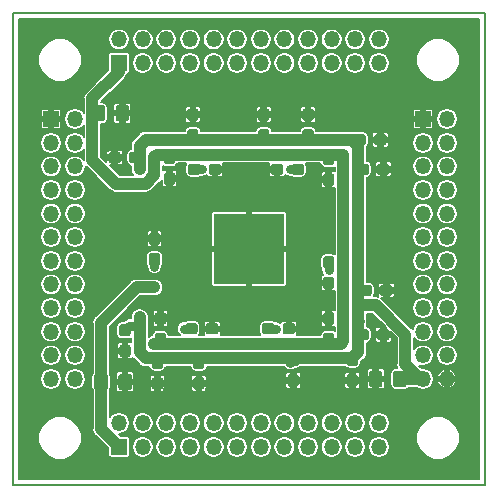
<source format=gbr>
%TF.GenerationSoftware,KiCad,Pcbnew,(5.0.0)*%
%TF.CreationDate,2020-04-09T18:14:40+01:00*%
%TF.ProjectId,HeikouBoxCore,4865696B6F75426F78436F72652E6B69,rev?*%
%TF.SameCoordinates,Original*%
%TF.FileFunction,Copper,L2,Bot,Signal*%
%TF.FilePolarity,Positive*%
%FSLAX46Y46*%
G04 Gerber Fmt 4.6, Leading zero omitted, Abs format (unit mm)*
G04 Created by KiCad (PCBNEW (5.0.0)) date 04/09/20 18:14:40*
%MOMM*%
%LPD*%
G01*
G04 APERTURE LIST*
%ADD10C,0.150000*%
%ADD11O,1.350000X1.350000*%
%ADD12R,1.350000X1.350000*%
%ADD13C,0.950000*%
%ADD14R,6.000000X6.000000*%
%ADD15C,1.150000*%
%ADD16C,0.600000*%
%ADD17C,1.016000*%
%ADD18C,0.762000*%
%ADD19C,0.127000*%
G04 APERTURE END LIST*
D10*
X17000000Y-57000000D02*
X17000000Y-17000000D01*
X57000000Y-57000000D02*
X17000000Y-57000000D01*
X57000000Y-17000000D02*
X57000000Y-57000000D01*
X17000000Y-17000000D02*
X57000000Y-17000000D01*
D11*
X28000000Y-21250000D03*
X40000000Y-21250000D03*
X30000000Y-21250000D03*
X48000000Y-21250000D03*
X26000000Y-19250000D03*
D12*
X26000000Y-21250000D03*
D11*
X40000000Y-19250000D03*
X44000000Y-19250000D03*
X44000000Y-21250000D03*
X34000000Y-21250000D03*
X46000000Y-21250000D03*
X30000000Y-19250000D03*
X32000000Y-19250000D03*
X38000000Y-19250000D03*
X38000000Y-21250000D03*
X34000000Y-19250000D03*
X48000000Y-19250000D03*
X32000000Y-21250000D03*
X36000000Y-19250000D03*
X42000000Y-19250000D03*
X36000000Y-21250000D03*
X28000000Y-19250000D03*
X46000000Y-19250000D03*
X42000000Y-21250000D03*
X51750000Y-38000000D03*
X51750000Y-32000000D03*
X53750000Y-42000000D03*
X53750000Y-48000000D03*
X53750000Y-44000000D03*
X51750000Y-42000000D03*
X53750000Y-38000000D03*
X53750000Y-46000000D03*
X53750000Y-30000000D03*
X53750000Y-40000000D03*
X51750000Y-48000000D03*
X53750000Y-28000000D03*
X51750000Y-36000000D03*
D12*
X51750000Y-26000000D03*
D11*
X53750000Y-26000000D03*
X51750000Y-46000000D03*
X51750000Y-34000000D03*
X53750000Y-36000000D03*
X51750000Y-44000000D03*
X51750000Y-28000000D03*
X51750000Y-40000000D03*
X51750000Y-30000000D03*
X53750000Y-34000000D03*
X53750000Y-32000000D03*
X38000000Y-53750000D03*
X32000000Y-53750000D03*
X42000000Y-51750000D03*
X48000000Y-51750000D03*
X44000000Y-51750000D03*
X42000000Y-53750000D03*
X38000000Y-51750000D03*
X46000000Y-51750000D03*
X30000000Y-51750000D03*
X40000000Y-51750000D03*
X48000000Y-53750000D03*
X28000000Y-51750000D03*
X36000000Y-53750000D03*
D12*
X26000000Y-53750000D03*
D11*
X26000000Y-51750000D03*
X46000000Y-53750000D03*
X34000000Y-53750000D03*
X36000000Y-51750000D03*
X44000000Y-53750000D03*
X28000000Y-53750000D03*
X40000000Y-53750000D03*
X30000000Y-53750000D03*
X34000000Y-51750000D03*
X32000000Y-51750000D03*
X22250000Y-26000000D03*
X22250000Y-30000000D03*
X22250000Y-32000000D03*
X20250000Y-36000000D03*
X20250000Y-28000000D03*
D12*
X20250000Y-26000000D03*
D11*
X20250000Y-30000000D03*
X22250000Y-36000000D03*
X20250000Y-40000000D03*
X20250000Y-44000000D03*
X22250000Y-46000000D03*
X20250000Y-48000000D03*
X22250000Y-28000000D03*
X22250000Y-34000000D03*
X22250000Y-40000000D03*
X20250000Y-34000000D03*
X20250000Y-46000000D03*
X22250000Y-38000000D03*
X20250000Y-42000000D03*
X22250000Y-44000000D03*
X22250000Y-48000000D03*
X22250000Y-42000000D03*
X20250000Y-32000000D03*
X20250000Y-38000000D03*
D10*
G36*
X25935779Y-28776144D02*
X25958834Y-28779563D01*
X25981443Y-28785227D01*
X26003387Y-28793079D01*
X26024457Y-28803044D01*
X26044448Y-28815026D01*
X26063168Y-28828910D01*
X26080438Y-28844562D01*
X26096090Y-28861832D01*
X26109974Y-28880552D01*
X26121956Y-28900543D01*
X26131921Y-28921613D01*
X26139773Y-28943557D01*
X26145437Y-28966166D01*
X26148856Y-28989221D01*
X26150000Y-29012500D01*
X26150000Y-29487500D01*
X26148856Y-29510779D01*
X26145437Y-29533834D01*
X26139773Y-29556443D01*
X26131921Y-29578387D01*
X26121956Y-29599457D01*
X26109974Y-29619448D01*
X26096090Y-29638168D01*
X26080438Y-29655438D01*
X26063168Y-29671090D01*
X26044448Y-29684974D01*
X26024457Y-29696956D01*
X26003387Y-29706921D01*
X25981443Y-29714773D01*
X25958834Y-29720437D01*
X25935779Y-29723856D01*
X25912500Y-29725000D01*
X25337500Y-29725000D01*
X25314221Y-29723856D01*
X25291166Y-29720437D01*
X25268557Y-29714773D01*
X25246613Y-29706921D01*
X25225543Y-29696956D01*
X25205552Y-29684974D01*
X25186832Y-29671090D01*
X25169562Y-29655438D01*
X25153910Y-29638168D01*
X25140026Y-29619448D01*
X25128044Y-29599457D01*
X25118079Y-29578387D01*
X25110227Y-29556443D01*
X25104563Y-29533834D01*
X25101144Y-29510779D01*
X25100000Y-29487500D01*
X25100000Y-29012500D01*
X25101144Y-28989221D01*
X25104563Y-28966166D01*
X25110227Y-28943557D01*
X25118079Y-28921613D01*
X25128044Y-28900543D01*
X25140026Y-28880552D01*
X25153910Y-28861832D01*
X25169562Y-28844562D01*
X25186832Y-28828910D01*
X25205552Y-28815026D01*
X25225543Y-28803044D01*
X25246613Y-28793079D01*
X25268557Y-28785227D01*
X25291166Y-28779563D01*
X25314221Y-28776144D01*
X25337500Y-28775000D01*
X25912500Y-28775000D01*
X25935779Y-28776144D01*
X25935779Y-28776144D01*
G37*
D13*
X25625000Y-29250000D03*
D10*
G36*
X27685779Y-28776144D02*
X27708834Y-28779563D01*
X27731443Y-28785227D01*
X27753387Y-28793079D01*
X27774457Y-28803044D01*
X27794448Y-28815026D01*
X27813168Y-28828910D01*
X27830438Y-28844562D01*
X27846090Y-28861832D01*
X27859974Y-28880552D01*
X27871956Y-28900543D01*
X27881921Y-28921613D01*
X27889773Y-28943557D01*
X27895437Y-28966166D01*
X27898856Y-28989221D01*
X27900000Y-29012500D01*
X27900000Y-29487500D01*
X27898856Y-29510779D01*
X27895437Y-29533834D01*
X27889773Y-29556443D01*
X27881921Y-29578387D01*
X27871956Y-29599457D01*
X27859974Y-29619448D01*
X27846090Y-29638168D01*
X27830438Y-29655438D01*
X27813168Y-29671090D01*
X27794448Y-29684974D01*
X27774457Y-29696956D01*
X27753387Y-29706921D01*
X27731443Y-29714773D01*
X27708834Y-29720437D01*
X27685779Y-29723856D01*
X27662500Y-29725000D01*
X27087500Y-29725000D01*
X27064221Y-29723856D01*
X27041166Y-29720437D01*
X27018557Y-29714773D01*
X26996613Y-29706921D01*
X26975543Y-29696956D01*
X26955552Y-29684974D01*
X26936832Y-29671090D01*
X26919562Y-29655438D01*
X26903910Y-29638168D01*
X26890026Y-29619448D01*
X26878044Y-29599457D01*
X26868079Y-29578387D01*
X26860227Y-29556443D01*
X26854563Y-29533834D01*
X26851144Y-29510779D01*
X26850000Y-29487500D01*
X26850000Y-29012500D01*
X26851144Y-28989221D01*
X26854563Y-28966166D01*
X26860227Y-28943557D01*
X26868079Y-28921613D01*
X26878044Y-28900543D01*
X26890026Y-28880552D01*
X26903910Y-28861832D01*
X26919562Y-28844562D01*
X26936832Y-28828910D01*
X26955552Y-28815026D01*
X26975543Y-28803044D01*
X26996613Y-28793079D01*
X27018557Y-28785227D01*
X27041166Y-28779563D01*
X27064221Y-28776144D01*
X27087500Y-28775000D01*
X27662500Y-28775000D01*
X27685779Y-28776144D01*
X27685779Y-28776144D01*
G37*
D13*
X27375000Y-29250000D03*
D10*
G36*
X44010779Y-39351144D02*
X44033834Y-39354563D01*
X44056443Y-39360227D01*
X44078387Y-39368079D01*
X44099457Y-39378044D01*
X44119448Y-39390026D01*
X44138168Y-39403910D01*
X44155438Y-39419562D01*
X44171090Y-39436832D01*
X44184974Y-39455552D01*
X44196956Y-39475543D01*
X44206921Y-39496613D01*
X44214773Y-39518557D01*
X44220437Y-39541166D01*
X44223856Y-39564221D01*
X44225000Y-39587500D01*
X44225000Y-40162500D01*
X44223856Y-40185779D01*
X44220437Y-40208834D01*
X44214773Y-40231443D01*
X44206921Y-40253387D01*
X44196956Y-40274457D01*
X44184974Y-40294448D01*
X44171090Y-40313168D01*
X44155438Y-40330438D01*
X44138168Y-40346090D01*
X44119448Y-40359974D01*
X44099457Y-40371956D01*
X44078387Y-40381921D01*
X44056443Y-40389773D01*
X44033834Y-40395437D01*
X44010779Y-40398856D01*
X43987500Y-40400000D01*
X43512500Y-40400000D01*
X43489221Y-40398856D01*
X43466166Y-40395437D01*
X43443557Y-40389773D01*
X43421613Y-40381921D01*
X43400543Y-40371956D01*
X43380552Y-40359974D01*
X43361832Y-40346090D01*
X43344562Y-40330438D01*
X43328910Y-40313168D01*
X43315026Y-40294448D01*
X43303044Y-40274457D01*
X43293079Y-40253387D01*
X43285227Y-40231443D01*
X43279563Y-40208834D01*
X43276144Y-40185779D01*
X43275000Y-40162500D01*
X43275000Y-39587500D01*
X43276144Y-39564221D01*
X43279563Y-39541166D01*
X43285227Y-39518557D01*
X43293079Y-39496613D01*
X43303044Y-39475543D01*
X43315026Y-39455552D01*
X43328910Y-39436832D01*
X43344562Y-39419562D01*
X43361832Y-39403910D01*
X43380552Y-39390026D01*
X43400543Y-39378044D01*
X43421613Y-39368079D01*
X43443557Y-39360227D01*
X43466166Y-39354563D01*
X43489221Y-39351144D01*
X43512500Y-39350000D01*
X43987500Y-39350000D01*
X44010779Y-39351144D01*
X44010779Y-39351144D01*
G37*
D13*
X43750000Y-39875000D03*
D10*
G36*
X44010779Y-37601144D02*
X44033834Y-37604563D01*
X44056443Y-37610227D01*
X44078387Y-37618079D01*
X44099457Y-37628044D01*
X44119448Y-37640026D01*
X44138168Y-37653910D01*
X44155438Y-37669562D01*
X44171090Y-37686832D01*
X44184974Y-37705552D01*
X44196956Y-37725543D01*
X44206921Y-37746613D01*
X44214773Y-37768557D01*
X44220437Y-37791166D01*
X44223856Y-37814221D01*
X44225000Y-37837500D01*
X44225000Y-38412500D01*
X44223856Y-38435779D01*
X44220437Y-38458834D01*
X44214773Y-38481443D01*
X44206921Y-38503387D01*
X44196956Y-38524457D01*
X44184974Y-38544448D01*
X44171090Y-38563168D01*
X44155438Y-38580438D01*
X44138168Y-38596090D01*
X44119448Y-38609974D01*
X44099457Y-38621956D01*
X44078387Y-38631921D01*
X44056443Y-38639773D01*
X44033834Y-38645437D01*
X44010779Y-38648856D01*
X43987500Y-38650000D01*
X43512500Y-38650000D01*
X43489221Y-38648856D01*
X43466166Y-38645437D01*
X43443557Y-38639773D01*
X43421613Y-38631921D01*
X43400543Y-38621956D01*
X43380552Y-38609974D01*
X43361832Y-38596090D01*
X43344562Y-38580438D01*
X43328910Y-38563168D01*
X43315026Y-38544448D01*
X43303044Y-38524457D01*
X43293079Y-38503387D01*
X43285227Y-38481443D01*
X43279563Y-38458834D01*
X43276144Y-38435779D01*
X43275000Y-38412500D01*
X43275000Y-37837500D01*
X43276144Y-37814221D01*
X43279563Y-37791166D01*
X43285227Y-37768557D01*
X43293079Y-37746613D01*
X43303044Y-37725543D01*
X43315026Y-37705552D01*
X43328910Y-37686832D01*
X43344562Y-37669562D01*
X43361832Y-37653910D01*
X43380552Y-37640026D01*
X43400543Y-37628044D01*
X43421613Y-37618079D01*
X43443557Y-37610227D01*
X43466166Y-37604563D01*
X43489221Y-37601144D01*
X43512500Y-37600000D01*
X43987500Y-37600000D01*
X44010779Y-37601144D01*
X44010779Y-37601144D01*
G37*
D13*
X43750000Y-38125000D03*
D10*
G36*
X34435779Y-29776144D02*
X34458834Y-29779563D01*
X34481443Y-29785227D01*
X34503387Y-29793079D01*
X34524457Y-29803044D01*
X34544448Y-29815026D01*
X34563168Y-29828910D01*
X34580438Y-29844562D01*
X34596090Y-29861832D01*
X34609974Y-29880552D01*
X34621956Y-29900543D01*
X34631921Y-29921613D01*
X34639773Y-29943557D01*
X34645437Y-29966166D01*
X34648856Y-29989221D01*
X34650000Y-30012500D01*
X34650000Y-30487500D01*
X34648856Y-30510779D01*
X34645437Y-30533834D01*
X34639773Y-30556443D01*
X34631921Y-30578387D01*
X34621956Y-30599457D01*
X34609974Y-30619448D01*
X34596090Y-30638168D01*
X34580438Y-30655438D01*
X34563168Y-30671090D01*
X34544448Y-30684974D01*
X34524457Y-30696956D01*
X34503387Y-30706921D01*
X34481443Y-30714773D01*
X34458834Y-30720437D01*
X34435779Y-30723856D01*
X34412500Y-30725000D01*
X33837500Y-30725000D01*
X33814221Y-30723856D01*
X33791166Y-30720437D01*
X33768557Y-30714773D01*
X33746613Y-30706921D01*
X33725543Y-30696956D01*
X33705552Y-30684974D01*
X33686832Y-30671090D01*
X33669562Y-30655438D01*
X33653910Y-30638168D01*
X33640026Y-30619448D01*
X33628044Y-30599457D01*
X33618079Y-30578387D01*
X33610227Y-30556443D01*
X33604563Y-30533834D01*
X33601144Y-30510779D01*
X33600000Y-30487500D01*
X33600000Y-30012500D01*
X33601144Y-29989221D01*
X33604563Y-29966166D01*
X33610227Y-29943557D01*
X33618079Y-29921613D01*
X33628044Y-29900543D01*
X33640026Y-29880552D01*
X33653910Y-29861832D01*
X33669562Y-29844562D01*
X33686832Y-29828910D01*
X33705552Y-29815026D01*
X33725543Y-29803044D01*
X33746613Y-29793079D01*
X33768557Y-29785227D01*
X33791166Y-29779563D01*
X33814221Y-29776144D01*
X33837500Y-29775000D01*
X34412500Y-29775000D01*
X34435779Y-29776144D01*
X34435779Y-29776144D01*
G37*
D13*
X34125000Y-30250000D03*
D10*
G36*
X32685779Y-29776144D02*
X32708834Y-29779563D01*
X32731443Y-29785227D01*
X32753387Y-29793079D01*
X32774457Y-29803044D01*
X32794448Y-29815026D01*
X32813168Y-29828910D01*
X32830438Y-29844562D01*
X32846090Y-29861832D01*
X32859974Y-29880552D01*
X32871956Y-29900543D01*
X32881921Y-29921613D01*
X32889773Y-29943557D01*
X32895437Y-29966166D01*
X32898856Y-29989221D01*
X32900000Y-30012500D01*
X32900000Y-30487500D01*
X32898856Y-30510779D01*
X32895437Y-30533834D01*
X32889773Y-30556443D01*
X32881921Y-30578387D01*
X32871956Y-30599457D01*
X32859974Y-30619448D01*
X32846090Y-30638168D01*
X32830438Y-30655438D01*
X32813168Y-30671090D01*
X32794448Y-30684974D01*
X32774457Y-30696956D01*
X32753387Y-30706921D01*
X32731443Y-30714773D01*
X32708834Y-30720437D01*
X32685779Y-30723856D01*
X32662500Y-30725000D01*
X32087500Y-30725000D01*
X32064221Y-30723856D01*
X32041166Y-30720437D01*
X32018557Y-30714773D01*
X31996613Y-30706921D01*
X31975543Y-30696956D01*
X31955552Y-30684974D01*
X31936832Y-30671090D01*
X31919562Y-30655438D01*
X31903910Y-30638168D01*
X31890026Y-30619448D01*
X31878044Y-30599457D01*
X31868079Y-30578387D01*
X31860227Y-30556443D01*
X31854563Y-30533834D01*
X31851144Y-30510779D01*
X31850000Y-30487500D01*
X31850000Y-30012500D01*
X31851144Y-29989221D01*
X31854563Y-29966166D01*
X31860227Y-29943557D01*
X31868079Y-29921613D01*
X31878044Y-29900543D01*
X31890026Y-29880552D01*
X31903910Y-29861832D01*
X31919562Y-29844562D01*
X31936832Y-29828910D01*
X31955552Y-29815026D01*
X31975543Y-29803044D01*
X31996613Y-29793079D01*
X32018557Y-29785227D01*
X32041166Y-29779563D01*
X32064221Y-29776144D01*
X32087500Y-29775000D01*
X32662500Y-29775000D01*
X32685779Y-29776144D01*
X32685779Y-29776144D01*
G37*
D13*
X32375000Y-30250000D03*
D10*
G36*
X39685779Y-29776144D02*
X39708834Y-29779563D01*
X39731443Y-29785227D01*
X39753387Y-29793079D01*
X39774457Y-29803044D01*
X39794448Y-29815026D01*
X39813168Y-29828910D01*
X39830438Y-29844562D01*
X39846090Y-29861832D01*
X39859974Y-29880552D01*
X39871956Y-29900543D01*
X39881921Y-29921613D01*
X39889773Y-29943557D01*
X39895437Y-29966166D01*
X39898856Y-29989221D01*
X39900000Y-30012500D01*
X39900000Y-30487500D01*
X39898856Y-30510779D01*
X39895437Y-30533834D01*
X39889773Y-30556443D01*
X39881921Y-30578387D01*
X39871956Y-30599457D01*
X39859974Y-30619448D01*
X39846090Y-30638168D01*
X39830438Y-30655438D01*
X39813168Y-30671090D01*
X39794448Y-30684974D01*
X39774457Y-30696956D01*
X39753387Y-30706921D01*
X39731443Y-30714773D01*
X39708834Y-30720437D01*
X39685779Y-30723856D01*
X39662500Y-30725000D01*
X39087500Y-30725000D01*
X39064221Y-30723856D01*
X39041166Y-30720437D01*
X39018557Y-30714773D01*
X38996613Y-30706921D01*
X38975543Y-30696956D01*
X38955552Y-30684974D01*
X38936832Y-30671090D01*
X38919562Y-30655438D01*
X38903910Y-30638168D01*
X38890026Y-30619448D01*
X38878044Y-30599457D01*
X38868079Y-30578387D01*
X38860227Y-30556443D01*
X38854563Y-30533834D01*
X38851144Y-30510779D01*
X38850000Y-30487500D01*
X38850000Y-30012500D01*
X38851144Y-29989221D01*
X38854563Y-29966166D01*
X38860227Y-29943557D01*
X38868079Y-29921613D01*
X38878044Y-29900543D01*
X38890026Y-29880552D01*
X38903910Y-29861832D01*
X38919562Y-29844562D01*
X38936832Y-29828910D01*
X38955552Y-29815026D01*
X38975543Y-29803044D01*
X38996613Y-29793079D01*
X39018557Y-29785227D01*
X39041166Y-29779563D01*
X39064221Y-29776144D01*
X39087500Y-29775000D01*
X39662500Y-29775000D01*
X39685779Y-29776144D01*
X39685779Y-29776144D01*
G37*
D13*
X39375000Y-30250000D03*
D10*
G36*
X41435779Y-29776144D02*
X41458834Y-29779563D01*
X41481443Y-29785227D01*
X41503387Y-29793079D01*
X41524457Y-29803044D01*
X41544448Y-29815026D01*
X41563168Y-29828910D01*
X41580438Y-29844562D01*
X41596090Y-29861832D01*
X41609974Y-29880552D01*
X41621956Y-29900543D01*
X41631921Y-29921613D01*
X41639773Y-29943557D01*
X41645437Y-29966166D01*
X41648856Y-29989221D01*
X41650000Y-30012500D01*
X41650000Y-30487500D01*
X41648856Y-30510779D01*
X41645437Y-30533834D01*
X41639773Y-30556443D01*
X41631921Y-30578387D01*
X41621956Y-30599457D01*
X41609974Y-30619448D01*
X41596090Y-30638168D01*
X41580438Y-30655438D01*
X41563168Y-30671090D01*
X41544448Y-30684974D01*
X41524457Y-30696956D01*
X41503387Y-30706921D01*
X41481443Y-30714773D01*
X41458834Y-30720437D01*
X41435779Y-30723856D01*
X41412500Y-30725000D01*
X40837500Y-30725000D01*
X40814221Y-30723856D01*
X40791166Y-30720437D01*
X40768557Y-30714773D01*
X40746613Y-30706921D01*
X40725543Y-30696956D01*
X40705552Y-30684974D01*
X40686832Y-30671090D01*
X40669562Y-30655438D01*
X40653910Y-30638168D01*
X40640026Y-30619448D01*
X40628044Y-30599457D01*
X40618079Y-30578387D01*
X40610227Y-30556443D01*
X40604563Y-30533834D01*
X40601144Y-30510779D01*
X40600000Y-30487500D01*
X40600000Y-30012500D01*
X40601144Y-29989221D01*
X40604563Y-29966166D01*
X40610227Y-29943557D01*
X40618079Y-29921613D01*
X40628044Y-29900543D01*
X40640026Y-29880552D01*
X40653910Y-29861832D01*
X40669562Y-29844562D01*
X40686832Y-29828910D01*
X40705552Y-29815026D01*
X40725543Y-29803044D01*
X40746613Y-29793079D01*
X40768557Y-29785227D01*
X40791166Y-29779563D01*
X40814221Y-29776144D01*
X40837500Y-29775000D01*
X41412500Y-29775000D01*
X41435779Y-29776144D01*
X41435779Y-29776144D01*
G37*
D13*
X41125000Y-30250000D03*
D10*
G36*
X48435779Y-27276144D02*
X48458834Y-27279563D01*
X48481443Y-27285227D01*
X48503387Y-27293079D01*
X48524457Y-27303044D01*
X48544448Y-27315026D01*
X48563168Y-27328910D01*
X48580438Y-27344562D01*
X48596090Y-27361832D01*
X48609974Y-27380552D01*
X48621956Y-27400543D01*
X48631921Y-27421613D01*
X48639773Y-27443557D01*
X48645437Y-27466166D01*
X48648856Y-27489221D01*
X48650000Y-27512500D01*
X48650000Y-27987500D01*
X48648856Y-28010779D01*
X48645437Y-28033834D01*
X48639773Y-28056443D01*
X48631921Y-28078387D01*
X48621956Y-28099457D01*
X48609974Y-28119448D01*
X48596090Y-28138168D01*
X48580438Y-28155438D01*
X48563168Y-28171090D01*
X48544448Y-28184974D01*
X48524457Y-28196956D01*
X48503387Y-28206921D01*
X48481443Y-28214773D01*
X48458834Y-28220437D01*
X48435779Y-28223856D01*
X48412500Y-28225000D01*
X47837500Y-28225000D01*
X47814221Y-28223856D01*
X47791166Y-28220437D01*
X47768557Y-28214773D01*
X47746613Y-28206921D01*
X47725543Y-28196956D01*
X47705552Y-28184974D01*
X47686832Y-28171090D01*
X47669562Y-28155438D01*
X47653910Y-28138168D01*
X47640026Y-28119448D01*
X47628044Y-28099457D01*
X47618079Y-28078387D01*
X47610227Y-28056443D01*
X47604563Y-28033834D01*
X47601144Y-28010779D01*
X47600000Y-27987500D01*
X47600000Y-27512500D01*
X47601144Y-27489221D01*
X47604563Y-27466166D01*
X47610227Y-27443557D01*
X47618079Y-27421613D01*
X47628044Y-27400543D01*
X47640026Y-27380552D01*
X47653910Y-27361832D01*
X47669562Y-27344562D01*
X47686832Y-27328910D01*
X47705552Y-27315026D01*
X47725543Y-27303044D01*
X47746613Y-27293079D01*
X47768557Y-27285227D01*
X47791166Y-27279563D01*
X47814221Y-27276144D01*
X47837500Y-27275000D01*
X48412500Y-27275000D01*
X48435779Y-27276144D01*
X48435779Y-27276144D01*
G37*
D13*
X48125000Y-27750000D03*
D10*
G36*
X46685779Y-27276144D02*
X46708834Y-27279563D01*
X46731443Y-27285227D01*
X46753387Y-27293079D01*
X46774457Y-27303044D01*
X46794448Y-27315026D01*
X46813168Y-27328910D01*
X46830438Y-27344562D01*
X46846090Y-27361832D01*
X46859974Y-27380552D01*
X46871956Y-27400543D01*
X46881921Y-27421613D01*
X46889773Y-27443557D01*
X46895437Y-27466166D01*
X46898856Y-27489221D01*
X46900000Y-27512500D01*
X46900000Y-27987500D01*
X46898856Y-28010779D01*
X46895437Y-28033834D01*
X46889773Y-28056443D01*
X46881921Y-28078387D01*
X46871956Y-28099457D01*
X46859974Y-28119448D01*
X46846090Y-28138168D01*
X46830438Y-28155438D01*
X46813168Y-28171090D01*
X46794448Y-28184974D01*
X46774457Y-28196956D01*
X46753387Y-28206921D01*
X46731443Y-28214773D01*
X46708834Y-28220437D01*
X46685779Y-28223856D01*
X46662500Y-28225000D01*
X46087500Y-28225000D01*
X46064221Y-28223856D01*
X46041166Y-28220437D01*
X46018557Y-28214773D01*
X45996613Y-28206921D01*
X45975543Y-28196956D01*
X45955552Y-28184974D01*
X45936832Y-28171090D01*
X45919562Y-28155438D01*
X45903910Y-28138168D01*
X45890026Y-28119448D01*
X45878044Y-28099457D01*
X45868079Y-28078387D01*
X45860227Y-28056443D01*
X45854563Y-28033834D01*
X45851144Y-28010779D01*
X45850000Y-27987500D01*
X45850000Y-27512500D01*
X45851144Y-27489221D01*
X45854563Y-27466166D01*
X45860227Y-27443557D01*
X45868079Y-27421613D01*
X45878044Y-27400543D01*
X45890026Y-27380552D01*
X45903910Y-27361832D01*
X45919562Y-27344562D01*
X45936832Y-27328910D01*
X45955552Y-27315026D01*
X45975543Y-27303044D01*
X45996613Y-27293079D01*
X46018557Y-27285227D01*
X46041166Y-27279563D01*
X46064221Y-27276144D01*
X46087500Y-27275000D01*
X46662500Y-27275000D01*
X46685779Y-27276144D01*
X46685779Y-27276144D01*
G37*
D13*
X46375000Y-27750000D03*
D10*
G36*
X38935779Y-43276144D02*
X38958834Y-43279563D01*
X38981443Y-43285227D01*
X39003387Y-43293079D01*
X39024457Y-43303044D01*
X39044448Y-43315026D01*
X39063168Y-43328910D01*
X39080438Y-43344562D01*
X39096090Y-43361832D01*
X39109974Y-43380552D01*
X39121956Y-43400543D01*
X39131921Y-43421613D01*
X39139773Y-43443557D01*
X39145437Y-43466166D01*
X39148856Y-43489221D01*
X39150000Y-43512500D01*
X39150000Y-43987500D01*
X39148856Y-44010779D01*
X39145437Y-44033834D01*
X39139773Y-44056443D01*
X39131921Y-44078387D01*
X39121956Y-44099457D01*
X39109974Y-44119448D01*
X39096090Y-44138168D01*
X39080438Y-44155438D01*
X39063168Y-44171090D01*
X39044448Y-44184974D01*
X39024457Y-44196956D01*
X39003387Y-44206921D01*
X38981443Y-44214773D01*
X38958834Y-44220437D01*
X38935779Y-44223856D01*
X38912500Y-44225000D01*
X38337500Y-44225000D01*
X38314221Y-44223856D01*
X38291166Y-44220437D01*
X38268557Y-44214773D01*
X38246613Y-44206921D01*
X38225543Y-44196956D01*
X38205552Y-44184974D01*
X38186832Y-44171090D01*
X38169562Y-44155438D01*
X38153910Y-44138168D01*
X38140026Y-44119448D01*
X38128044Y-44099457D01*
X38118079Y-44078387D01*
X38110227Y-44056443D01*
X38104563Y-44033834D01*
X38101144Y-44010779D01*
X38100000Y-43987500D01*
X38100000Y-43512500D01*
X38101144Y-43489221D01*
X38104563Y-43466166D01*
X38110227Y-43443557D01*
X38118079Y-43421613D01*
X38128044Y-43400543D01*
X38140026Y-43380552D01*
X38153910Y-43361832D01*
X38169562Y-43344562D01*
X38186832Y-43328910D01*
X38205552Y-43315026D01*
X38225543Y-43303044D01*
X38246613Y-43293079D01*
X38268557Y-43285227D01*
X38291166Y-43279563D01*
X38314221Y-43276144D01*
X38337500Y-43275000D01*
X38912500Y-43275000D01*
X38935779Y-43276144D01*
X38935779Y-43276144D01*
G37*
D13*
X38625000Y-43750000D03*
D10*
G36*
X40685779Y-43276144D02*
X40708834Y-43279563D01*
X40731443Y-43285227D01*
X40753387Y-43293079D01*
X40774457Y-43303044D01*
X40794448Y-43315026D01*
X40813168Y-43328910D01*
X40830438Y-43344562D01*
X40846090Y-43361832D01*
X40859974Y-43380552D01*
X40871956Y-43400543D01*
X40881921Y-43421613D01*
X40889773Y-43443557D01*
X40895437Y-43466166D01*
X40898856Y-43489221D01*
X40900000Y-43512500D01*
X40900000Y-43987500D01*
X40898856Y-44010779D01*
X40895437Y-44033834D01*
X40889773Y-44056443D01*
X40881921Y-44078387D01*
X40871956Y-44099457D01*
X40859974Y-44119448D01*
X40846090Y-44138168D01*
X40830438Y-44155438D01*
X40813168Y-44171090D01*
X40794448Y-44184974D01*
X40774457Y-44196956D01*
X40753387Y-44206921D01*
X40731443Y-44214773D01*
X40708834Y-44220437D01*
X40685779Y-44223856D01*
X40662500Y-44225000D01*
X40087500Y-44225000D01*
X40064221Y-44223856D01*
X40041166Y-44220437D01*
X40018557Y-44214773D01*
X39996613Y-44206921D01*
X39975543Y-44196956D01*
X39955552Y-44184974D01*
X39936832Y-44171090D01*
X39919562Y-44155438D01*
X39903910Y-44138168D01*
X39890026Y-44119448D01*
X39878044Y-44099457D01*
X39868079Y-44078387D01*
X39860227Y-44056443D01*
X39854563Y-44033834D01*
X39851144Y-44010779D01*
X39850000Y-43987500D01*
X39850000Y-43512500D01*
X39851144Y-43489221D01*
X39854563Y-43466166D01*
X39860227Y-43443557D01*
X39868079Y-43421613D01*
X39878044Y-43400543D01*
X39890026Y-43380552D01*
X39903910Y-43361832D01*
X39919562Y-43344562D01*
X39936832Y-43328910D01*
X39955552Y-43315026D01*
X39975543Y-43303044D01*
X39996613Y-43293079D01*
X40018557Y-43285227D01*
X40041166Y-43279563D01*
X40064221Y-43276144D01*
X40087500Y-43275000D01*
X40662500Y-43275000D01*
X40685779Y-43276144D01*
X40685779Y-43276144D01*
G37*
D13*
X40375000Y-43750000D03*
D10*
G36*
X32435779Y-43276144D02*
X32458834Y-43279563D01*
X32481443Y-43285227D01*
X32503387Y-43293079D01*
X32524457Y-43303044D01*
X32544448Y-43315026D01*
X32563168Y-43328910D01*
X32580438Y-43344562D01*
X32596090Y-43361832D01*
X32609974Y-43380552D01*
X32621956Y-43400543D01*
X32631921Y-43421613D01*
X32639773Y-43443557D01*
X32645437Y-43466166D01*
X32648856Y-43489221D01*
X32650000Y-43512500D01*
X32650000Y-43987500D01*
X32648856Y-44010779D01*
X32645437Y-44033834D01*
X32639773Y-44056443D01*
X32631921Y-44078387D01*
X32621956Y-44099457D01*
X32609974Y-44119448D01*
X32596090Y-44138168D01*
X32580438Y-44155438D01*
X32563168Y-44171090D01*
X32544448Y-44184974D01*
X32524457Y-44196956D01*
X32503387Y-44206921D01*
X32481443Y-44214773D01*
X32458834Y-44220437D01*
X32435779Y-44223856D01*
X32412500Y-44225000D01*
X31837500Y-44225000D01*
X31814221Y-44223856D01*
X31791166Y-44220437D01*
X31768557Y-44214773D01*
X31746613Y-44206921D01*
X31725543Y-44196956D01*
X31705552Y-44184974D01*
X31686832Y-44171090D01*
X31669562Y-44155438D01*
X31653910Y-44138168D01*
X31640026Y-44119448D01*
X31628044Y-44099457D01*
X31618079Y-44078387D01*
X31610227Y-44056443D01*
X31604563Y-44033834D01*
X31601144Y-44010779D01*
X31600000Y-43987500D01*
X31600000Y-43512500D01*
X31601144Y-43489221D01*
X31604563Y-43466166D01*
X31610227Y-43443557D01*
X31618079Y-43421613D01*
X31628044Y-43400543D01*
X31640026Y-43380552D01*
X31653910Y-43361832D01*
X31669562Y-43344562D01*
X31686832Y-43328910D01*
X31705552Y-43315026D01*
X31725543Y-43303044D01*
X31746613Y-43293079D01*
X31768557Y-43285227D01*
X31791166Y-43279563D01*
X31814221Y-43276144D01*
X31837500Y-43275000D01*
X32412500Y-43275000D01*
X32435779Y-43276144D01*
X32435779Y-43276144D01*
G37*
D13*
X32125000Y-43750000D03*
D10*
G36*
X34185779Y-43276144D02*
X34208834Y-43279563D01*
X34231443Y-43285227D01*
X34253387Y-43293079D01*
X34274457Y-43303044D01*
X34294448Y-43315026D01*
X34313168Y-43328910D01*
X34330438Y-43344562D01*
X34346090Y-43361832D01*
X34359974Y-43380552D01*
X34371956Y-43400543D01*
X34381921Y-43421613D01*
X34389773Y-43443557D01*
X34395437Y-43466166D01*
X34398856Y-43489221D01*
X34400000Y-43512500D01*
X34400000Y-43987500D01*
X34398856Y-44010779D01*
X34395437Y-44033834D01*
X34389773Y-44056443D01*
X34381921Y-44078387D01*
X34371956Y-44099457D01*
X34359974Y-44119448D01*
X34346090Y-44138168D01*
X34330438Y-44155438D01*
X34313168Y-44171090D01*
X34294448Y-44184974D01*
X34274457Y-44196956D01*
X34253387Y-44206921D01*
X34231443Y-44214773D01*
X34208834Y-44220437D01*
X34185779Y-44223856D01*
X34162500Y-44225000D01*
X33587500Y-44225000D01*
X33564221Y-44223856D01*
X33541166Y-44220437D01*
X33518557Y-44214773D01*
X33496613Y-44206921D01*
X33475543Y-44196956D01*
X33455552Y-44184974D01*
X33436832Y-44171090D01*
X33419562Y-44155438D01*
X33403910Y-44138168D01*
X33390026Y-44119448D01*
X33378044Y-44099457D01*
X33368079Y-44078387D01*
X33360227Y-44056443D01*
X33354563Y-44033834D01*
X33351144Y-44010779D01*
X33350000Y-43987500D01*
X33350000Y-43512500D01*
X33351144Y-43489221D01*
X33354563Y-43466166D01*
X33360227Y-43443557D01*
X33368079Y-43421613D01*
X33378044Y-43400543D01*
X33390026Y-43380552D01*
X33403910Y-43361832D01*
X33419562Y-43344562D01*
X33436832Y-43328910D01*
X33455552Y-43315026D01*
X33475543Y-43303044D01*
X33496613Y-43293079D01*
X33518557Y-43285227D01*
X33541166Y-43279563D01*
X33564221Y-43276144D01*
X33587500Y-43275000D01*
X34162500Y-43275000D01*
X34185779Y-43276144D01*
X34185779Y-43276144D01*
G37*
D13*
X33875000Y-43750000D03*
D10*
G36*
X29260779Y-35601144D02*
X29283834Y-35604563D01*
X29306443Y-35610227D01*
X29328387Y-35618079D01*
X29349457Y-35628044D01*
X29369448Y-35640026D01*
X29388168Y-35653910D01*
X29405438Y-35669562D01*
X29421090Y-35686832D01*
X29434974Y-35705552D01*
X29446956Y-35725543D01*
X29456921Y-35746613D01*
X29464773Y-35768557D01*
X29470437Y-35791166D01*
X29473856Y-35814221D01*
X29475000Y-35837500D01*
X29475000Y-36412500D01*
X29473856Y-36435779D01*
X29470437Y-36458834D01*
X29464773Y-36481443D01*
X29456921Y-36503387D01*
X29446956Y-36524457D01*
X29434974Y-36544448D01*
X29421090Y-36563168D01*
X29405438Y-36580438D01*
X29388168Y-36596090D01*
X29369448Y-36609974D01*
X29349457Y-36621956D01*
X29328387Y-36631921D01*
X29306443Y-36639773D01*
X29283834Y-36645437D01*
X29260779Y-36648856D01*
X29237500Y-36650000D01*
X28762500Y-36650000D01*
X28739221Y-36648856D01*
X28716166Y-36645437D01*
X28693557Y-36639773D01*
X28671613Y-36631921D01*
X28650543Y-36621956D01*
X28630552Y-36609974D01*
X28611832Y-36596090D01*
X28594562Y-36580438D01*
X28578910Y-36563168D01*
X28565026Y-36544448D01*
X28553044Y-36524457D01*
X28543079Y-36503387D01*
X28535227Y-36481443D01*
X28529563Y-36458834D01*
X28526144Y-36435779D01*
X28525000Y-36412500D01*
X28525000Y-35837500D01*
X28526144Y-35814221D01*
X28529563Y-35791166D01*
X28535227Y-35768557D01*
X28543079Y-35746613D01*
X28553044Y-35725543D01*
X28565026Y-35705552D01*
X28578910Y-35686832D01*
X28594562Y-35669562D01*
X28611832Y-35653910D01*
X28630552Y-35640026D01*
X28650543Y-35628044D01*
X28671613Y-35618079D01*
X28693557Y-35610227D01*
X28716166Y-35604563D01*
X28739221Y-35601144D01*
X28762500Y-35600000D01*
X29237500Y-35600000D01*
X29260779Y-35601144D01*
X29260779Y-35601144D01*
G37*
D13*
X29000000Y-36125000D03*
D10*
G36*
X29260779Y-37351144D02*
X29283834Y-37354563D01*
X29306443Y-37360227D01*
X29328387Y-37368079D01*
X29349457Y-37378044D01*
X29369448Y-37390026D01*
X29388168Y-37403910D01*
X29405438Y-37419562D01*
X29421090Y-37436832D01*
X29434974Y-37455552D01*
X29446956Y-37475543D01*
X29456921Y-37496613D01*
X29464773Y-37518557D01*
X29470437Y-37541166D01*
X29473856Y-37564221D01*
X29475000Y-37587500D01*
X29475000Y-38162500D01*
X29473856Y-38185779D01*
X29470437Y-38208834D01*
X29464773Y-38231443D01*
X29456921Y-38253387D01*
X29446956Y-38274457D01*
X29434974Y-38294448D01*
X29421090Y-38313168D01*
X29405438Y-38330438D01*
X29388168Y-38346090D01*
X29369448Y-38359974D01*
X29349457Y-38371956D01*
X29328387Y-38381921D01*
X29306443Y-38389773D01*
X29283834Y-38395437D01*
X29260779Y-38398856D01*
X29237500Y-38400000D01*
X28762500Y-38400000D01*
X28739221Y-38398856D01*
X28716166Y-38395437D01*
X28693557Y-38389773D01*
X28671613Y-38381921D01*
X28650543Y-38371956D01*
X28630552Y-38359974D01*
X28611832Y-38346090D01*
X28594562Y-38330438D01*
X28578910Y-38313168D01*
X28565026Y-38294448D01*
X28553044Y-38274457D01*
X28543079Y-38253387D01*
X28535227Y-38231443D01*
X28529563Y-38208834D01*
X28526144Y-38185779D01*
X28525000Y-38162500D01*
X28525000Y-37587500D01*
X28526144Y-37564221D01*
X28529563Y-37541166D01*
X28535227Y-37518557D01*
X28543079Y-37496613D01*
X28553044Y-37475543D01*
X28565026Y-37455552D01*
X28578910Y-37436832D01*
X28594562Y-37419562D01*
X28611832Y-37403910D01*
X28630552Y-37390026D01*
X28650543Y-37378044D01*
X28671613Y-37368079D01*
X28693557Y-37360227D01*
X28716166Y-37354563D01*
X28739221Y-37351144D01*
X28762500Y-37350000D01*
X29237500Y-37350000D01*
X29260779Y-37351144D01*
X29260779Y-37351144D01*
G37*
D13*
X29000000Y-37875000D03*
D10*
G36*
X32510779Y-25101144D02*
X32533834Y-25104563D01*
X32556443Y-25110227D01*
X32578387Y-25118079D01*
X32599457Y-25128044D01*
X32619448Y-25140026D01*
X32638168Y-25153910D01*
X32655438Y-25169562D01*
X32671090Y-25186832D01*
X32684974Y-25205552D01*
X32696956Y-25225543D01*
X32706921Y-25246613D01*
X32714773Y-25268557D01*
X32720437Y-25291166D01*
X32723856Y-25314221D01*
X32725000Y-25337500D01*
X32725000Y-25912500D01*
X32723856Y-25935779D01*
X32720437Y-25958834D01*
X32714773Y-25981443D01*
X32706921Y-26003387D01*
X32696956Y-26024457D01*
X32684974Y-26044448D01*
X32671090Y-26063168D01*
X32655438Y-26080438D01*
X32638168Y-26096090D01*
X32619448Y-26109974D01*
X32599457Y-26121956D01*
X32578387Y-26131921D01*
X32556443Y-26139773D01*
X32533834Y-26145437D01*
X32510779Y-26148856D01*
X32487500Y-26150000D01*
X32012500Y-26150000D01*
X31989221Y-26148856D01*
X31966166Y-26145437D01*
X31943557Y-26139773D01*
X31921613Y-26131921D01*
X31900543Y-26121956D01*
X31880552Y-26109974D01*
X31861832Y-26096090D01*
X31844562Y-26080438D01*
X31828910Y-26063168D01*
X31815026Y-26044448D01*
X31803044Y-26024457D01*
X31793079Y-26003387D01*
X31785227Y-25981443D01*
X31779563Y-25958834D01*
X31776144Y-25935779D01*
X31775000Y-25912500D01*
X31775000Y-25337500D01*
X31776144Y-25314221D01*
X31779563Y-25291166D01*
X31785227Y-25268557D01*
X31793079Y-25246613D01*
X31803044Y-25225543D01*
X31815026Y-25205552D01*
X31828910Y-25186832D01*
X31844562Y-25169562D01*
X31861832Y-25153910D01*
X31880552Y-25140026D01*
X31900543Y-25128044D01*
X31921613Y-25118079D01*
X31943557Y-25110227D01*
X31966166Y-25104563D01*
X31989221Y-25101144D01*
X32012500Y-25100000D01*
X32487500Y-25100000D01*
X32510779Y-25101144D01*
X32510779Y-25101144D01*
G37*
D13*
X32250000Y-25625000D03*
D10*
G36*
X32510779Y-26851144D02*
X32533834Y-26854563D01*
X32556443Y-26860227D01*
X32578387Y-26868079D01*
X32599457Y-26878044D01*
X32619448Y-26890026D01*
X32638168Y-26903910D01*
X32655438Y-26919562D01*
X32671090Y-26936832D01*
X32684974Y-26955552D01*
X32696956Y-26975543D01*
X32706921Y-26996613D01*
X32714773Y-27018557D01*
X32720437Y-27041166D01*
X32723856Y-27064221D01*
X32725000Y-27087500D01*
X32725000Y-27662500D01*
X32723856Y-27685779D01*
X32720437Y-27708834D01*
X32714773Y-27731443D01*
X32706921Y-27753387D01*
X32696956Y-27774457D01*
X32684974Y-27794448D01*
X32671090Y-27813168D01*
X32655438Y-27830438D01*
X32638168Y-27846090D01*
X32619448Y-27859974D01*
X32599457Y-27871956D01*
X32578387Y-27881921D01*
X32556443Y-27889773D01*
X32533834Y-27895437D01*
X32510779Y-27898856D01*
X32487500Y-27900000D01*
X32012500Y-27900000D01*
X31989221Y-27898856D01*
X31966166Y-27895437D01*
X31943557Y-27889773D01*
X31921613Y-27881921D01*
X31900543Y-27871956D01*
X31880552Y-27859974D01*
X31861832Y-27846090D01*
X31844562Y-27830438D01*
X31828910Y-27813168D01*
X31815026Y-27794448D01*
X31803044Y-27774457D01*
X31793079Y-27753387D01*
X31785227Y-27731443D01*
X31779563Y-27708834D01*
X31776144Y-27685779D01*
X31775000Y-27662500D01*
X31775000Y-27087500D01*
X31776144Y-27064221D01*
X31779563Y-27041166D01*
X31785227Y-27018557D01*
X31793079Y-26996613D01*
X31803044Y-26975543D01*
X31815026Y-26955552D01*
X31828910Y-26936832D01*
X31844562Y-26919562D01*
X31861832Y-26903910D01*
X31880552Y-26890026D01*
X31900543Y-26878044D01*
X31921613Y-26868079D01*
X31943557Y-26860227D01*
X31966166Y-26854563D01*
X31989221Y-26851144D01*
X32012500Y-26850000D01*
X32487500Y-26850000D01*
X32510779Y-26851144D01*
X32510779Y-26851144D01*
G37*
D13*
X32250000Y-27375000D03*
D10*
G36*
X38510779Y-25101144D02*
X38533834Y-25104563D01*
X38556443Y-25110227D01*
X38578387Y-25118079D01*
X38599457Y-25128044D01*
X38619448Y-25140026D01*
X38638168Y-25153910D01*
X38655438Y-25169562D01*
X38671090Y-25186832D01*
X38684974Y-25205552D01*
X38696956Y-25225543D01*
X38706921Y-25246613D01*
X38714773Y-25268557D01*
X38720437Y-25291166D01*
X38723856Y-25314221D01*
X38725000Y-25337500D01*
X38725000Y-25912500D01*
X38723856Y-25935779D01*
X38720437Y-25958834D01*
X38714773Y-25981443D01*
X38706921Y-26003387D01*
X38696956Y-26024457D01*
X38684974Y-26044448D01*
X38671090Y-26063168D01*
X38655438Y-26080438D01*
X38638168Y-26096090D01*
X38619448Y-26109974D01*
X38599457Y-26121956D01*
X38578387Y-26131921D01*
X38556443Y-26139773D01*
X38533834Y-26145437D01*
X38510779Y-26148856D01*
X38487500Y-26150000D01*
X38012500Y-26150000D01*
X37989221Y-26148856D01*
X37966166Y-26145437D01*
X37943557Y-26139773D01*
X37921613Y-26131921D01*
X37900543Y-26121956D01*
X37880552Y-26109974D01*
X37861832Y-26096090D01*
X37844562Y-26080438D01*
X37828910Y-26063168D01*
X37815026Y-26044448D01*
X37803044Y-26024457D01*
X37793079Y-26003387D01*
X37785227Y-25981443D01*
X37779563Y-25958834D01*
X37776144Y-25935779D01*
X37775000Y-25912500D01*
X37775000Y-25337500D01*
X37776144Y-25314221D01*
X37779563Y-25291166D01*
X37785227Y-25268557D01*
X37793079Y-25246613D01*
X37803044Y-25225543D01*
X37815026Y-25205552D01*
X37828910Y-25186832D01*
X37844562Y-25169562D01*
X37861832Y-25153910D01*
X37880552Y-25140026D01*
X37900543Y-25128044D01*
X37921613Y-25118079D01*
X37943557Y-25110227D01*
X37966166Y-25104563D01*
X37989221Y-25101144D01*
X38012500Y-25100000D01*
X38487500Y-25100000D01*
X38510779Y-25101144D01*
X38510779Y-25101144D01*
G37*
D13*
X38250000Y-25625000D03*
D10*
G36*
X38510779Y-26851144D02*
X38533834Y-26854563D01*
X38556443Y-26860227D01*
X38578387Y-26868079D01*
X38599457Y-26878044D01*
X38619448Y-26890026D01*
X38638168Y-26903910D01*
X38655438Y-26919562D01*
X38671090Y-26936832D01*
X38684974Y-26955552D01*
X38696956Y-26975543D01*
X38706921Y-26996613D01*
X38714773Y-27018557D01*
X38720437Y-27041166D01*
X38723856Y-27064221D01*
X38725000Y-27087500D01*
X38725000Y-27662500D01*
X38723856Y-27685779D01*
X38720437Y-27708834D01*
X38714773Y-27731443D01*
X38706921Y-27753387D01*
X38696956Y-27774457D01*
X38684974Y-27794448D01*
X38671090Y-27813168D01*
X38655438Y-27830438D01*
X38638168Y-27846090D01*
X38619448Y-27859974D01*
X38599457Y-27871956D01*
X38578387Y-27881921D01*
X38556443Y-27889773D01*
X38533834Y-27895437D01*
X38510779Y-27898856D01*
X38487500Y-27900000D01*
X38012500Y-27900000D01*
X37989221Y-27898856D01*
X37966166Y-27895437D01*
X37943557Y-27889773D01*
X37921613Y-27881921D01*
X37900543Y-27871956D01*
X37880552Y-27859974D01*
X37861832Y-27846090D01*
X37844562Y-27830438D01*
X37828910Y-27813168D01*
X37815026Y-27794448D01*
X37803044Y-27774457D01*
X37793079Y-27753387D01*
X37785227Y-27731443D01*
X37779563Y-27708834D01*
X37776144Y-27685779D01*
X37775000Y-27662500D01*
X37775000Y-27087500D01*
X37776144Y-27064221D01*
X37779563Y-27041166D01*
X37785227Y-27018557D01*
X37793079Y-26996613D01*
X37803044Y-26975543D01*
X37815026Y-26955552D01*
X37828910Y-26936832D01*
X37844562Y-26919562D01*
X37861832Y-26903910D01*
X37880552Y-26890026D01*
X37900543Y-26878044D01*
X37921613Y-26868079D01*
X37943557Y-26860227D01*
X37966166Y-26854563D01*
X37989221Y-26851144D01*
X38012500Y-26850000D01*
X38487500Y-26850000D01*
X38510779Y-26851144D01*
X38510779Y-26851144D01*
G37*
D13*
X38250000Y-27375000D03*
D10*
G36*
X42260779Y-25101144D02*
X42283834Y-25104563D01*
X42306443Y-25110227D01*
X42328387Y-25118079D01*
X42349457Y-25128044D01*
X42369448Y-25140026D01*
X42388168Y-25153910D01*
X42405438Y-25169562D01*
X42421090Y-25186832D01*
X42434974Y-25205552D01*
X42446956Y-25225543D01*
X42456921Y-25246613D01*
X42464773Y-25268557D01*
X42470437Y-25291166D01*
X42473856Y-25314221D01*
X42475000Y-25337500D01*
X42475000Y-25912500D01*
X42473856Y-25935779D01*
X42470437Y-25958834D01*
X42464773Y-25981443D01*
X42456921Y-26003387D01*
X42446956Y-26024457D01*
X42434974Y-26044448D01*
X42421090Y-26063168D01*
X42405438Y-26080438D01*
X42388168Y-26096090D01*
X42369448Y-26109974D01*
X42349457Y-26121956D01*
X42328387Y-26131921D01*
X42306443Y-26139773D01*
X42283834Y-26145437D01*
X42260779Y-26148856D01*
X42237500Y-26150000D01*
X41762500Y-26150000D01*
X41739221Y-26148856D01*
X41716166Y-26145437D01*
X41693557Y-26139773D01*
X41671613Y-26131921D01*
X41650543Y-26121956D01*
X41630552Y-26109974D01*
X41611832Y-26096090D01*
X41594562Y-26080438D01*
X41578910Y-26063168D01*
X41565026Y-26044448D01*
X41553044Y-26024457D01*
X41543079Y-26003387D01*
X41535227Y-25981443D01*
X41529563Y-25958834D01*
X41526144Y-25935779D01*
X41525000Y-25912500D01*
X41525000Y-25337500D01*
X41526144Y-25314221D01*
X41529563Y-25291166D01*
X41535227Y-25268557D01*
X41543079Y-25246613D01*
X41553044Y-25225543D01*
X41565026Y-25205552D01*
X41578910Y-25186832D01*
X41594562Y-25169562D01*
X41611832Y-25153910D01*
X41630552Y-25140026D01*
X41650543Y-25128044D01*
X41671613Y-25118079D01*
X41693557Y-25110227D01*
X41716166Y-25104563D01*
X41739221Y-25101144D01*
X41762500Y-25100000D01*
X42237500Y-25100000D01*
X42260779Y-25101144D01*
X42260779Y-25101144D01*
G37*
D13*
X42000000Y-25625000D03*
D10*
G36*
X42260779Y-26851144D02*
X42283834Y-26854563D01*
X42306443Y-26860227D01*
X42328387Y-26868079D01*
X42349457Y-26878044D01*
X42369448Y-26890026D01*
X42388168Y-26903910D01*
X42405438Y-26919562D01*
X42421090Y-26936832D01*
X42434974Y-26955552D01*
X42446956Y-26975543D01*
X42456921Y-26996613D01*
X42464773Y-27018557D01*
X42470437Y-27041166D01*
X42473856Y-27064221D01*
X42475000Y-27087500D01*
X42475000Y-27662500D01*
X42473856Y-27685779D01*
X42470437Y-27708834D01*
X42464773Y-27731443D01*
X42456921Y-27753387D01*
X42446956Y-27774457D01*
X42434974Y-27794448D01*
X42421090Y-27813168D01*
X42405438Y-27830438D01*
X42388168Y-27846090D01*
X42369448Y-27859974D01*
X42349457Y-27871956D01*
X42328387Y-27881921D01*
X42306443Y-27889773D01*
X42283834Y-27895437D01*
X42260779Y-27898856D01*
X42237500Y-27900000D01*
X41762500Y-27900000D01*
X41739221Y-27898856D01*
X41716166Y-27895437D01*
X41693557Y-27889773D01*
X41671613Y-27881921D01*
X41650543Y-27871956D01*
X41630552Y-27859974D01*
X41611832Y-27846090D01*
X41594562Y-27830438D01*
X41578910Y-27813168D01*
X41565026Y-27794448D01*
X41553044Y-27774457D01*
X41543079Y-27753387D01*
X41535227Y-27731443D01*
X41529563Y-27708834D01*
X41526144Y-27685779D01*
X41525000Y-27662500D01*
X41525000Y-27087500D01*
X41526144Y-27064221D01*
X41529563Y-27041166D01*
X41535227Y-27018557D01*
X41543079Y-26996613D01*
X41553044Y-26975543D01*
X41565026Y-26955552D01*
X41578910Y-26936832D01*
X41594562Y-26919562D01*
X41611832Y-26903910D01*
X41630552Y-26890026D01*
X41650543Y-26878044D01*
X41671613Y-26868079D01*
X41693557Y-26860227D01*
X41716166Y-26854563D01*
X41739221Y-26851144D01*
X41762500Y-26850000D01*
X42237500Y-26850000D01*
X42260779Y-26851144D01*
X42260779Y-26851144D01*
G37*
D13*
X42000000Y-27375000D03*
D10*
G36*
X46935779Y-29776144D02*
X46958834Y-29779563D01*
X46981443Y-29785227D01*
X47003387Y-29793079D01*
X47024457Y-29803044D01*
X47044448Y-29815026D01*
X47063168Y-29828910D01*
X47080438Y-29844562D01*
X47096090Y-29861832D01*
X47109974Y-29880552D01*
X47121956Y-29900543D01*
X47131921Y-29921613D01*
X47139773Y-29943557D01*
X47145437Y-29966166D01*
X47148856Y-29989221D01*
X47150000Y-30012500D01*
X47150000Y-30487500D01*
X47148856Y-30510779D01*
X47145437Y-30533834D01*
X47139773Y-30556443D01*
X47131921Y-30578387D01*
X47121956Y-30599457D01*
X47109974Y-30619448D01*
X47096090Y-30638168D01*
X47080438Y-30655438D01*
X47063168Y-30671090D01*
X47044448Y-30684974D01*
X47024457Y-30696956D01*
X47003387Y-30706921D01*
X46981443Y-30714773D01*
X46958834Y-30720437D01*
X46935779Y-30723856D01*
X46912500Y-30725000D01*
X46337500Y-30725000D01*
X46314221Y-30723856D01*
X46291166Y-30720437D01*
X46268557Y-30714773D01*
X46246613Y-30706921D01*
X46225543Y-30696956D01*
X46205552Y-30684974D01*
X46186832Y-30671090D01*
X46169562Y-30655438D01*
X46153910Y-30638168D01*
X46140026Y-30619448D01*
X46128044Y-30599457D01*
X46118079Y-30578387D01*
X46110227Y-30556443D01*
X46104563Y-30533834D01*
X46101144Y-30510779D01*
X46100000Y-30487500D01*
X46100000Y-30012500D01*
X46101144Y-29989221D01*
X46104563Y-29966166D01*
X46110227Y-29943557D01*
X46118079Y-29921613D01*
X46128044Y-29900543D01*
X46140026Y-29880552D01*
X46153910Y-29861832D01*
X46169562Y-29844562D01*
X46186832Y-29828910D01*
X46205552Y-29815026D01*
X46225543Y-29803044D01*
X46246613Y-29793079D01*
X46268557Y-29785227D01*
X46291166Y-29779563D01*
X46314221Y-29776144D01*
X46337500Y-29775000D01*
X46912500Y-29775000D01*
X46935779Y-29776144D01*
X46935779Y-29776144D01*
G37*
D13*
X46625000Y-30250000D03*
D10*
G36*
X48685779Y-29776144D02*
X48708834Y-29779563D01*
X48731443Y-29785227D01*
X48753387Y-29793079D01*
X48774457Y-29803044D01*
X48794448Y-29815026D01*
X48813168Y-29828910D01*
X48830438Y-29844562D01*
X48846090Y-29861832D01*
X48859974Y-29880552D01*
X48871956Y-29900543D01*
X48881921Y-29921613D01*
X48889773Y-29943557D01*
X48895437Y-29966166D01*
X48898856Y-29989221D01*
X48900000Y-30012500D01*
X48900000Y-30487500D01*
X48898856Y-30510779D01*
X48895437Y-30533834D01*
X48889773Y-30556443D01*
X48881921Y-30578387D01*
X48871956Y-30599457D01*
X48859974Y-30619448D01*
X48846090Y-30638168D01*
X48830438Y-30655438D01*
X48813168Y-30671090D01*
X48794448Y-30684974D01*
X48774457Y-30696956D01*
X48753387Y-30706921D01*
X48731443Y-30714773D01*
X48708834Y-30720437D01*
X48685779Y-30723856D01*
X48662500Y-30725000D01*
X48087500Y-30725000D01*
X48064221Y-30723856D01*
X48041166Y-30720437D01*
X48018557Y-30714773D01*
X47996613Y-30706921D01*
X47975543Y-30696956D01*
X47955552Y-30684974D01*
X47936832Y-30671090D01*
X47919562Y-30655438D01*
X47903910Y-30638168D01*
X47890026Y-30619448D01*
X47878044Y-30599457D01*
X47868079Y-30578387D01*
X47860227Y-30556443D01*
X47854563Y-30533834D01*
X47851144Y-30510779D01*
X47850000Y-30487500D01*
X47850000Y-30012500D01*
X47851144Y-29989221D01*
X47854563Y-29966166D01*
X47860227Y-29943557D01*
X47868079Y-29921613D01*
X47878044Y-29900543D01*
X47890026Y-29880552D01*
X47903910Y-29861832D01*
X47919562Y-29844562D01*
X47936832Y-29828910D01*
X47955552Y-29815026D01*
X47975543Y-29803044D01*
X47996613Y-29793079D01*
X48018557Y-29785227D01*
X48041166Y-29779563D01*
X48064221Y-29776144D01*
X48087500Y-29775000D01*
X48662500Y-29775000D01*
X48685779Y-29776144D01*
X48685779Y-29776144D01*
G37*
D13*
X48375000Y-30250000D03*
D10*
G36*
X46010779Y-45851144D02*
X46033834Y-45854563D01*
X46056443Y-45860227D01*
X46078387Y-45868079D01*
X46099457Y-45878044D01*
X46119448Y-45890026D01*
X46138168Y-45903910D01*
X46155438Y-45919562D01*
X46171090Y-45936832D01*
X46184974Y-45955552D01*
X46196956Y-45975543D01*
X46206921Y-45996613D01*
X46214773Y-46018557D01*
X46220437Y-46041166D01*
X46223856Y-46064221D01*
X46225000Y-46087500D01*
X46225000Y-46662500D01*
X46223856Y-46685779D01*
X46220437Y-46708834D01*
X46214773Y-46731443D01*
X46206921Y-46753387D01*
X46196956Y-46774457D01*
X46184974Y-46794448D01*
X46171090Y-46813168D01*
X46155438Y-46830438D01*
X46138168Y-46846090D01*
X46119448Y-46859974D01*
X46099457Y-46871956D01*
X46078387Y-46881921D01*
X46056443Y-46889773D01*
X46033834Y-46895437D01*
X46010779Y-46898856D01*
X45987500Y-46900000D01*
X45512500Y-46900000D01*
X45489221Y-46898856D01*
X45466166Y-46895437D01*
X45443557Y-46889773D01*
X45421613Y-46881921D01*
X45400543Y-46871956D01*
X45380552Y-46859974D01*
X45361832Y-46846090D01*
X45344562Y-46830438D01*
X45328910Y-46813168D01*
X45315026Y-46794448D01*
X45303044Y-46774457D01*
X45293079Y-46753387D01*
X45285227Y-46731443D01*
X45279563Y-46708834D01*
X45276144Y-46685779D01*
X45275000Y-46662500D01*
X45275000Y-46087500D01*
X45276144Y-46064221D01*
X45279563Y-46041166D01*
X45285227Y-46018557D01*
X45293079Y-45996613D01*
X45303044Y-45975543D01*
X45315026Y-45955552D01*
X45328910Y-45936832D01*
X45344562Y-45919562D01*
X45361832Y-45903910D01*
X45380552Y-45890026D01*
X45400543Y-45878044D01*
X45421613Y-45868079D01*
X45443557Y-45860227D01*
X45466166Y-45854563D01*
X45489221Y-45851144D01*
X45512500Y-45850000D01*
X45987500Y-45850000D01*
X46010779Y-45851144D01*
X46010779Y-45851144D01*
G37*
D13*
X45750000Y-46375000D03*
D10*
G36*
X46010779Y-47601144D02*
X46033834Y-47604563D01*
X46056443Y-47610227D01*
X46078387Y-47618079D01*
X46099457Y-47628044D01*
X46119448Y-47640026D01*
X46138168Y-47653910D01*
X46155438Y-47669562D01*
X46171090Y-47686832D01*
X46184974Y-47705552D01*
X46196956Y-47725543D01*
X46206921Y-47746613D01*
X46214773Y-47768557D01*
X46220437Y-47791166D01*
X46223856Y-47814221D01*
X46225000Y-47837500D01*
X46225000Y-48412500D01*
X46223856Y-48435779D01*
X46220437Y-48458834D01*
X46214773Y-48481443D01*
X46206921Y-48503387D01*
X46196956Y-48524457D01*
X46184974Y-48544448D01*
X46171090Y-48563168D01*
X46155438Y-48580438D01*
X46138168Y-48596090D01*
X46119448Y-48609974D01*
X46099457Y-48621956D01*
X46078387Y-48631921D01*
X46056443Y-48639773D01*
X46033834Y-48645437D01*
X46010779Y-48648856D01*
X45987500Y-48650000D01*
X45512500Y-48650000D01*
X45489221Y-48648856D01*
X45466166Y-48645437D01*
X45443557Y-48639773D01*
X45421613Y-48631921D01*
X45400543Y-48621956D01*
X45380552Y-48609974D01*
X45361832Y-48596090D01*
X45344562Y-48580438D01*
X45328910Y-48563168D01*
X45315026Y-48544448D01*
X45303044Y-48524457D01*
X45293079Y-48503387D01*
X45285227Y-48481443D01*
X45279563Y-48458834D01*
X45276144Y-48435779D01*
X45275000Y-48412500D01*
X45275000Y-47837500D01*
X45276144Y-47814221D01*
X45279563Y-47791166D01*
X45285227Y-47768557D01*
X45293079Y-47746613D01*
X45303044Y-47725543D01*
X45315026Y-47705552D01*
X45328910Y-47686832D01*
X45344562Y-47669562D01*
X45361832Y-47653910D01*
X45380552Y-47640026D01*
X45400543Y-47628044D01*
X45421613Y-47618079D01*
X45443557Y-47610227D01*
X45466166Y-47604563D01*
X45489221Y-47601144D01*
X45512500Y-47600000D01*
X45987500Y-47600000D01*
X46010779Y-47601144D01*
X46010779Y-47601144D01*
G37*
D13*
X45750000Y-48125000D03*
D10*
G36*
X41010779Y-45851144D02*
X41033834Y-45854563D01*
X41056443Y-45860227D01*
X41078387Y-45868079D01*
X41099457Y-45878044D01*
X41119448Y-45890026D01*
X41138168Y-45903910D01*
X41155438Y-45919562D01*
X41171090Y-45936832D01*
X41184974Y-45955552D01*
X41196956Y-45975543D01*
X41206921Y-45996613D01*
X41214773Y-46018557D01*
X41220437Y-46041166D01*
X41223856Y-46064221D01*
X41225000Y-46087500D01*
X41225000Y-46662500D01*
X41223856Y-46685779D01*
X41220437Y-46708834D01*
X41214773Y-46731443D01*
X41206921Y-46753387D01*
X41196956Y-46774457D01*
X41184974Y-46794448D01*
X41171090Y-46813168D01*
X41155438Y-46830438D01*
X41138168Y-46846090D01*
X41119448Y-46859974D01*
X41099457Y-46871956D01*
X41078387Y-46881921D01*
X41056443Y-46889773D01*
X41033834Y-46895437D01*
X41010779Y-46898856D01*
X40987500Y-46900000D01*
X40512500Y-46900000D01*
X40489221Y-46898856D01*
X40466166Y-46895437D01*
X40443557Y-46889773D01*
X40421613Y-46881921D01*
X40400543Y-46871956D01*
X40380552Y-46859974D01*
X40361832Y-46846090D01*
X40344562Y-46830438D01*
X40328910Y-46813168D01*
X40315026Y-46794448D01*
X40303044Y-46774457D01*
X40293079Y-46753387D01*
X40285227Y-46731443D01*
X40279563Y-46708834D01*
X40276144Y-46685779D01*
X40275000Y-46662500D01*
X40275000Y-46087500D01*
X40276144Y-46064221D01*
X40279563Y-46041166D01*
X40285227Y-46018557D01*
X40293079Y-45996613D01*
X40303044Y-45975543D01*
X40315026Y-45955552D01*
X40328910Y-45936832D01*
X40344562Y-45919562D01*
X40361832Y-45903910D01*
X40380552Y-45890026D01*
X40400543Y-45878044D01*
X40421613Y-45868079D01*
X40443557Y-45860227D01*
X40466166Y-45854563D01*
X40489221Y-45851144D01*
X40512500Y-45850000D01*
X40987500Y-45850000D01*
X41010779Y-45851144D01*
X41010779Y-45851144D01*
G37*
D13*
X40750000Y-46375000D03*
D10*
G36*
X41010779Y-47601144D02*
X41033834Y-47604563D01*
X41056443Y-47610227D01*
X41078387Y-47618079D01*
X41099457Y-47628044D01*
X41119448Y-47640026D01*
X41138168Y-47653910D01*
X41155438Y-47669562D01*
X41171090Y-47686832D01*
X41184974Y-47705552D01*
X41196956Y-47725543D01*
X41206921Y-47746613D01*
X41214773Y-47768557D01*
X41220437Y-47791166D01*
X41223856Y-47814221D01*
X41225000Y-47837500D01*
X41225000Y-48412500D01*
X41223856Y-48435779D01*
X41220437Y-48458834D01*
X41214773Y-48481443D01*
X41206921Y-48503387D01*
X41196956Y-48524457D01*
X41184974Y-48544448D01*
X41171090Y-48563168D01*
X41155438Y-48580438D01*
X41138168Y-48596090D01*
X41119448Y-48609974D01*
X41099457Y-48621956D01*
X41078387Y-48631921D01*
X41056443Y-48639773D01*
X41033834Y-48645437D01*
X41010779Y-48648856D01*
X40987500Y-48650000D01*
X40512500Y-48650000D01*
X40489221Y-48648856D01*
X40466166Y-48645437D01*
X40443557Y-48639773D01*
X40421613Y-48631921D01*
X40400543Y-48621956D01*
X40380552Y-48609974D01*
X40361832Y-48596090D01*
X40344562Y-48580438D01*
X40328910Y-48563168D01*
X40315026Y-48544448D01*
X40303044Y-48524457D01*
X40293079Y-48503387D01*
X40285227Y-48481443D01*
X40279563Y-48458834D01*
X40276144Y-48435779D01*
X40275000Y-48412500D01*
X40275000Y-47837500D01*
X40276144Y-47814221D01*
X40279563Y-47791166D01*
X40285227Y-47768557D01*
X40293079Y-47746613D01*
X40303044Y-47725543D01*
X40315026Y-47705552D01*
X40328910Y-47686832D01*
X40344562Y-47669562D01*
X40361832Y-47653910D01*
X40380552Y-47640026D01*
X40400543Y-47628044D01*
X40421613Y-47618079D01*
X40443557Y-47610227D01*
X40466166Y-47604563D01*
X40489221Y-47601144D01*
X40512500Y-47600000D01*
X40987500Y-47600000D01*
X41010779Y-47601144D01*
X41010779Y-47601144D01*
G37*
D13*
X40750000Y-48125000D03*
D10*
G36*
X33010779Y-46101144D02*
X33033834Y-46104563D01*
X33056443Y-46110227D01*
X33078387Y-46118079D01*
X33099457Y-46128044D01*
X33119448Y-46140026D01*
X33138168Y-46153910D01*
X33155438Y-46169562D01*
X33171090Y-46186832D01*
X33184974Y-46205552D01*
X33196956Y-46225543D01*
X33206921Y-46246613D01*
X33214773Y-46268557D01*
X33220437Y-46291166D01*
X33223856Y-46314221D01*
X33225000Y-46337500D01*
X33225000Y-46912500D01*
X33223856Y-46935779D01*
X33220437Y-46958834D01*
X33214773Y-46981443D01*
X33206921Y-47003387D01*
X33196956Y-47024457D01*
X33184974Y-47044448D01*
X33171090Y-47063168D01*
X33155438Y-47080438D01*
X33138168Y-47096090D01*
X33119448Y-47109974D01*
X33099457Y-47121956D01*
X33078387Y-47131921D01*
X33056443Y-47139773D01*
X33033834Y-47145437D01*
X33010779Y-47148856D01*
X32987500Y-47150000D01*
X32512500Y-47150000D01*
X32489221Y-47148856D01*
X32466166Y-47145437D01*
X32443557Y-47139773D01*
X32421613Y-47131921D01*
X32400543Y-47121956D01*
X32380552Y-47109974D01*
X32361832Y-47096090D01*
X32344562Y-47080438D01*
X32328910Y-47063168D01*
X32315026Y-47044448D01*
X32303044Y-47024457D01*
X32293079Y-47003387D01*
X32285227Y-46981443D01*
X32279563Y-46958834D01*
X32276144Y-46935779D01*
X32275000Y-46912500D01*
X32275000Y-46337500D01*
X32276144Y-46314221D01*
X32279563Y-46291166D01*
X32285227Y-46268557D01*
X32293079Y-46246613D01*
X32303044Y-46225543D01*
X32315026Y-46205552D01*
X32328910Y-46186832D01*
X32344562Y-46169562D01*
X32361832Y-46153910D01*
X32380552Y-46140026D01*
X32400543Y-46128044D01*
X32421613Y-46118079D01*
X32443557Y-46110227D01*
X32466166Y-46104563D01*
X32489221Y-46101144D01*
X32512500Y-46100000D01*
X32987500Y-46100000D01*
X33010779Y-46101144D01*
X33010779Y-46101144D01*
G37*
D13*
X32750000Y-46625000D03*
D10*
G36*
X33010779Y-47851144D02*
X33033834Y-47854563D01*
X33056443Y-47860227D01*
X33078387Y-47868079D01*
X33099457Y-47878044D01*
X33119448Y-47890026D01*
X33138168Y-47903910D01*
X33155438Y-47919562D01*
X33171090Y-47936832D01*
X33184974Y-47955552D01*
X33196956Y-47975543D01*
X33206921Y-47996613D01*
X33214773Y-48018557D01*
X33220437Y-48041166D01*
X33223856Y-48064221D01*
X33225000Y-48087500D01*
X33225000Y-48662500D01*
X33223856Y-48685779D01*
X33220437Y-48708834D01*
X33214773Y-48731443D01*
X33206921Y-48753387D01*
X33196956Y-48774457D01*
X33184974Y-48794448D01*
X33171090Y-48813168D01*
X33155438Y-48830438D01*
X33138168Y-48846090D01*
X33119448Y-48859974D01*
X33099457Y-48871956D01*
X33078387Y-48881921D01*
X33056443Y-48889773D01*
X33033834Y-48895437D01*
X33010779Y-48898856D01*
X32987500Y-48900000D01*
X32512500Y-48900000D01*
X32489221Y-48898856D01*
X32466166Y-48895437D01*
X32443557Y-48889773D01*
X32421613Y-48881921D01*
X32400543Y-48871956D01*
X32380552Y-48859974D01*
X32361832Y-48846090D01*
X32344562Y-48830438D01*
X32328910Y-48813168D01*
X32315026Y-48794448D01*
X32303044Y-48774457D01*
X32293079Y-48753387D01*
X32285227Y-48731443D01*
X32279563Y-48708834D01*
X32276144Y-48685779D01*
X32275000Y-48662500D01*
X32275000Y-48087500D01*
X32276144Y-48064221D01*
X32279563Y-48041166D01*
X32285227Y-48018557D01*
X32293079Y-47996613D01*
X32303044Y-47975543D01*
X32315026Y-47955552D01*
X32328910Y-47936832D01*
X32344562Y-47919562D01*
X32361832Y-47903910D01*
X32380552Y-47890026D01*
X32400543Y-47878044D01*
X32421613Y-47868079D01*
X32443557Y-47860227D01*
X32466166Y-47854563D01*
X32489221Y-47851144D01*
X32512500Y-47850000D01*
X32987500Y-47850000D01*
X33010779Y-47851144D01*
X33010779Y-47851144D01*
G37*
D13*
X32750000Y-48375000D03*
D10*
G36*
X29510779Y-46101144D02*
X29533834Y-46104563D01*
X29556443Y-46110227D01*
X29578387Y-46118079D01*
X29599457Y-46128044D01*
X29619448Y-46140026D01*
X29638168Y-46153910D01*
X29655438Y-46169562D01*
X29671090Y-46186832D01*
X29684974Y-46205552D01*
X29696956Y-46225543D01*
X29706921Y-46246613D01*
X29714773Y-46268557D01*
X29720437Y-46291166D01*
X29723856Y-46314221D01*
X29725000Y-46337500D01*
X29725000Y-46912500D01*
X29723856Y-46935779D01*
X29720437Y-46958834D01*
X29714773Y-46981443D01*
X29706921Y-47003387D01*
X29696956Y-47024457D01*
X29684974Y-47044448D01*
X29671090Y-47063168D01*
X29655438Y-47080438D01*
X29638168Y-47096090D01*
X29619448Y-47109974D01*
X29599457Y-47121956D01*
X29578387Y-47131921D01*
X29556443Y-47139773D01*
X29533834Y-47145437D01*
X29510779Y-47148856D01*
X29487500Y-47150000D01*
X29012500Y-47150000D01*
X28989221Y-47148856D01*
X28966166Y-47145437D01*
X28943557Y-47139773D01*
X28921613Y-47131921D01*
X28900543Y-47121956D01*
X28880552Y-47109974D01*
X28861832Y-47096090D01*
X28844562Y-47080438D01*
X28828910Y-47063168D01*
X28815026Y-47044448D01*
X28803044Y-47024457D01*
X28793079Y-47003387D01*
X28785227Y-46981443D01*
X28779563Y-46958834D01*
X28776144Y-46935779D01*
X28775000Y-46912500D01*
X28775000Y-46337500D01*
X28776144Y-46314221D01*
X28779563Y-46291166D01*
X28785227Y-46268557D01*
X28793079Y-46246613D01*
X28803044Y-46225543D01*
X28815026Y-46205552D01*
X28828910Y-46186832D01*
X28844562Y-46169562D01*
X28861832Y-46153910D01*
X28880552Y-46140026D01*
X28900543Y-46128044D01*
X28921613Y-46118079D01*
X28943557Y-46110227D01*
X28966166Y-46104563D01*
X28989221Y-46101144D01*
X29012500Y-46100000D01*
X29487500Y-46100000D01*
X29510779Y-46101144D01*
X29510779Y-46101144D01*
G37*
D13*
X29250000Y-46625000D03*
D10*
G36*
X29510779Y-47851144D02*
X29533834Y-47854563D01*
X29556443Y-47860227D01*
X29578387Y-47868079D01*
X29599457Y-47878044D01*
X29619448Y-47890026D01*
X29638168Y-47903910D01*
X29655438Y-47919562D01*
X29671090Y-47936832D01*
X29684974Y-47955552D01*
X29696956Y-47975543D01*
X29706921Y-47996613D01*
X29714773Y-48018557D01*
X29720437Y-48041166D01*
X29723856Y-48064221D01*
X29725000Y-48087500D01*
X29725000Y-48662500D01*
X29723856Y-48685779D01*
X29720437Y-48708834D01*
X29714773Y-48731443D01*
X29706921Y-48753387D01*
X29696956Y-48774457D01*
X29684974Y-48794448D01*
X29671090Y-48813168D01*
X29655438Y-48830438D01*
X29638168Y-48846090D01*
X29619448Y-48859974D01*
X29599457Y-48871956D01*
X29578387Y-48881921D01*
X29556443Y-48889773D01*
X29533834Y-48895437D01*
X29510779Y-48898856D01*
X29487500Y-48900000D01*
X29012500Y-48900000D01*
X28989221Y-48898856D01*
X28966166Y-48895437D01*
X28943557Y-48889773D01*
X28921613Y-48881921D01*
X28900543Y-48871956D01*
X28880552Y-48859974D01*
X28861832Y-48846090D01*
X28844562Y-48830438D01*
X28828910Y-48813168D01*
X28815026Y-48794448D01*
X28803044Y-48774457D01*
X28793079Y-48753387D01*
X28785227Y-48731443D01*
X28779563Y-48708834D01*
X28776144Y-48685779D01*
X28775000Y-48662500D01*
X28775000Y-48087500D01*
X28776144Y-48064221D01*
X28779563Y-48041166D01*
X28785227Y-48018557D01*
X28793079Y-47996613D01*
X28803044Y-47975543D01*
X28815026Y-47955552D01*
X28828910Y-47936832D01*
X28844562Y-47919562D01*
X28861832Y-47903910D01*
X28880552Y-47890026D01*
X28900543Y-47878044D01*
X28921613Y-47868079D01*
X28943557Y-47860227D01*
X28966166Y-47854563D01*
X28989221Y-47851144D01*
X29012500Y-47850000D01*
X29487500Y-47850000D01*
X29510779Y-47851144D01*
X29510779Y-47851144D01*
G37*
D13*
X29250000Y-48375000D03*
D10*
G36*
X26760779Y-43351144D02*
X26783834Y-43354563D01*
X26806443Y-43360227D01*
X26828387Y-43368079D01*
X26849457Y-43378044D01*
X26869448Y-43390026D01*
X26888168Y-43403910D01*
X26905438Y-43419562D01*
X26921090Y-43436832D01*
X26934974Y-43455552D01*
X26946956Y-43475543D01*
X26956921Y-43496613D01*
X26964773Y-43518557D01*
X26970437Y-43541166D01*
X26973856Y-43564221D01*
X26975000Y-43587500D01*
X26975000Y-44162500D01*
X26973856Y-44185779D01*
X26970437Y-44208834D01*
X26964773Y-44231443D01*
X26956921Y-44253387D01*
X26946956Y-44274457D01*
X26934974Y-44294448D01*
X26921090Y-44313168D01*
X26905438Y-44330438D01*
X26888168Y-44346090D01*
X26869448Y-44359974D01*
X26849457Y-44371956D01*
X26828387Y-44381921D01*
X26806443Y-44389773D01*
X26783834Y-44395437D01*
X26760779Y-44398856D01*
X26737500Y-44400000D01*
X26262500Y-44400000D01*
X26239221Y-44398856D01*
X26216166Y-44395437D01*
X26193557Y-44389773D01*
X26171613Y-44381921D01*
X26150543Y-44371956D01*
X26130552Y-44359974D01*
X26111832Y-44346090D01*
X26094562Y-44330438D01*
X26078910Y-44313168D01*
X26065026Y-44294448D01*
X26053044Y-44274457D01*
X26043079Y-44253387D01*
X26035227Y-44231443D01*
X26029563Y-44208834D01*
X26026144Y-44185779D01*
X26025000Y-44162500D01*
X26025000Y-43587500D01*
X26026144Y-43564221D01*
X26029563Y-43541166D01*
X26035227Y-43518557D01*
X26043079Y-43496613D01*
X26053044Y-43475543D01*
X26065026Y-43455552D01*
X26078910Y-43436832D01*
X26094562Y-43419562D01*
X26111832Y-43403910D01*
X26130552Y-43390026D01*
X26150543Y-43378044D01*
X26171613Y-43368079D01*
X26193557Y-43360227D01*
X26216166Y-43354563D01*
X26239221Y-43351144D01*
X26262500Y-43350000D01*
X26737500Y-43350000D01*
X26760779Y-43351144D01*
X26760779Y-43351144D01*
G37*
D13*
X26500000Y-43875000D03*
D10*
G36*
X26760779Y-45101144D02*
X26783834Y-45104563D01*
X26806443Y-45110227D01*
X26828387Y-45118079D01*
X26849457Y-45128044D01*
X26869448Y-45140026D01*
X26888168Y-45153910D01*
X26905438Y-45169562D01*
X26921090Y-45186832D01*
X26934974Y-45205552D01*
X26946956Y-45225543D01*
X26956921Y-45246613D01*
X26964773Y-45268557D01*
X26970437Y-45291166D01*
X26973856Y-45314221D01*
X26975000Y-45337500D01*
X26975000Y-45912500D01*
X26973856Y-45935779D01*
X26970437Y-45958834D01*
X26964773Y-45981443D01*
X26956921Y-46003387D01*
X26946956Y-46024457D01*
X26934974Y-46044448D01*
X26921090Y-46063168D01*
X26905438Y-46080438D01*
X26888168Y-46096090D01*
X26869448Y-46109974D01*
X26849457Y-46121956D01*
X26828387Y-46131921D01*
X26806443Y-46139773D01*
X26783834Y-46145437D01*
X26760779Y-46148856D01*
X26737500Y-46150000D01*
X26262500Y-46150000D01*
X26239221Y-46148856D01*
X26216166Y-46145437D01*
X26193557Y-46139773D01*
X26171613Y-46131921D01*
X26150543Y-46121956D01*
X26130552Y-46109974D01*
X26111832Y-46096090D01*
X26094562Y-46080438D01*
X26078910Y-46063168D01*
X26065026Y-46044448D01*
X26053044Y-46024457D01*
X26043079Y-46003387D01*
X26035227Y-45981443D01*
X26029563Y-45958834D01*
X26026144Y-45935779D01*
X26025000Y-45912500D01*
X26025000Y-45337500D01*
X26026144Y-45314221D01*
X26029563Y-45291166D01*
X26035227Y-45268557D01*
X26043079Y-45246613D01*
X26053044Y-45225543D01*
X26065026Y-45205552D01*
X26078910Y-45186832D01*
X26094562Y-45169562D01*
X26111832Y-45153910D01*
X26130552Y-45140026D01*
X26150543Y-45128044D01*
X26171613Y-45118079D01*
X26193557Y-45110227D01*
X26216166Y-45104563D01*
X26239221Y-45101144D01*
X26262500Y-45100000D01*
X26737500Y-45100000D01*
X26760779Y-45101144D01*
X26760779Y-45101144D01*
G37*
D13*
X26500000Y-45625000D03*
D10*
G36*
X30536779Y-28761144D02*
X30559834Y-28764563D01*
X30582443Y-28770227D01*
X30604387Y-28778079D01*
X30625457Y-28788044D01*
X30645448Y-28800026D01*
X30664168Y-28813910D01*
X30681438Y-28829562D01*
X30697090Y-28846832D01*
X30710974Y-28865552D01*
X30722956Y-28885543D01*
X30732921Y-28906613D01*
X30740773Y-28928557D01*
X30746437Y-28951166D01*
X30749856Y-28974221D01*
X30751000Y-28997500D01*
X30751000Y-29572500D01*
X30749856Y-29595779D01*
X30746437Y-29618834D01*
X30740773Y-29641443D01*
X30732921Y-29663387D01*
X30722956Y-29684457D01*
X30710974Y-29704448D01*
X30697090Y-29723168D01*
X30681438Y-29740438D01*
X30664168Y-29756090D01*
X30645448Y-29769974D01*
X30625457Y-29781956D01*
X30604387Y-29791921D01*
X30582443Y-29799773D01*
X30559834Y-29805437D01*
X30536779Y-29808856D01*
X30513500Y-29810000D01*
X30038500Y-29810000D01*
X30015221Y-29808856D01*
X29992166Y-29805437D01*
X29969557Y-29799773D01*
X29947613Y-29791921D01*
X29926543Y-29781956D01*
X29906552Y-29769974D01*
X29887832Y-29756090D01*
X29870562Y-29740438D01*
X29854910Y-29723168D01*
X29841026Y-29704448D01*
X29829044Y-29684457D01*
X29819079Y-29663387D01*
X29811227Y-29641443D01*
X29805563Y-29618834D01*
X29802144Y-29595779D01*
X29801000Y-29572500D01*
X29801000Y-28997500D01*
X29802144Y-28974221D01*
X29805563Y-28951166D01*
X29811227Y-28928557D01*
X29819079Y-28906613D01*
X29829044Y-28885543D01*
X29841026Y-28865552D01*
X29854910Y-28846832D01*
X29870562Y-28829562D01*
X29887832Y-28813910D01*
X29906552Y-28800026D01*
X29926543Y-28788044D01*
X29947613Y-28778079D01*
X29969557Y-28770227D01*
X29992166Y-28764563D01*
X30015221Y-28761144D01*
X30038500Y-28760000D01*
X30513500Y-28760000D01*
X30536779Y-28761144D01*
X30536779Y-28761144D01*
G37*
D13*
X30276000Y-29285000D03*
D10*
G36*
X30536779Y-30511144D02*
X30559834Y-30514563D01*
X30582443Y-30520227D01*
X30604387Y-30528079D01*
X30625457Y-30538044D01*
X30645448Y-30550026D01*
X30664168Y-30563910D01*
X30681438Y-30579562D01*
X30697090Y-30596832D01*
X30710974Y-30615552D01*
X30722956Y-30635543D01*
X30732921Y-30656613D01*
X30740773Y-30678557D01*
X30746437Y-30701166D01*
X30749856Y-30724221D01*
X30751000Y-30747500D01*
X30751000Y-31322500D01*
X30749856Y-31345779D01*
X30746437Y-31368834D01*
X30740773Y-31391443D01*
X30732921Y-31413387D01*
X30722956Y-31434457D01*
X30710974Y-31454448D01*
X30697090Y-31473168D01*
X30681438Y-31490438D01*
X30664168Y-31506090D01*
X30645448Y-31519974D01*
X30625457Y-31531956D01*
X30604387Y-31541921D01*
X30582443Y-31549773D01*
X30559834Y-31555437D01*
X30536779Y-31558856D01*
X30513500Y-31560000D01*
X30038500Y-31560000D01*
X30015221Y-31558856D01*
X29992166Y-31555437D01*
X29969557Y-31549773D01*
X29947613Y-31541921D01*
X29926543Y-31531956D01*
X29906552Y-31519974D01*
X29887832Y-31506090D01*
X29870562Y-31490438D01*
X29854910Y-31473168D01*
X29841026Y-31454448D01*
X29829044Y-31434457D01*
X29819079Y-31413387D01*
X29811227Y-31391443D01*
X29805563Y-31368834D01*
X29802144Y-31345779D01*
X29801000Y-31322500D01*
X29801000Y-30747500D01*
X29802144Y-30724221D01*
X29805563Y-30701166D01*
X29811227Y-30678557D01*
X29819079Y-30656613D01*
X29829044Y-30635543D01*
X29841026Y-30615552D01*
X29854910Y-30596832D01*
X29870562Y-30579562D01*
X29887832Y-30563910D01*
X29906552Y-30550026D01*
X29926543Y-30538044D01*
X29947613Y-30528079D01*
X29969557Y-30520227D01*
X29992166Y-30514563D01*
X30015221Y-30511144D01*
X30038500Y-30510000D01*
X30513500Y-30510000D01*
X30536779Y-30511144D01*
X30536779Y-30511144D01*
G37*
D13*
X30276000Y-31035000D03*
D10*
G36*
X44010779Y-30601144D02*
X44033834Y-30604563D01*
X44056443Y-30610227D01*
X44078387Y-30618079D01*
X44099457Y-30628044D01*
X44119448Y-30640026D01*
X44138168Y-30653910D01*
X44155438Y-30669562D01*
X44171090Y-30686832D01*
X44184974Y-30705552D01*
X44196956Y-30725543D01*
X44206921Y-30746613D01*
X44214773Y-30768557D01*
X44220437Y-30791166D01*
X44223856Y-30814221D01*
X44225000Y-30837500D01*
X44225000Y-31412500D01*
X44223856Y-31435779D01*
X44220437Y-31458834D01*
X44214773Y-31481443D01*
X44206921Y-31503387D01*
X44196956Y-31524457D01*
X44184974Y-31544448D01*
X44171090Y-31563168D01*
X44155438Y-31580438D01*
X44138168Y-31596090D01*
X44119448Y-31609974D01*
X44099457Y-31621956D01*
X44078387Y-31631921D01*
X44056443Y-31639773D01*
X44033834Y-31645437D01*
X44010779Y-31648856D01*
X43987500Y-31650000D01*
X43512500Y-31650000D01*
X43489221Y-31648856D01*
X43466166Y-31645437D01*
X43443557Y-31639773D01*
X43421613Y-31631921D01*
X43400543Y-31621956D01*
X43380552Y-31609974D01*
X43361832Y-31596090D01*
X43344562Y-31580438D01*
X43328910Y-31563168D01*
X43315026Y-31544448D01*
X43303044Y-31524457D01*
X43293079Y-31503387D01*
X43285227Y-31481443D01*
X43279563Y-31458834D01*
X43276144Y-31435779D01*
X43275000Y-31412500D01*
X43275000Y-30837500D01*
X43276144Y-30814221D01*
X43279563Y-30791166D01*
X43285227Y-30768557D01*
X43293079Y-30746613D01*
X43303044Y-30725543D01*
X43315026Y-30705552D01*
X43328910Y-30686832D01*
X43344562Y-30669562D01*
X43361832Y-30653910D01*
X43380552Y-30640026D01*
X43400543Y-30628044D01*
X43421613Y-30618079D01*
X43443557Y-30610227D01*
X43466166Y-30604563D01*
X43489221Y-30601144D01*
X43512500Y-30600000D01*
X43987500Y-30600000D01*
X44010779Y-30601144D01*
X44010779Y-30601144D01*
G37*
D13*
X43750000Y-31125000D03*
D10*
G36*
X44010779Y-28851144D02*
X44033834Y-28854563D01*
X44056443Y-28860227D01*
X44078387Y-28868079D01*
X44099457Y-28878044D01*
X44119448Y-28890026D01*
X44138168Y-28903910D01*
X44155438Y-28919562D01*
X44171090Y-28936832D01*
X44184974Y-28955552D01*
X44196956Y-28975543D01*
X44206921Y-28996613D01*
X44214773Y-29018557D01*
X44220437Y-29041166D01*
X44223856Y-29064221D01*
X44225000Y-29087500D01*
X44225000Y-29662500D01*
X44223856Y-29685779D01*
X44220437Y-29708834D01*
X44214773Y-29731443D01*
X44206921Y-29753387D01*
X44196956Y-29774457D01*
X44184974Y-29794448D01*
X44171090Y-29813168D01*
X44155438Y-29830438D01*
X44138168Y-29846090D01*
X44119448Y-29859974D01*
X44099457Y-29871956D01*
X44078387Y-29881921D01*
X44056443Y-29889773D01*
X44033834Y-29895437D01*
X44010779Y-29898856D01*
X43987500Y-29900000D01*
X43512500Y-29900000D01*
X43489221Y-29898856D01*
X43466166Y-29895437D01*
X43443557Y-29889773D01*
X43421613Y-29881921D01*
X43400543Y-29871956D01*
X43380552Y-29859974D01*
X43361832Y-29846090D01*
X43344562Y-29830438D01*
X43328910Y-29813168D01*
X43315026Y-29794448D01*
X43303044Y-29774457D01*
X43293079Y-29753387D01*
X43285227Y-29731443D01*
X43279563Y-29708834D01*
X43276144Y-29685779D01*
X43275000Y-29662500D01*
X43275000Y-29087500D01*
X43276144Y-29064221D01*
X43279563Y-29041166D01*
X43285227Y-29018557D01*
X43293079Y-28996613D01*
X43303044Y-28975543D01*
X43315026Y-28955552D01*
X43328910Y-28936832D01*
X43344562Y-28919562D01*
X43361832Y-28903910D01*
X43380552Y-28890026D01*
X43400543Y-28878044D01*
X43421613Y-28868079D01*
X43443557Y-28860227D01*
X43466166Y-28854563D01*
X43489221Y-28851144D01*
X43512500Y-28850000D01*
X43987500Y-28850000D01*
X44010779Y-28851144D01*
X44010779Y-28851144D01*
G37*
D13*
X43750000Y-29375000D03*
D10*
G36*
X44010779Y-44101144D02*
X44033834Y-44104563D01*
X44056443Y-44110227D01*
X44078387Y-44118079D01*
X44099457Y-44128044D01*
X44119448Y-44140026D01*
X44138168Y-44153910D01*
X44155438Y-44169562D01*
X44171090Y-44186832D01*
X44184974Y-44205552D01*
X44196956Y-44225543D01*
X44206921Y-44246613D01*
X44214773Y-44268557D01*
X44220437Y-44291166D01*
X44223856Y-44314221D01*
X44225000Y-44337500D01*
X44225000Y-44912500D01*
X44223856Y-44935779D01*
X44220437Y-44958834D01*
X44214773Y-44981443D01*
X44206921Y-45003387D01*
X44196956Y-45024457D01*
X44184974Y-45044448D01*
X44171090Y-45063168D01*
X44155438Y-45080438D01*
X44138168Y-45096090D01*
X44119448Y-45109974D01*
X44099457Y-45121956D01*
X44078387Y-45131921D01*
X44056443Y-45139773D01*
X44033834Y-45145437D01*
X44010779Y-45148856D01*
X43987500Y-45150000D01*
X43512500Y-45150000D01*
X43489221Y-45148856D01*
X43466166Y-45145437D01*
X43443557Y-45139773D01*
X43421613Y-45131921D01*
X43400543Y-45121956D01*
X43380552Y-45109974D01*
X43361832Y-45096090D01*
X43344562Y-45080438D01*
X43328910Y-45063168D01*
X43315026Y-45044448D01*
X43303044Y-45024457D01*
X43293079Y-45003387D01*
X43285227Y-44981443D01*
X43279563Y-44958834D01*
X43276144Y-44935779D01*
X43275000Y-44912500D01*
X43275000Y-44337500D01*
X43276144Y-44314221D01*
X43279563Y-44291166D01*
X43285227Y-44268557D01*
X43293079Y-44246613D01*
X43303044Y-44225543D01*
X43315026Y-44205552D01*
X43328910Y-44186832D01*
X43344562Y-44169562D01*
X43361832Y-44153910D01*
X43380552Y-44140026D01*
X43400543Y-44128044D01*
X43421613Y-44118079D01*
X43443557Y-44110227D01*
X43466166Y-44104563D01*
X43489221Y-44101144D01*
X43512500Y-44100000D01*
X43987500Y-44100000D01*
X44010779Y-44101144D01*
X44010779Y-44101144D01*
G37*
D13*
X43750000Y-44625000D03*
D10*
G36*
X44010779Y-42351144D02*
X44033834Y-42354563D01*
X44056443Y-42360227D01*
X44078387Y-42368079D01*
X44099457Y-42378044D01*
X44119448Y-42390026D01*
X44138168Y-42403910D01*
X44155438Y-42419562D01*
X44171090Y-42436832D01*
X44184974Y-42455552D01*
X44196956Y-42475543D01*
X44206921Y-42496613D01*
X44214773Y-42518557D01*
X44220437Y-42541166D01*
X44223856Y-42564221D01*
X44225000Y-42587500D01*
X44225000Y-43162500D01*
X44223856Y-43185779D01*
X44220437Y-43208834D01*
X44214773Y-43231443D01*
X44206921Y-43253387D01*
X44196956Y-43274457D01*
X44184974Y-43294448D01*
X44171090Y-43313168D01*
X44155438Y-43330438D01*
X44138168Y-43346090D01*
X44119448Y-43359974D01*
X44099457Y-43371956D01*
X44078387Y-43381921D01*
X44056443Y-43389773D01*
X44033834Y-43395437D01*
X44010779Y-43398856D01*
X43987500Y-43400000D01*
X43512500Y-43400000D01*
X43489221Y-43398856D01*
X43466166Y-43395437D01*
X43443557Y-43389773D01*
X43421613Y-43381921D01*
X43400543Y-43371956D01*
X43380552Y-43359974D01*
X43361832Y-43346090D01*
X43344562Y-43330438D01*
X43328910Y-43313168D01*
X43315026Y-43294448D01*
X43303044Y-43274457D01*
X43293079Y-43253387D01*
X43285227Y-43231443D01*
X43279563Y-43208834D01*
X43276144Y-43185779D01*
X43275000Y-43162500D01*
X43275000Y-42587500D01*
X43276144Y-42564221D01*
X43279563Y-42541166D01*
X43285227Y-42518557D01*
X43293079Y-42496613D01*
X43303044Y-42475543D01*
X43315026Y-42455552D01*
X43328910Y-42436832D01*
X43344562Y-42419562D01*
X43361832Y-42403910D01*
X43380552Y-42390026D01*
X43400543Y-42378044D01*
X43421613Y-42368079D01*
X43443557Y-42360227D01*
X43466166Y-42354563D01*
X43489221Y-42351144D01*
X43512500Y-42350000D01*
X43987500Y-42350000D01*
X44010779Y-42351144D01*
X44010779Y-42351144D01*
G37*
D13*
X43750000Y-42875000D03*
D10*
G36*
X29760779Y-44101144D02*
X29783834Y-44104563D01*
X29806443Y-44110227D01*
X29828387Y-44118079D01*
X29849457Y-44128044D01*
X29869448Y-44140026D01*
X29888168Y-44153910D01*
X29905438Y-44169562D01*
X29921090Y-44186832D01*
X29934974Y-44205552D01*
X29946956Y-44225543D01*
X29956921Y-44246613D01*
X29964773Y-44268557D01*
X29970437Y-44291166D01*
X29973856Y-44314221D01*
X29975000Y-44337500D01*
X29975000Y-44912500D01*
X29973856Y-44935779D01*
X29970437Y-44958834D01*
X29964773Y-44981443D01*
X29956921Y-45003387D01*
X29946956Y-45024457D01*
X29934974Y-45044448D01*
X29921090Y-45063168D01*
X29905438Y-45080438D01*
X29888168Y-45096090D01*
X29869448Y-45109974D01*
X29849457Y-45121956D01*
X29828387Y-45131921D01*
X29806443Y-45139773D01*
X29783834Y-45145437D01*
X29760779Y-45148856D01*
X29737500Y-45150000D01*
X29262500Y-45150000D01*
X29239221Y-45148856D01*
X29216166Y-45145437D01*
X29193557Y-45139773D01*
X29171613Y-45131921D01*
X29150543Y-45121956D01*
X29130552Y-45109974D01*
X29111832Y-45096090D01*
X29094562Y-45080438D01*
X29078910Y-45063168D01*
X29065026Y-45044448D01*
X29053044Y-45024457D01*
X29043079Y-45003387D01*
X29035227Y-44981443D01*
X29029563Y-44958834D01*
X29026144Y-44935779D01*
X29025000Y-44912500D01*
X29025000Y-44337500D01*
X29026144Y-44314221D01*
X29029563Y-44291166D01*
X29035227Y-44268557D01*
X29043079Y-44246613D01*
X29053044Y-44225543D01*
X29065026Y-44205552D01*
X29078910Y-44186832D01*
X29094562Y-44169562D01*
X29111832Y-44153910D01*
X29130552Y-44140026D01*
X29150543Y-44128044D01*
X29171613Y-44118079D01*
X29193557Y-44110227D01*
X29216166Y-44104563D01*
X29239221Y-44101144D01*
X29262500Y-44100000D01*
X29737500Y-44100000D01*
X29760779Y-44101144D01*
X29760779Y-44101144D01*
G37*
D13*
X29500000Y-44625000D03*
D10*
G36*
X29760779Y-42351144D02*
X29783834Y-42354563D01*
X29806443Y-42360227D01*
X29828387Y-42368079D01*
X29849457Y-42378044D01*
X29869448Y-42390026D01*
X29888168Y-42403910D01*
X29905438Y-42419562D01*
X29921090Y-42436832D01*
X29934974Y-42455552D01*
X29946956Y-42475543D01*
X29956921Y-42496613D01*
X29964773Y-42518557D01*
X29970437Y-42541166D01*
X29973856Y-42564221D01*
X29975000Y-42587500D01*
X29975000Y-43162500D01*
X29973856Y-43185779D01*
X29970437Y-43208834D01*
X29964773Y-43231443D01*
X29956921Y-43253387D01*
X29946956Y-43274457D01*
X29934974Y-43294448D01*
X29921090Y-43313168D01*
X29905438Y-43330438D01*
X29888168Y-43346090D01*
X29869448Y-43359974D01*
X29849457Y-43371956D01*
X29828387Y-43381921D01*
X29806443Y-43389773D01*
X29783834Y-43395437D01*
X29760779Y-43398856D01*
X29737500Y-43400000D01*
X29262500Y-43400000D01*
X29239221Y-43398856D01*
X29216166Y-43395437D01*
X29193557Y-43389773D01*
X29171613Y-43381921D01*
X29150543Y-43371956D01*
X29130552Y-43359974D01*
X29111832Y-43346090D01*
X29094562Y-43330438D01*
X29078910Y-43313168D01*
X29065026Y-43294448D01*
X29053044Y-43274457D01*
X29043079Y-43253387D01*
X29035227Y-43231443D01*
X29029563Y-43208834D01*
X29026144Y-43185779D01*
X29025000Y-43162500D01*
X29025000Y-42587500D01*
X29026144Y-42564221D01*
X29029563Y-42541166D01*
X29035227Y-42518557D01*
X29043079Y-42496613D01*
X29053044Y-42475543D01*
X29065026Y-42455552D01*
X29078910Y-42436832D01*
X29094562Y-42419562D01*
X29111832Y-42403910D01*
X29130552Y-42390026D01*
X29150543Y-42378044D01*
X29171613Y-42368079D01*
X29193557Y-42360227D01*
X29216166Y-42354563D01*
X29239221Y-42351144D01*
X29262500Y-42350000D01*
X29737500Y-42350000D01*
X29760779Y-42351144D01*
X29760779Y-42351144D01*
G37*
D13*
X29500000Y-42875000D03*
D10*
G36*
X46935779Y-43776144D02*
X46958834Y-43779563D01*
X46981443Y-43785227D01*
X47003387Y-43793079D01*
X47024457Y-43803044D01*
X47044448Y-43815026D01*
X47063168Y-43828910D01*
X47080438Y-43844562D01*
X47096090Y-43861832D01*
X47109974Y-43880552D01*
X47121956Y-43900543D01*
X47131921Y-43921613D01*
X47139773Y-43943557D01*
X47145437Y-43966166D01*
X47148856Y-43989221D01*
X47150000Y-44012500D01*
X47150000Y-44487500D01*
X47148856Y-44510779D01*
X47145437Y-44533834D01*
X47139773Y-44556443D01*
X47131921Y-44578387D01*
X47121956Y-44599457D01*
X47109974Y-44619448D01*
X47096090Y-44638168D01*
X47080438Y-44655438D01*
X47063168Y-44671090D01*
X47044448Y-44684974D01*
X47024457Y-44696956D01*
X47003387Y-44706921D01*
X46981443Y-44714773D01*
X46958834Y-44720437D01*
X46935779Y-44723856D01*
X46912500Y-44725000D01*
X46337500Y-44725000D01*
X46314221Y-44723856D01*
X46291166Y-44720437D01*
X46268557Y-44714773D01*
X46246613Y-44706921D01*
X46225543Y-44696956D01*
X46205552Y-44684974D01*
X46186832Y-44671090D01*
X46169562Y-44655438D01*
X46153910Y-44638168D01*
X46140026Y-44619448D01*
X46128044Y-44599457D01*
X46118079Y-44578387D01*
X46110227Y-44556443D01*
X46104563Y-44533834D01*
X46101144Y-44510779D01*
X46100000Y-44487500D01*
X46100000Y-44012500D01*
X46101144Y-43989221D01*
X46104563Y-43966166D01*
X46110227Y-43943557D01*
X46118079Y-43921613D01*
X46128044Y-43900543D01*
X46140026Y-43880552D01*
X46153910Y-43861832D01*
X46169562Y-43844562D01*
X46186832Y-43828910D01*
X46205552Y-43815026D01*
X46225543Y-43803044D01*
X46246613Y-43793079D01*
X46268557Y-43785227D01*
X46291166Y-43779563D01*
X46314221Y-43776144D01*
X46337500Y-43775000D01*
X46912500Y-43775000D01*
X46935779Y-43776144D01*
X46935779Y-43776144D01*
G37*
D13*
X46625000Y-44250000D03*
D10*
G36*
X48685779Y-43776144D02*
X48708834Y-43779563D01*
X48731443Y-43785227D01*
X48753387Y-43793079D01*
X48774457Y-43803044D01*
X48794448Y-43815026D01*
X48813168Y-43828910D01*
X48830438Y-43844562D01*
X48846090Y-43861832D01*
X48859974Y-43880552D01*
X48871956Y-43900543D01*
X48881921Y-43921613D01*
X48889773Y-43943557D01*
X48895437Y-43966166D01*
X48898856Y-43989221D01*
X48900000Y-44012500D01*
X48900000Y-44487500D01*
X48898856Y-44510779D01*
X48895437Y-44533834D01*
X48889773Y-44556443D01*
X48881921Y-44578387D01*
X48871956Y-44599457D01*
X48859974Y-44619448D01*
X48846090Y-44638168D01*
X48830438Y-44655438D01*
X48813168Y-44671090D01*
X48794448Y-44684974D01*
X48774457Y-44696956D01*
X48753387Y-44706921D01*
X48731443Y-44714773D01*
X48708834Y-44720437D01*
X48685779Y-44723856D01*
X48662500Y-44725000D01*
X48087500Y-44725000D01*
X48064221Y-44723856D01*
X48041166Y-44720437D01*
X48018557Y-44714773D01*
X47996613Y-44706921D01*
X47975543Y-44696956D01*
X47955552Y-44684974D01*
X47936832Y-44671090D01*
X47919562Y-44655438D01*
X47903910Y-44638168D01*
X47890026Y-44619448D01*
X47878044Y-44599457D01*
X47868079Y-44578387D01*
X47860227Y-44556443D01*
X47854563Y-44533834D01*
X47851144Y-44510779D01*
X47850000Y-44487500D01*
X47850000Y-44012500D01*
X47851144Y-43989221D01*
X47854563Y-43966166D01*
X47860227Y-43943557D01*
X47868079Y-43921613D01*
X47878044Y-43900543D01*
X47890026Y-43880552D01*
X47903910Y-43861832D01*
X47919562Y-43844562D01*
X47936832Y-43828910D01*
X47955552Y-43815026D01*
X47975543Y-43803044D01*
X47996613Y-43793079D01*
X48018557Y-43785227D01*
X48041166Y-43779563D01*
X48064221Y-43776144D01*
X48087500Y-43775000D01*
X48662500Y-43775000D01*
X48685779Y-43776144D01*
X48685779Y-43776144D01*
G37*
D13*
X48375000Y-44250000D03*
D10*
G36*
X48935779Y-40026144D02*
X48958834Y-40029563D01*
X48981443Y-40035227D01*
X49003387Y-40043079D01*
X49024457Y-40053044D01*
X49044448Y-40065026D01*
X49063168Y-40078910D01*
X49080438Y-40094562D01*
X49096090Y-40111832D01*
X49109974Y-40130552D01*
X49121956Y-40150543D01*
X49131921Y-40171613D01*
X49139773Y-40193557D01*
X49145437Y-40216166D01*
X49148856Y-40239221D01*
X49150000Y-40262500D01*
X49150000Y-40737500D01*
X49148856Y-40760779D01*
X49145437Y-40783834D01*
X49139773Y-40806443D01*
X49131921Y-40828387D01*
X49121956Y-40849457D01*
X49109974Y-40869448D01*
X49096090Y-40888168D01*
X49080438Y-40905438D01*
X49063168Y-40921090D01*
X49044448Y-40934974D01*
X49024457Y-40946956D01*
X49003387Y-40956921D01*
X48981443Y-40964773D01*
X48958834Y-40970437D01*
X48935779Y-40973856D01*
X48912500Y-40975000D01*
X48337500Y-40975000D01*
X48314221Y-40973856D01*
X48291166Y-40970437D01*
X48268557Y-40964773D01*
X48246613Y-40956921D01*
X48225543Y-40946956D01*
X48205552Y-40934974D01*
X48186832Y-40921090D01*
X48169562Y-40905438D01*
X48153910Y-40888168D01*
X48140026Y-40869448D01*
X48128044Y-40849457D01*
X48118079Y-40828387D01*
X48110227Y-40806443D01*
X48104563Y-40783834D01*
X48101144Y-40760779D01*
X48100000Y-40737500D01*
X48100000Y-40262500D01*
X48101144Y-40239221D01*
X48104563Y-40216166D01*
X48110227Y-40193557D01*
X48118079Y-40171613D01*
X48128044Y-40150543D01*
X48140026Y-40130552D01*
X48153910Y-40111832D01*
X48169562Y-40094562D01*
X48186832Y-40078910D01*
X48205552Y-40065026D01*
X48225543Y-40053044D01*
X48246613Y-40043079D01*
X48268557Y-40035227D01*
X48291166Y-40029563D01*
X48314221Y-40026144D01*
X48337500Y-40025000D01*
X48912500Y-40025000D01*
X48935779Y-40026144D01*
X48935779Y-40026144D01*
G37*
D13*
X48625000Y-40500000D03*
D10*
G36*
X47185779Y-40026144D02*
X47208834Y-40029563D01*
X47231443Y-40035227D01*
X47253387Y-40043079D01*
X47274457Y-40053044D01*
X47294448Y-40065026D01*
X47313168Y-40078910D01*
X47330438Y-40094562D01*
X47346090Y-40111832D01*
X47359974Y-40130552D01*
X47371956Y-40150543D01*
X47381921Y-40171613D01*
X47389773Y-40193557D01*
X47395437Y-40216166D01*
X47398856Y-40239221D01*
X47400000Y-40262500D01*
X47400000Y-40737500D01*
X47398856Y-40760779D01*
X47395437Y-40783834D01*
X47389773Y-40806443D01*
X47381921Y-40828387D01*
X47371956Y-40849457D01*
X47359974Y-40869448D01*
X47346090Y-40888168D01*
X47330438Y-40905438D01*
X47313168Y-40921090D01*
X47294448Y-40934974D01*
X47274457Y-40946956D01*
X47253387Y-40956921D01*
X47231443Y-40964773D01*
X47208834Y-40970437D01*
X47185779Y-40973856D01*
X47162500Y-40975000D01*
X46587500Y-40975000D01*
X46564221Y-40973856D01*
X46541166Y-40970437D01*
X46518557Y-40964773D01*
X46496613Y-40956921D01*
X46475543Y-40946956D01*
X46455552Y-40934974D01*
X46436832Y-40921090D01*
X46419562Y-40905438D01*
X46403910Y-40888168D01*
X46390026Y-40869448D01*
X46378044Y-40849457D01*
X46368079Y-40828387D01*
X46360227Y-40806443D01*
X46354563Y-40783834D01*
X46351144Y-40760779D01*
X46350000Y-40737500D01*
X46350000Y-40262500D01*
X46351144Y-40239221D01*
X46354563Y-40216166D01*
X46360227Y-40193557D01*
X46368079Y-40171613D01*
X46378044Y-40150543D01*
X46390026Y-40130552D01*
X46403910Y-40111832D01*
X46419562Y-40094562D01*
X46436832Y-40078910D01*
X46455552Y-40065026D01*
X46475543Y-40053044D01*
X46496613Y-40043079D01*
X46518557Y-40035227D01*
X46541166Y-40029563D01*
X46564221Y-40026144D01*
X46587500Y-40025000D01*
X47162500Y-40025000D01*
X47185779Y-40026144D01*
X47185779Y-40026144D01*
G37*
D13*
X46875000Y-40500000D03*
D14*
X37000000Y-37000000D03*
D10*
G36*
X24824505Y-47551204D02*
X24848773Y-47554804D01*
X24872572Y-47560765D01*
X24895671Y-47569030D01*
X24917850Y-47579520D01*
X24938893Y-47592132D01*
X24958599Y-47606747D01*
X24976777Y-47623223D01*
X24993253Y-47641401D01*
X25007868Y-47661107D01*
X25020480Y-47682150D01*
X25030970Y-47704329D01*
X25039235Y-47727428D01*
X25045196Y-47751227D01*
X25048796Y-47775495D01*
X25050000Y-47799999D01*
X25050000Y-48700001D01*
X25048796Y-48724505D01*
X25045196Y-48748773D01*
X25039235Y-48772572D01*
X25030970Y-48795671D01*
X25020480Y-48817850D01*
X25007868Y-48838893D01*
X24993253Y-48858599D01*
X24976777Y-48876777D01*
X24958599Y-48893253D01*
X24938893Y-48907868D01*
X24917850Y-48920480D01*
X24895671Y-48930970D01*
X24872572Y-48939235D01*
X24848773Y-48945196D01*
X24824505Y-48948796D01*
X24800001Y-48950000D01*
X24149999Y-48950000D01*
X24125495Y-48948796D01*
X24101227Y-48945196D01*
X24077428Y-48939235D01*
X24054329Y-48930970D01*
X24032150Y-48920480D01*
X24011107Y-48907868D01*
X23991401Y-48893253D01*
X23973223Y-48876777D01*
X23956747Y-48858599D01*
X23942132Y-48838893D01*
X23929520Y-48817850D01*
X23919030Y-48795671D01*
X23910765Y-48772572D01*
X23904804Y-48748773D01*
X23901204Y-48724505D01*
X23900000Y-48700001D01*
X23900000Y-47799999D01*
X23901204Y-47775495D01*
X23904804Y-47751227D01*
X23910765Y-47727428D01*
X23919030Y-47704329D01*
X23929520Y-47682150D01*
X23942132Y-47661107D01*
X23956747Y-47641401D01*
X23973223Y-47623223D01*
X23991401Y-47606747D01*
X24011107Y-47592132D01*
X24032150Y-47579520D01*
X24054329Y-47569030D01*
X24077428Y-47560765D01*
X24101227Y-47554804D01*
X24125495Y-47551204D01*
X24149999Y-47550000D01*
X24800001Y-47550000D01*
X24824505Y-47551204D01*
X24824505Y-47551204D01*
G37*
D15*
X24475000Y-48250000D03*
D10*
G36*
X26874505Y-47551204D02*
X26898773Y-47554804D01*
X26922572Y-47560765D01*
X26945671Y-47569030D01*
X26967850Y-47579520D01*
X26988893Y-47592132D01*
X27008599Y-47606747D01*
X27026777Y-47623223D01*
X27043253Y-47641401D01*
X27057868Y-47661107D01*
X27070480Y-47682150D01*
X27080970Y-47704329D01*
X27089235Y-47727428D01*
X27095196Y-47751227D01*
X27098796Y-47775495D01*
X27100000Y-47799999D01*
X27100000Y-48700001D01*
X27098796Y-48724505D01*
X27095196Y-48748773D01*
X27089235Y-48772572D01*
X27080970Y-48795671D01*
X27070480Y-48817850D01*
X27057868Y-48838893D01*
X27043253Y-48858599D01*
X27026777Y-48876777D01*
X27008599Y-48893253D01*
X26988893Y-48907868D01*
X26967850Y-48920480D01*
X26945671Y-48930970D01*
X26922572Y-48939235D01*
X26898773Y-48945196D01*
X26874505Y-48948796D01*
X26850001Y-48950000D01*
X26199999Y-48950000D01*
X26175495Y-48948796D01*
X26151227Y-48945196D01*
X26127428Y-48939235D01*
X26104329Y-48930970D01*
X26082150Y-48920480D01*
X26061107Y-48907868D01*
X26041401Y-48893253D01*
X26023223Y-48876777D01*
X26006747Y-48858599D01*
X25992132Y-48838893D01*
X25979520Y-48817850D01*
X25969030Y-48795671D01*
X25960765Y-48772572D01*
X25954804Y-48748773D01*
X25951204Y-48724505D01*
X25950000Y-48700001D01*
X25950000Y-47799999D01*
X25951204Y-47775495D01*
X25954804Y-47751227D01*
X25960765Y-47727428D01*
X25969030Y-47704329D01*
X25979520Y-47682150D01*
X25992132Y-47661107D01*
X26006747Y-47641401D01*
X26023223Y-47623223D01*
X26041401Y-47606747D01*
X26061107Y-47592132D01*
X26082150Y-47579520D01*
X26104329Y-47569030D01*
X26127428Y-47560765D01*
X26151227Y-47554804D01*
X26175495Y-47551204D01*
X26199999Y-47550000D01*
X26850001Y-47550000D01*
X26874505Y-47551204D01*
X26874505Y-47551204D01*
G37*
D15*
X26525000Y-48250000D03*
D10*
G36*
X24574505Y-24801204D02*
X24598773Y-24804804D01*
X24622572Y-24810765D01*
X24645671Y-24819030D01*
X24667850Y-24829520D01*
X24688893Y-24842132D01*
X24708599Y-24856747D01*
X24726777Y-24873223D01*
X24743253Y-24891401D01*
X24757868Y-24911107D01*
X24770480Y-24932150D01*
X24780970Y-24954329D01*
X24789235Y-24977428D01*
X24795196Y-25001227D01*
X24798796Y-25025495D01*
X24800000Y-25049999D01*
X24800000Y-25950001D01*
X24798796Y-25974505D01*
X24795196Y-25998773D01*
X24789235Y-26022572D01*
X24780970Y-26045671D01*
X24770480Y-26067850D01*
X24757868Y-26088893D01*
X24743253Y-26108599D01*
X24726777Y-26126777D01*
X24708599Y-26143253D01*
X24688893Y-26157868D01*
X24667850Y-26170480D01*
X24645671Y-26180970D01*
X24622572Y-26189235D01*
X24598773Y-26195196D01*
X24574505Y-26198796D01*
X24550001Y-26200000D01*
X23899999Y-26200000D01*
X23875495Y-26198796D01*
X23851227Y-26195196D01*
X23827428Y-26189235D01*
X23804329Y-26180970D01*
X23782150Y-26170480D01*
X23761107Y-26157868D01*
X23741401Y-26143253D01*
X23723223Y-26126777D01*
X23706747Y-26108599D01*
X23692132Y-26088893D01*
X23679520Y-26067850D01*
X23669030Y-26045671D01*
X23660765Y-26022572D01*
X23654804Y-25998773D01*
X23651204Y-25974505D01*
X23650000Y-25950001D01*
X23650000Y-25049999D01*
X23651204Y-25025495D01*
X23654804Y-25001227D01*
X23660765Y-24977428D01*
X23669030Y-24954329D01*
X23679520Y-24932150D01*
X23692132Y-24911107D01*
X23706747Y-24891401D01*
X23723223Y-24873223D01*
X23741401Y-24856747D01*
X23761107Y-24842132D01*
X23782150Y-24829520D01*
X23804329Y-24819030D01*
X23827428Y-24810765D01*
X23851227Y-24804804D01*
X23875495Y-24801204D01*
X23899999Y-24800000D01*
X24550001Y-24800000D01*
X24574505Y-24801204D01*
X24574505Y-24801204D01*
G37*
D15*
X24225000Y-25500000D03*
D10*
G36*
X26624505Y-24801204D02*
X26648773Y-24804804D01*
X26672572Y-24810765D01*
X26695671Y-24819030D01*
X26717850Y-24829520D01*
X26738893Y-24842132D01*
X26758599Y-24856747D01*
X26776777Y-24873223D01*
X26793253Y-24891401D01*
X26807868Y-24911107D01*
X26820480Y-24932150D01*
X26830970Y-24954329D01*
X26839235Y-24977428D01*
X26845196Y-25001227D01*
X26848796Y-25025495D01*
X26850000Y-25049999D01*
X26850000Y-25950001D01*
X26848796Y-25974505D01*
X26845196Y-25998773D01*
X26839235Y-26022572D01*
X26830970Y-26045671D01*
X26820480Y-26067850D01*
X26807868Y-26088893D01*
X26793253Y-26108599D01*
X26776777Y-26126777D01*
X26758599Y-26143253D01*
X26738893Y-26157868D01*
X26717850Y-26170480D01*
X26695671Y-26180970D01*
X26672572Y-26189235D01*
X26648773Y-26195196D01*
X26624505Y-26198796D01*
X26600001Y-26200000D01*
X25949999Y-26200000D01*
X25925495Y-26198796D01*
X25901227Y-26195196D01*
X25877428Y-26189235D01*
X25854329Y-26180970D01*
X25832150Y-26170480D01*
X25811107Y-26157868D01*
X25791401Y-26143253D01*
X25773223Y-26126777D01*
X25756747Y-26108599D01*
X25742132Y-26088893D01*
X25729520Y-26067850D01*
X25719030Y-26045671D01*
X25710765Y-26022572D01*
X25704804Y-25998773D01*
X25701204Y-25974505D01*
X25700000Y-25950001D01*
X25700000Y-25049999D01*
X25701204Y-25025495D01*
X25704804Y-25001227D01*
X25710765Y-24977428D01*
X25719030Y-24954329D01*
X25729520Y-24932150D01*
X25742132Y-24911107D01*
X25756747Y-24891401D01*
X25773223Y-24873223D01*
X25791401Y-24856747D01*
X25811107Y-24842132D01*
X25832150Y-24829520D01*
X25854329Y-24819030D01*
X25877428Y-24810765D01*
X25901227Y-24804804D01*
X25925495Y-24801204D01*
X25949999Y-24800000D01*
X26600001Y-24800000D01*
X26624505Y-24801204D01*
X26624505Y-24801204D01*
G37*
D15*
X26275000Y-25500000D03*
D10*
G36*
X50124505Y-47301204D02*
X50148773Y-47304804D01*
X50172572Y-47310765D01*
X50195671Y-47319030D01*
X50217850Y-47329520D01*
X50238893Y-47342132D01*
X50258599Y-47356747D01*
X50276777Y-47373223D01*
X50293253Y-47391401D01*
X50307868Y-47411107D01*
X50320480Y-47432150D01*
X50330970Y-47454329D01*
X50339235Y-47477428D01*
X50345196Y-47501227D01*
X50348796Y-47525495D01*
X50350000Y-47549999D01*
X50350000Y-48450001D01*
X50348796Y-48474505D01*
X50345196Y-48498773D01*
X50339235Y-48522572D01*
X50330970Y-48545671D01*
X50320480Y-48567850D01*
X50307868Y-48588893D01*
X50293253Y-48608599D01*
X50276777Y-48626777D01*
X50258599Y-48643253D01*
X50238893Y-48657868D01*
X50217850Y-48670480D01*
X50195671Y-48680970D01*
X50172572Y-48689235D01*
X50148773Y-48695196D01*
X50124505Y-48698796D01*
X50100001Y-48700000D01*
X49449999Y-48700000D01*
X49425495Y-48698796D01*
X49401227Y-48695196D01*
X49377428Y-48689235D01*
X49354329Y-48680970D01*
X49332150Y-48670480D01*
X49311107Y-48657868D01*
X49291401Y-48643253D01*
X49273223Y-48626777D01*
X49256747Y-48608599D01*
X49242132Y-48588893D01*
X49229520Y-48567850D01*
X49219030Y-48545671D01*
X49210765Y-48522572D01*
X49204804Y-48498773D01*
X49201204Y-48474505D01*
X49200000Y-48450001D01*
X49200000Y-47549999D01*
X49201204Y-47525495D01*
X49204804Y-47501227D01*
X49210765Y-47477428D01*
X49219030Y-47454329D01*
X49229520Y-47432150D01*
X49242132Y-47411107D01*
X49256747Y-47391401D01*
X49273223Y-47373223D01*
X49291401Y-47356747D01*
X49311107Y-47342132D01*
X49332150Y-47329520D01*
X49354329Y-47319030D01*
X49377428Y-47310765D01*
X49401227Y-47304804D01*
X49425495Y-47301204D01*
X49449999Y-47300000D01*
X50100001Y-47300000D01*
X50124505Y-47301204D01*
X50124505Y-47301204D01*
G37*
D15*
X49775000Y-48000000D03*
D10*
G36*
X48074505Y-47301204D02*
X48098773Y-47304804D01*
X48122572Y-47310765D01*
X48145671Y-47319030D01*
X48167850Y-47329520D01*
X48188893Y-47342132D01*
X48208599Y-47356747D01*
X48226777Y-47373223D01*
X48243253Y-47391401D01*
X48257868Y-47411107D01*
X48270480Y-47432150D01*
X48280970Y-47454329D01*
X48289235Y-47477428D01*
X48295196Y-47501227D01*
X48298796Y-47525495D01*
X48300000Y-47549999D01*
X48300000Y-48450001D01*
X48298796Y-48474505D01*
X48295196Y-48498773D01*
X48289235Y-48522572D01*
X48280970Y-48545671D01*
X48270480Y-48567850D01*
X48257868Y-48588893D01*
X48243253Y-48608599D01*
X48226777Y-48626777D01*
X48208599Y-48643253D01*
X48188893Y-48657868D01*
X48167850Y-48670480D01*
X48145671Y-48680970D01*
X48122572Y-48689235D01*
X48098773Y-48695196D01*
X48074505Y-48698796D01*
X48050001Y-48700000D01*
X47399999Y-48700000D01*
X47375495Y-48698796D01*
X47351227Y-48695196D01*
X47327428Y-48689235D01*
X47304329Y-48680970D01*
X47282150Y-48670480D01*
X47261107Y-48657868D01*
X47241401Y-48643253D01*
X47223223Y-48626777D01*
X47206747Y-48608599D01*
X47192132Y-48588893D01*
X47179520Y-48567850D01*
X47169030Y-48545671D01*
X47160765Y-48522572D01*
X47154804Y-48498773D01*
X47151204Y-48474505D01*
X47150000Y-48450001D01*
X47150000Y-47549999D01*
X47151204Y-47525495D01*
X47154804Y-47501227D01*
X47160765Y-47477428D01*
X47169030Y-47454329D01*
X47179520Y-47432150D01*
X47192132Y-47411107D01*
X47206747Y-47391401D01*
X47223223Y-47373223D01*
X47241401Y-47356747D01*
X47261107Y-47342132D01*
X47282150Y-47329520D01*
X47304329Y-47319030D01*
X47327428Y-47310765D01*
X47351227Y-47304804D01*
X47375495Y-47301204D01*
X47399999Y-47300000D01*
X48050001Y-47300000D01*
X48074505Y-47301204D01*
X48074505Y-47301204D01*
G37*
D15*
X47725000Y-48000000D03*
D16*
X32250000Y-46250000D03*
X46250000Y-43250000D03*
X40000000Y-46250000D03*
X31500000Y-27750000D03*
X33250000Y-27750000D03*
X38250000Y-27750000D03*
X42500000Y-27750000D03*
X45750000Y-27750000D03*
X46250000Y-31250000D03*
X27750000Y-28250000D03*
X27750000Y-30250000D03*
X46250000Y-40250000D03*
X46250000Y-45750000D03*
X44750000Y-46250000D03*
X28250000Y-46250000D03*
X27750000Y-42750000D03*
X27750000Y-44500000D03*
X28750000Y-46250000D03*
X33500000Y-49000000D03*
X49000000Y-45250000D03*
X49000000Y-41500000D03*
X40500000Y-35000000D03*
X40500000Y-37000000D03*
X40500000Y-39000000D03*
X39000000Y-40500000D03*
X37000000Y-40500000D03*
X33500000Y-37000000D03*
X33500000Y-35000000D03*
X33500000Y-39000000D03*
X39000000Y-33500000D03*
X35000000Y-33500000D03*
X37000000Y-33500000D03*
X30276000Y-31684000D03*
X38500000Y-30250000D03*
X43750000Y-31750000D03*
X43750000Y-40750000D03*
X41250000Y-43750000D03*
X35000000Y-30250000D03*
X34750000Y-43750000D03*
X27500000Y-38250000D03*
X27500000Y-37250000D03*
X27750000Y-41500000D03*
X38000000Y-49000000D03*
X49000000Y-27750000D03*
X26500000Y-46500000D03*
X35000000Y-40500000D03*
X49000000Y-35500000D03*
X49000000Y-35000000D03*
X49000000Y-34500000D03*
X49000000Y-34000000D03*
X35000000Y-25000000D03*
X26500000Y-47250000D03*
X30250000Y-42750000D03*
X48500000Y-46500000D03*
X46750000Y-48000000D03*
X47750000Y-49000000D03*
X43750000Y-42000000D03*
X41500000Y-24750000D03*
X29000000Y-35250000D03*
X25000000Y-28500000D03*
X26250000Y-26500000D03*
X27250000Y-25500000D03*
X26500000Y-49250000D03*
X30500000Y-25000000D03*
X32500000Y-24750000D03*
X38750000Y-24750000D03*
X30000000Y-49000000D03*
X41000000Y-49000000D03*
X45000000Y-29000000D03*
X29000000Y-29250000D03*
X45000000Y-44750000D03*
X29000000Y-45000000D03*
X40500000Y-30250000D03*
X33000000Y-30250000D03*
X43750000Y-38750000D03*
X39250000Y-43750000D03*
X31500000Y-43750000D03*
X29000000Y-38500000D03*
X29000000Y-40250000D03*
D17*
X31500000Y-27750000D02*
X32250000Y-27750000D01*
X32250000Y-27750000D02*
X33250000Y-27750000D01*
X33250000Y-27750000D02*
X38250000Y-27750000D01*
X42500000Y-27750000D02*
X45750000Y-27750000D01*
X45750000Y-27750000D02*
X46250000Y-28250000D01*
X28250000Y-27750000D02*
X31500000Y-27750000D01*
X27750000Y-28250000D02*
X28250000Y-27750000D01*
X46250000Y-31250000D02*
X46250000Y-40250000D01*
X27750000Y-30250000D02*
X27750000Y-29250000D01*
X27750000Y-29250000D02*
X27750000Y-28250000D01*
X46250000Y-41750000D02*
X46250000Y-43250000D01*
X45750000Y-46250000D02*
X44750000Y-46250000D01*
X46250000Y-45750000D02*
X45750000Y-46250000D01*
D18*
X46375000Y-43125000D02*
X46250000Y-43250000D01*
D17*
X44750000Y-46250000D02*
X32250000Y-46250000D01*
X32250000Y-46250000D02*
X28750000Y-46250000D01*
X28750000Y-46250000D02*
X28250000Y-46250000D01*
D18*
X32375000Y-46250000D02*
X32750000Y-46625000D01*
X32250000Y-46250000D02*
X32375000Y-46250000D01*
D17*
X27750000Y-45750000D02*
X28250000Y-46250000D01*
X27750000Y-44500000D02*
X27750000Y-45750000D01*
X27750000Y-44500000D02*
X27750000Y-43500000D01*
X27750000Y-43500000D02*
X27750000Y-42750000D01*
D18*
X27250000Y-43500000D02*
X27750000Y-43500000D01*
X26500000Y-43875000D02*
X26875000Y-43500000D01*
X26875000Y-43500000D02*
X27250000Y-43500000D01*
X40125000Y-46250000D02*
X40500000Y-46625000D01*
X40000000Y-46250000D02*
X40125000Y-46250000D01*
D17*
X50250000Y-44250000D02*
X50250000Y-46750000D01*
X46250000Y-41750000D02*
X47750000Y-41750000D01*
X47750000Y-41750000D02*
X50250000Y-44250000D01*
X50250000Y-46750000D02*
X51500000Y-48000000D01*
X51750000Y-48000000D02*
X51500000Y-48000000D01*
X51750000Y-48000000D02*
X49775000Y-48000000D01*
D18*
X45875000Y-27625000D02*
X45750000Y-27750000D01*
X27375000Y-29250000D02*
X27750000Y-29250000D01*
D17*
X38250000Y-27750000D02*
X42000000Y-27750000D01*
X42000000Y-27750000D02*
X42500000Y-27750000D01*
D18*
X32250000Y-27375000D02*
X32250000Y-27750000D01*
X38250000Y-27375000D02*
X38250000Y-27750000D01*
X42000000Y-27375000D02*
X42000000Y-27750000D01*
X46375000Y-27750000D02*
X45750000Y-27750000D01*
X46625000Y-30250000D02*
X46250000Y-30250000D01*
D17*
X46250000Y-28250000D02*
X46250000Y-30250000D01*
X46250000Y-30250000D02*
X46250000Y-31250000D01*
D18*
X46625000Y-44250000D02*
X46250000Y-44250000D01*
D17*
X46250000Y-43250000D02*
X46250000Y-44250000D01*
X46250000Y-44250000D02*
X46250000Y-45750000D01*
D18*
X46875000Y-40500000D02*
X46250000Y-40500000D01*
D17*
X46250000Y-40250000D02*
X46250000Y-40500000D01*
X46250000Y-40500000D02*
X46250000Y-41750000D01*
D18*
X46000000Y-46000000D02*
X46250000Y-45750000D01*
X45750000Y-46375000D02*
X45750000Y-46250000D01*
X32750000Y-48375000D02*
X32875000Y-48375000D01*
D17*
X45000000Y-29000000D02*
X43500000Y-29000000D01*
X45000000Y-29000000D02*
X45000000Y-43750000D01*
X43500000Y-29000000D02*
X29250000Y-29000000D01*
X29250000Y-29000000D02*
X29000000Y-29250000D01*
X45000000Y-43750000D02*
X45000000Y-44750000D01*
X44750000Y-45000000D02*
X45000000Y-44750000D01*
D18*
X29500000Y-44625000D02*
X29500000Y-45000000D01*
D17*
X29000000Y-45000000D02*
X29500000Y-45000000D01*
X29500000Y-45000000D02*
X44750000Y-45000000D01*
X29000000Y-30750000D02*
X28250000Y-31500000D01*
X29000000Y-29250000D02*
X29000000Y-30750000D01*
X26000000Y-22000000D02*
X26000000Y-21250000D01*
X28250000Y-31500000D02*
X25750000Y-31500000D01*
X25750000Y-31500000D02*
X23750000Y-29500000D01*
X23750000Y-29500000D02*
X23750000Y-24250000D01*
X23750000Y-24250000D02*
X26000000Y-22000000D01*
D18*
X32500000Y-30250000D02*
X33000000Y-30250000D01*
X41125000Y-30250000D02*
X40500000Y-30250000D01*
X43750000Y-38125000D02*
X43750000Y-38750000D01*
X32125000Y-43750000D02*
X31500000Y-43750000D01*
X29000000Y-37875000D02*
X29000000Y-38500000D01*
X39250000Y-43750000D02*
X38625000Y-43750000D01*
D17*
X27500000Y-40250000D02*
X24500000Y-43250000D01*
X29000000Y-40250000D02*
X27500000Y-40250000D01*
X24500000Y-43250000D02*
X24500000Y-52250000D01*
X24500000Y-52250000D02*
X26000000Y-53750000D01*
D19*
G36*
X56436500Y-56436500D02*
X17563500Y-56436500D01*
X17563500Y-52634300D01*
X19161500Y-52634300D01*
X19161500Y-53365700D01*
X19441395Y-54041426D01*
X19958574Y-54558605D01*
X20634300Y-54838500D01*
X21365700Y-54838500D01*
X22041426Y-54558605D01*
X22558605Y-54041426D01*
X22838500Y-53365700D01*
X22838500Y-52634300D01*
X22558605Y-51958574D01*
X22041426Y-51441395D01*
X21365700Y-51161500D01*
X20634300Y-51161500D01*
X19958574Y-51441395D01*
X19441395Y-51958574D01*
X19161500Y-52634300D01*
X17563500Y-52634300D01*
X17563500Y-48000000D01*
X19318604Y-48000000D01*
X19389502Y-48356430D01*
X19591404Y-48658596D01*
X19893570Y-48860498D01*
X20160030Y-48913500D01*
X20339970Y-48913500D01*
X20606430Y-48860498D01*
X20908596Y-48658596D01*
X21110498Y-48356430D01*
X21181396Y-48000000D01*
X21318604Y-48000000D01*
X21389502Y-48356430D01*
X21591404Y-48658596D01*
X21893570Y-48860498D01*
X22160030Y-48913500D01*
X22339970Y-48913500D01*
X22606430Y-48860498D01*
X22908596Y-48658596D01*
X23110498Y-48356430D01*
X23181396Y-48000000D01*
X23141614Y-47799999D01*
X23656828Y-47799999D01*
X23656828Y-48700001D01*
X23694368Y-48888729D01*
X23753501Y-48977228D01*
X23753501Y-52176475D01*
X23738876Y-52250000D01*
X23796813Y-52541269D01*
X23796814Y-52541270D01*
X23961805Y-52788196D01*
X24024134Y-52829843D01*
X25081828Y-53887538D01*
X25081828Y-54425000D01*
X25100338Y-54518058D01*
X25153051Y-54596949D01*
X25231942Y-54649662D01*
X25325000Y-54668172D01*
X26675000Y-54668172D01*
X26768058Y-54649662D01*
X26846949Y-54596949D01*
X26899662Y-54518058D01*
X26918172Y-54425000D01*
X26918172Y-53750000D01*
X27068604Y-53750000D01*
X27139502Y-54106430D01*
X27341404Y-54408596D01*
X27643570Y-54610498D01*
X27910030Y-54663500D01*
X28089970Y-54663500D01*
X28356430Y-54610498D01*
X28658596Y-54408596D01*
X28860498Y-54106430D01*
X28931396Y-53750000D01*
X29068604Y-53750000D01*
X29139502Y-54106430D01*
X29341404Y-54408596D01*
X29643570Y-54610498D01*
X29910030Y-54663500D01*
X30089970Y-54663500D01*
X30356430Y-54610498D01*
X30658596Y-54408596D01*
X30860498Y-54106430D01*
X30931396Y-53750000D01*
X31068604Y-53750000D01*
X31139502Y-54106430D01*
X31341404Y-54408596D01*
X31643570Y-54610498D01*
X31910030Y-54663500D01*
X32089970Y-54663500D01*
X32356430Y-54610498D01*
X32658596Y-54408596D01*
X32860498Y-54106430D01*
X32931396Y-53750000D01*
X33068604Y-53750000D01*
X33139502Y-54106430D01*
X33341404Y-54408596D01*
X33643570Y-54610498D01*
X33910030Y-54663500D01*
X34089970Y-54663500D01*
X34356430Y-54610498D01*
X34658596Y-54408596D01*
X34860498Y-54106430D01*
X34931396Y-53750000D01*
X35068604Y-53750000D01*
X35139502Y-54106430D01*
X35341404Y-54408596D01*
X35643570Y-54610498D01*
X35910030Y-54663500D01*
X36089970Y-54663500D01*
X36356430Y-54610498D01*
X36658596Y-54408596D01*
X36860498Y-54106430D01*
X36931396Y-53750000D01*
X37068604Y-53750000D01*
X37139502Y-54106430D01*
X37341404Y-54408596D01*
X37643570Y-54610498D01*
X37910030Y-54663500D01*
X38089970Y-54663500D01*
X38356430Y-54610498D01*
X38658596Y-54408596D01*
X38860498Y-54106430D01*
X38931396Y-53750000D01*
X39068604Y-53750000D01*
X39139502Y-54106430D01*
X39341404Y-54408596D01*
X39643570Y-54610498D01*
X39910030Y-54663500D01*
X40089970Y-54663500D01*
X40356430Y-54610498D01*
X40658596Y-54408596D01*
X40860498Y-54106430D01*
X40931396Y-53750000D01*
X41068604Y-53750000D01*
X41139502Y-54106430D01*
X41341404Y-54408596D01*
X41643570Y-54610498D01*
X41910030Y-54663500D01*
X42089970Y-54663500D01*
X42356430Y-54610498D01*
X42658596Y-54408596D01*
X42860498Y-54106430D01*
X42931396Y-53750000D01*
X43068604Y-53750000D01*
X43139502Y-54106430D01*
X43341404Y-54408596D01*
X43643570Y-54610498D01*
X43910030Y-54663500D01*
X44089970Y-54663500D01*
X44356430Y-54610498D01*
X44658596Y-54408596D01*
X44860498Y-54106430D01*
X44931396Y-53750000D01*
X45068604Y-53750000D01*
X45139502Y-54106430D01*
X45341404Y-54408596D01*
X45643570Y-54610498D01*
X45910030Y-54663500D01*
X46089970Y-54663500D01*
X46356430Y-54610498D01*
X46658596Y-54408596D01*
X46860498Y-54106430D01*
X46931396Y-53750000D01*
X47068604Y-53750000D01*
X47139502Y-54106430D01*
X47341404Y-54408596D01*
X47643570Y-54610498D01*
X47910030Y-54663500D01*
X48089970Y-54663500D01*
X48356430Y-54610498D01*
X48658596Y-54408596D01*
X48860498Y-54106430D01*
X48931396Y-53750000D01*
X48860498Y-53393570D01*
X48658596Y-53091404D01*
X48356430Y-52889502D01*
X48089970Y-52836500D01*
X47910030Y-52836500D01*
X47643570Y-52889502D01*
X47341404Y-53091404D01*
X47139502Y-53393570D01*
X47068604Y-53750000D01*
X46931396Y-53750000D01*
X46860498Y-53393570D01*
X46658596Y-53091404D01*
X46356430Y-52889502D01*
X46089970Y-52836500D01*
X45910030Y-52836500D01*
X45643570Y-52889502D01*
X45341404Y-53091404D01*
X45139502Y-53393570D01*
X45068604Y-53750000D01*
X44931396Y-53750000D01*
X44860498Y-53393570D01*
X44658596Y-53091404D01*
X44356430Y-52889502D01*
X44089970Y-52836500D01*
X43910030Y-52836500D01*
X43643570Y-52889502D01*
X43341404Y-53091404D01*
X43139502Y-53393570D01*
X43068604Y-53750000D01*
X42931396Y-53750000D01*
X42860498Y-53393570D01*
X42658596Y-53091404D01*
X42356430Y-52889502D01*
X42089970Y-52836500D01*
X41910030Y-52836500D01*
X41643570Y-52889502D01*
X41341404Y-53091404D01*
X41139502Y-53393570D01*
X41068604Y-53750000D01*
X40931396Y-53750000D01*
X40860498Y-53393570D01*
X40658596Y-53091404D01*
X40356430Y-52889502D01*
X40089970Y-52836500D01*
X39910030Y-52836500D01*
X39643570Y-52889502D01*
X39341404Y-53091404D01*
X39139502Y-53393570D01*
X39068604Y-53750000D01*
X38931396Y-53750000D01*
X38860498Y-53393570D01*
X38658596Y-53091404D01*
X38356430Y-52889502D01*
X38089970Y-52836500D01*
X37910030Y-52836500D01*
X37643570Y-52889502D01*
X37341404Y-53091404D01*
X37139502Y-53393570D01*
X37068604Y-53750000D01*
X36931396Y-53750000D01*
X36860498Y-53393570D01*
X36658596Y-53091404D01*
X36356430Y-52889502D01*
X36089970Y-52836500D01*
X35910030Y-52836500D01*
X35643570Y-52889502D01*
X35341404Y-53091404D01*
X35139502Y-53393570D01*
X35068604Y-53750000D01*
X34931396Y-53750000D01*
X34860498Y-53393570D01*
X34658596Y-53091404D01*
X34356430Y-52889502D01*
X34089970Y-52836500D01*
X33910030Y-52836500D01*
X33643570Y-52889502D01*
X33341404Y-53091404D01*
X33139502Y-53393570D01*
X33068604Y-53750000D01*
X32931396Y-53750000D01*
X32860498Y-53393570D01*
X32658596Y-53091404D01*
X32356430Y-52889502D01*
X32089970Y-52836500D01*
X31910030Y-52836500D01*
X31643570Y-52889502D01*
X31341404Y-53091404D01*
X31139502Y-53393570D01*
X31068604Y-53750000D01*
X30931396Y-53750000D01*
X30860498Y-53393570D01*
X30658596Y-53091404D01*
X30356430Y-52889502D01*
X30089970Y-52836500D01*
X29910030Y-52836500D01*
X29643570Y-52889502D01*
X29341404Y-53091404D01*
X29139502Y-53393570D01*
X29068604Y-53750000D01*
X28931396Y-53750000D01*
X28860498Y-53393570D01*
X28658596Y-53091404D01*
X28356430Y-52889502D01*
X28089970Y-52836500D01*
X27910030Y-52836500D01*
X27643570Y-52889502D01*
X27341404Y-53091404D01*
X27139502Y-53393570D01*
X27068604Y-53750000D01*
X26918172Y-53750000D01*
X26918172Y-53075000D01*
X26899662Y-52981942D01*
X26846949Y-52903051D01*
X26768058Y-52850338D01*
X26675000Y-52831828D01*
X26137538Y-52831828D01*
X25969210Y-52663500D01*
X26089970Y-52663500D01*
X26356430Y-52610498D01*
X26658596Y-52408596D01*
X26860498Y-52106430D01*
X26931396Y-51750000D01*
X27068604Y-51750000D01*
X27139502Y-52106430D01*
X27341404Y-52408596D01*
X27643570Y-52610498D01*
X27910030Y-52663500D01*
X28089970Y-52663500D01*
X28356430Y-52610498D01*
X28658596Y-52408596D01*
X28860498Y-52106430D01*
X28931396Y-51750000D01*
X29068604Y-51750000D01*
X29139502Y-52106430D01*
X29341404Y-52408596D01*
X29643570Y-52610498D01*
X29910030Y-52663500D01*
X30089970Y-52663500D01*
X30356430Y-52610498D01*
X30658596Y-52408596D01*
X30860498Y-52106430D01*
X30931396Y-51750000D01*
X31068604Y-51750000D01*
X31139502Y-52106430D01*
X31341404Y-52408596D01*
X31643570Y-52610498D01*
X31910030Y-52663500D01*
X32089970Y-52663500D01*
X32356430Y-52610498D01*
X32658596Y-52408596D01*
X32860498Y-52106430D01*
X32931396Y-51750000D01*
X33068604Y-51750000D01*
X33139502Y-52106430D01*
X33341404Y-52408596D01*
X33643570Y-52610498D01*
X33910030Y-52663500D01*
X34089970Y-52663500D01*
X34356430Y-52610498D01*
X34658596Y-52408596D01*
X34860498Y-52106430D01*
X34931396Y-51750000D01*
X35068604Y-51750000D01*
X35139502Y-52106430D01*
X35341404Y-52408596D01*
X35643570Y-52610498D01*
X35910030Y-52663500D01*
X36089970Y-52663500D01*
X36356430Y-52610498D01*
X36658596Y-52408596D01*
X36860498Y-52106430D01*
X36931396Y-51750000D01*
X37068604Y-51750000D01*
X37139502Y-52106430D01*
X37341404Y-52408596D01*
X37643570Y-52610498D01*
X37910030Y-52663500D01*
X38089970Y-52663500D01*
X38356430Y-52610498D01*
X38658596Y-52408596D01*
X38860498Y-52106430D01*
X38931396Y-51750000D01*
X39068604Y-51750000D01*
X39139502Y-52106430D01*
X39341404Y-52408596D01*
X39643570Y-52610498D01*
X39910030Y-52663500D01*
X40089970Y-52663500D01*
X40356430Y-52610498D01*
X40658596Y-52408596D01*
X40860498Y-52106430D01*
X40931396Y-51750000D01*
X41068604Y-51750000D01*
X41139502Y-52106430D01*
X41341404Y-52408596D01*
X41643570Y-52610498D01*
X41910030Y-52663500D01*
X42089970Y-52663500D01*
X42356430Y-52610498D01*
X42658596Y-52408596D01*
X42860498Y-52106430D01*
X42931396Y-51750000D01*
X43068604Y-51750000D01*
X43139502Y-52106430D01*
X43341404Y-52408596D01*
X43643570Y-52610498D01*
X43910030Y-52663500D01*
X44089970Y-52663500D01*
X44356430Y-52610498D01*
X44658596Y-52408596D01*
X44860498Y-52106430D01*
X44931396Y-51750000D01*
X45068604Y-51750000D01*
X45139502Y-52106430D01*
X45341404Y-52408596D01*
X45643570Y-52610498D01*
X45910030Y-52663500D01*
X46089970Y-52663500D01*
X46356430Y-52610498D01*
X46658596Y-52408596D01*
X46860498Y-52106430D01*
X46931396Y-51750000D01*
X47068604Y-51750000D01*
X47139502Y-52106430D01*
X47341404Y-52408596D01*
X47643570Y-52610498D01*
X47910030Y-52663500D01*
X48089970Y-52663500D01*
X48236768Y-52634300D01*
X51161500Y-52634300D01*
X51161500Y-53365700D01*
X51441395Y-54041426D01*
X51958574Y-54558605D01*
X52634300Y-54838500D01*
X53365700Y-54838500D01*
X54041426Y-54558605D01*
X54558605Y-54041426D01*
X54838500Y-53365700D01*
X54838500Y-52634300D01*
X54558605Y-51958574D01*
X54041426Y-51441395D01*
X53365700Y-51161500D01*
X52634300Y-51161500D01*
X51958574Y-51441395D01*
X51441395Y-51958574D01*
X51161500Y-52634300D01*
X48236768Y-52634300D01*
X48356430Y-52610498D01*
X48658596Y-52408596D01*
X48860498Y-52106430D01*
X48931396Y-51750000D01*
X48860498Y-51393570D01*
X48658596Y-51091404D01*
X48356430Y-50889502D01*
X48089970Y-50836500D01*
X47910030Y-50836500D01*
X47643570Y-50889502D01*
X47341404Y-51091404D01*
X47139502Y-51393570D01*
X47068604Y-51750000D01*
X46931396Y-51750000D01*
X46860498Y-51393570D01*
X46658596Y-51091404D01*
X46356430Y-50889502D01*
X46089970Y-50836500D01*
X45910030Y-50836500D01*
X45643570Y-50889502D01*
X45341404Y-51091404D01*
X45139502Y-51393570D01*
X45068604Y-51750000D01*
X44931396Y-51750000D01*
X44860498Y-51393570D01*
X44658596Y-51091404D01*
X44356430Y-50889502D01*
X44089970Y-50836500D01*
X43910030Y-50836500D01*
X43643570Y-50889502D01*
X43341404Y-51091404D01*
X43139502Y-51393570D01*
X43068604Y-51750000D01*
X42931396Y-51750000D01*
X42860498Y-51393570D01*
X42658596Y-51091404D01*
X42356430Y-50889502D01*
X42089970Y-50836500D01*
X41910030Y-50836500D01*
X41643570Y-50889502D01*
X41341404Y-51091404D01*
X41139502Y-51393570D01*
X41068604Y-51750000D01*
X40931396Y-51750000D01*
X40860498Y-51393570D01*
X40658596Y-51091404D01*
X40356430Y-50889502D01*
X40089970Y-50836500D01*
X39910030Y-50836500D01*
X39643570Y-50889502D01*
X39341404Y-51091404D01*
X39139502Y-51393570D01*
X39068604Y-51750000D01*
X38931396Y-51750000D01*
X38860498Y-51393570D01*
X38658596Y-51091404D01*
X38356430Y-50889502D01*
X38089970Y-50836500D01*
X37910030Y-50836500D01*
X37643570Y-50889502D01*
X37341404Y-51091404D01*
X37139502Y-51393570D01*
X37068604Y-51750000D01*
X36931396Y-51750000D01*
X36860498Y-51393570D01*
X36658596Y-51091404D01*
X36356430Y-50889502D01*
X36089970Y-50836500D01*
X35910030Y-50836500D01*
X35643570Y-50889502D01*
X35341404Y-51091404D01*
X35139502Y-51393570D01*
X35068604Y-51750000D01*
X34931396Y-51750000D01*
X34860498Y-51393570D01*
X34658596Y-51091404D01*
X34356430Y-50889502D01*
X34089970Y-50836500D01*
X33910030Y-50836500D01*
X33643570Y-50889502D01*
X33341404Y-51091404D01*
X33139502Y-51393570D01*
X33068604Y-51750000D01*
X32931396Y-51750000D01*
X32860498Y-51393570D01*
X32658596Y-51091404D01*
X32356430Y-50889502D01*
X32089970Y-50836500D01*
X31910030Y-50836500D01*
X31643570Y-50889502D01*
X31341404Y-51091404D01*
X31139502Y-51393570D01*
X31068604Y-51750000D01*
X30931396Y-51750000D01*
X30860498Y-51393570D01*
X30658596Y-51091404D01*
X30356430Y-50889502D01*
X30089970Y-50836500D01*
X29910030Y-50836500D01*
X29643570Y-50889502D01*
X29341404Y-51091404D01*
X29139502Y-51393570D01*
X29068604Y-51750000D01*
X28931396Y-51750000D01*
X28860498Y-51393570D01*
X28658596Y-51091404D01*
X28356430Y-50889502D01*
X28089970Y-50836500D01*
X27910030Y-50836500D01*
X27643570Y-50889502D01*
X27341404Y-51091404D01*
X27139502Y-51393570D01*
X27068604Y-51750000D01*
X26931396Y-51750000D01*
X26860498Y-51393570D01*
X26658596Y-51091404D01*
X26356430Y-50889502D01*
X26089970Y-50836500D01*
X25910030Y-50836500D01*
X25643570Y-50889502D01*
X25341404Y-51091404D01*
X25246500Y-51233437D01*
X25246500Y-48902396D01*
X25255632Y-48888729D01*
X25293172Y-48700001D01*
X25293172Y-48488125D01*
X25759500Y-48488125D01*
X25759500Y-48987893D01*
X25788502Y-49057909D01*
X25842090Y-49111498D01*
X25912107Y-49140500D01*
X26286875Y-49140500D01*
X26334500Y-49092875D01*
X26334500Y-48440500D01*
X26715500Y-48440500D01*
X26715500Y-49092875D01*
X26763125Y-49140500D01*
X27137893Y-49140500D01*
X27207910Y-49111498D01*
X27261498Y-49057909D01*
X27290500Y-48987893D01*
X27290500Y-48613125D01*
X28584500Y-48613125D01*
X28584500Y-48937893D01*
X28613502Y-49007910D01*
X28667091Y-49061498D01*
X28737107Y-49090500D01*
X29011875Y-49090500D01*
X29059500Y-49042875D01*
X29059500Y-48565500D01*
X29440500Y-48565500D01*
X29440500Y-49042875D01*
X29488125Y-49090500D01*
X29762893Y-49090500D01*
X29832909Y-49061498D01*
X29886498Y-49007910D01*
X29915500Y-48937893D01*
X29915500Y-48613125D01*
X32084500Y-48613125D01*
X32084500Y-48937893D01*
X32113502Y-49007910D01*
X32167091Y-49061498D01*
X32237107Y-49090500D01*
X32511875Y-49090500D01*
X32559500Y-49042875D01*
X32559500Y-48565500D01*
X32940500Y-48565500D01*
X32940500Y-49042875D01*
X32988125Y-49090500D01*
X33262893Y-49090500D01*
X33332909Y-49061498D01*
X33386498Y-49007910D01*
X33415500Y-48937893D01*
X33415500Y-48613125D01*
X33367875Y-48565500D01*
X32940500Y-48565500D01*
X32559500Y-48565500D01*
X32132125Y-48565500D01*
X32084500Y-48613125D01*
X29915500Y-48613125D01*
X29867875Y-48565500D01*
X29440500Y-48565500D01*
X29059500Y-48565500D01*
X28632125Y-48565500D01*
X28584500Y-48613125D01*
X27290500Y-48613125D01*
X27290500Y-48488125D01*
X27242875Y-48440500D01*
X26715500Y-48440500D01*
X26334500Y-48440500D01*
X25807125Y-48440500D01*
X25759500Y-48488125D01*
X25293172Y-48488125D01*
X25293172Y-48363125D01*
X40084500Y-48363125D01*
X40084500Y-48687893D01*
X40113502Y-48757910D01*
X40167091Y-48811498D01*
X40237107Y-48840500D01*
X40511875Y-48840500D01*
X40559500Y-48792875D01*
X40559500Y-48315500D01*
X40940500Y-48315500D01*
X40940500Y-48792875D01*
X40988125Y-48840500D01*
X41262893Y-48840500D01*
X41332909Y-48811498D01*
X41386498Y-48757910D01*
X41415500Y-48687893D01*
X41415500Y-48363125D01*
X45084500Y-48363125D01*
X45084500Y-48687893D01*
X45113502Y-48757910D01*
X45167091Y-48811498D01*
X45237107Y-48840500D01*
X45511875Y-48840500D01*
X45559500Y-48792875D01*
X45559500Y-48315500D01*
X45940500Y-48315500D01*
X45940500Y-48792875D01*
X45988125Y-48840500D01*
X46262893Y-48840500D01*
X46332909Y-48811498D01*
X46386498Y-48757910D01*
X46415500Y-48687893D01*
X46415500Y-48363125D01*
X46367875Y-48315500D01*
X45940500Y-48315500D01*
X45559500Y-48315500D01*
X45132125Y-48315500D01*
X45084500Y-48363125D01*
X41415500Y-48363125D01*
X41367875Y-48315500D01*
X40940500Y-48315500D01*
X40559500Y-48315500D01*
X40132125Y-48315500D01*
X40084500Y-48363125D01*
X25293172Y-48363125D01*
X25293172Y-48238125D01*
X46959500Y-48238125D01*
X46959500Y-48737893D01*
X46988502Y-48807909D01*
X47042090Y-48861498D01*
X47112107Y-48890500D01*
X47486875Y-48890500D01*
X47534500Y-48842875D01*
X47534500Y-48190500D01*
X47915500Y-48190500D01*
X47915500Y-48842875D01*
X47963125Y-48890500D01*
X48337893Y-48890500D01*
X48407910Y-48861498D01*
X48461498Y-48807909D01*
X48490500Y-48737893D01*
X48490500Y-48238125D01*
X48442875Y-48190500D01*
X47915500Y-48190500D01*
X47534500Y-48190500D01*
X47007125Y-48190500D01*
X46959500Y-48238125D01*
X25293172Y-48238125D01*
X25293172Y-47799999D01*
X25255632Y-47611271D01*
X25246500Y-47597604D01*
X25246500Y-47512107D01*
X25759500Y-47512107D01*
X25759500Y-48011875D01*
X25807125Y-48059500D01*
X26334500Y-48059500D01*
X26334500Y-47407125D01*
X26715500Y-47407125D01*
X26715500Y-48059500D01*
X27242875Y-48059500D01*
X27290500Y-48011875D01*
X27290500Y-47812107D01*
X28584500Y-47812107D01*
X28584500Y-48136875D01*
X28632125Y-48184500D01*
X29059500Y-48184500D01*
X29059500Y-47707125D01*
X29440500Y-47707125D01*
X29440500Y-48184500D01*
X29867875Y-48184500D01*
X29915500Y-48136875D01*
X29915500Y-47812107D01*
X32084500Y-47812107D01*
X32084500Y-48136875D01*
X32132125Y-48184500D01*
X32559500Y-48184500D01*
X32559500Y-47707125D01*
X32940500Y-47707125D01*
X32940500Y-48184500D01*
X33367875Y-48184500D01*
X33415500Y-48136875D01*
X33415500Y-47812107D01*
X33386498Y-47742090D01*
X33332909Y-47688502D01*
X33262893Y-47659500D01*
X32988125Y-47659500D01*
X32940500Y-47707125D01*
X32559500Y-47707125D01*
X32511875Y-47659500D01*
X32237107Y-47659500D01*
X32167091Y-47688502D01*
X32113502Y-47742090D01*
X32084500Y-47812107D01*
X29915500Y-47812107D01*
X29886498Y-47742090D01*
X29832909Y-47688502D01*
X29762893Y-47659500D01*
X29488125Y-47659500D01*
X29440500Y-47707125D01*
X29059500Y-47707125D01*
X29011875Y-47659500D01*
X28737107Y-47659500D01*
X28667091Y-47688502D01*
X28613502Y-47742090D01*
X28584500Y-47812107D01*
X27290500Y-47812107D01*
X27290500Y-47562107D01*
X40084500Y-47562107D01*
X40084500Y-47886875D01*
X40132125Y-47934500D01*
X40559500Y-47934500D01*
X40559500Y-47457125D01*
X40940500Y-47457125D01*
X40940500Y-47934500D01*
X41367875Y-47934500D01*
X41415500Y-47886875D01*
X41415500Y-47562107D01*
X45084500Y-47562107D01*
X45084500Y-47886875D01*
X45132125Y-47934500D01*
X45559500Y-47934500D01*
X45559500Y-47457125D01*
X45940500Y-47457125D01*
X45940500Y-47934500D01*
X46367875Y-47934500D01*
X46415500Y-47886875D01*
X46415500Y-47562107D01*
X46386498Y-47492090D01*
X46332909Y-47438502D01*
X46262893Y-47409500D01*
X45988125Y-47409500D01*
X45940500Y-47457125D01*
X45559500Y-47457125D01*
X45511875Y-47409500D01*
X45237107Y-47409500D01*
X45167091Y-47438502D01*
X45113502Y-47492090D01*
X45084500Y-47562107D01*
X41415500Y-47562107D01*
X41386498Y-47492090D01*
X41332909Y-47438502D01*
X41262893Y-47409500D01*
X40988125Y-47409500D01*
X40940500Y-47457125D01*
X40559500Y-47457125D01*
X40511875Y-47409500D01*
X40237107Y-47409500D01*
X40167091Y-47438502D01*
X40113502Y-47492090D01*
X40084500Y-47562107D01*
X27290500Y-47562107D01*
X27290500Y-47512107D01*
X27261498Y-47442091D01*
X27207910Y-47388502D01*
X27137893Y-47359500D01*
X26763125Y-47359500D01*
X26715500Y-47407125D01*
X26334500Y-47407125D01*
X26286875Y-47359500D01*
X25912107Y-47359500D01*
X25842090Y-47388502D01*
X25788502Y-47442091D01*
X25759500Y-47512107D01*
X25246500Y-47512107D01*
X25246500Y-45863125D01*
X25834500Y-45863125D01*
X25834500Y-46187893D01*
X25863502Y-46257910D01*
X25917091Y-46311498D01*
X25987107Y-46340500D01*
X26261875Y-46340500D01*
X26309500Y-46292875D01*
X26309500Y-45815500D01*
X25882125Y-45815500D01*
X25834500Y-45863125D01*
X25246500Y-45863125D01*
X25246500Y-45062107D01*
X25834500Y-45062107D01*
X25834500Y-45386875D01*
X25882125Y-45434500D01*
X26309500Y-45434500D01*
X26309500Y-44957125D01*
X26261875Y-44909500D01*
X25987107Y-44909500D01*
X25917091Y-44938502D01*
X25863502Y-44992090D01*
X25834500Y-45062107D01*
X25246500Y-45062107D01*
X25246500Y-43559209D01*
X27809210Y-40996500D01*
X29073520Y-40996500D01*
X29291270Y-40953187D01*
X29538196Y-40788196D01*
X29703187Y-40541270D01*
X29761124Y-40250000D01*
X29703187Y-39958730D01*
X29538196Y-39711804D01*
X29291270Y-39546813D01*
X29073520Y-39503500D01*
X27573520Y-39503500D01*
X27500000Y-39488876D01*
X27426480Y-39503500D01*
X27208730Y-39546813D01*
X26961804Y-39711804D01*
X26920157Y-39774133D01*
X24024136Y-42670155D01*
X23961804Y-42711804D01*
X23825068Y-42916444D01*
X23796813Y-42958731D01*
X23738876Y-43250000D01*
X23753500Y-43323520D01*
X23753500Y-47522773D01*
X23694368Y-47611271D01*
X23656828Y-47799999D01*
X23141614Y-47799999D01*
X23110498Y-47643570D01*
X22908596Y-47341404D01*
X22606430Y-47139502D01*
X22339970Y-47086500D01*
X22160030Y-47086500D01*
X21893570Y-47139502D01*
X21591404Y-47341404D01*
X21389502Y-47643570D01*
X21318604Y-48000000D01*
X21181396Y-48000000D01*
X21110498Y-47643570D01*
X20908596Y-47341404D01*
X20606430Y-47139502D01*
X20339970Y-47086500D01*
X20160030Y-47086500D01*
X19893570Y-47139502D01*
X19591404Y-47341404D01*
X19389502Y-47643570D01*
X19318604Y-48000000D01*
X17563500Y-48000000D01*
X17563500Y-46000000D01*
X19318604Y-46000000D01*
X19389502Y-46356430D01*
X19591404Y-46658596D01*
X19893570Y-46860498D01*
X20160030Y-46913500D01*
X20339970Y-46913500D01*
X20606430Y-46860498D01*
X20908596Y-46658596D01*
X21110498Y-46356430D01*
X21181396Y-46000000D01*
X21318604Y-46000000D01*
X21389502Y-46356430D01*
X21591404Y-46658596D01*
X21893570Y-46860498D01*
X22160030Y-46913500D01*
X22339970Y-46913500D01*
X22606430Y-46860498D01*
X22908596Y-46658596D01*
X23110498Y-46356430D01*
X23181396Y-46000000D01*
X23110498Y-45643570D01*
X22908596Y-45341404D01*
X22606430Y-45139502D01*
X22339970Y-45086500D01*
X22160030Y-45086500D01*
X21893570Y-45139502D01*
X21591404Y-45341404D01*
X21389502Y-45643570D01*
X21318604Y-46000000D01*
X21181396Y-46000000D01*
X21110498Y-45643570D01*
X20908596Y-45341404D01*
X20606430Y-45139502D01*
X20339970Y-45086500D01*
X20160030Y-45086500D01*
X19893570Y-45139502D01*
X19591404Y-45341404D01*
X19389502Y-45643570D01*
X19318604Y-46000000D01*
X17563500Y-46000000D01*
X17563500Y-44000000D01*
X19318604Y-44000000D01*
X19389502Y-44356430D01*
X19591404Y-44658596D01*
X19893570Y-44860498D01*
X20160030Y-44913500D01*
X20339970Y-44913500D01*
X20606430Y-44860498D01*
X20908596Y-44658596D01*
X21110498Y-44356430D01*
X21181396Y-44000000D01*
X21318604Y-44000000D01*
X21389502Y-44356430D01*
X21591404Y-44658596D01*
X21893570Y-44860498D01*
X22160030Y-44913500D01*
X22339970Y-44913500D01*
X22606430Y-44860498D01*
X22908596Y-44658596D01*
X23110498Y-44356430D01*
X23181396Y-44000000D01*
X23110498Y-43643570D01*
X22908596Y-43341404D01*
X22606430Y-43139502D01*
X22339970Y-43086500D01*
X22160030Y-43086500D01*
X21893570Y-43139502D01*
X21591404Y-43341404D01*
X21389502Y-43643570D01*
X21318604Y-44000000D01*
X21181396Y-44000000D01*
X21110498Y-43643570D01*
X20908596Y-43341404D01*
X20606430Y-43139502D01*
X20339970Y-43086500D01*
X20160030Y-43086500D01*
X19893570Y-43139502D01*
X19591404Y-43341404D01*
X19389502Y-43643570D01*
X19318604Y-44000000D01*
X17563500Y-44000000D01*
X17563500Y-42000000D01*
X19318604Y-42000000D01*
X19389502Y-42356430D01*
X19591404Y-42658596D01*
X19893570Y-42860498D01*
X20160030Y-42913500D01*
X20339970Y-42913500D01*
X20606430Y-42860498D01*
X20908596Y-42658596D01*
X21110498Y-42356430D01*
X21181396Y-42000000D01*
X21318604Y-42000000D01*
X21389502Y-42356430D01*
X21591404Y-42658596D01*
X21893570Y-42860498D01*
X22160030Y-42913500D01*
X22339970Y-42913500D01*
X22606430Y-42860498D01*
X22908596Y-42658596D01*
X23110498Y-42356430D01*
X23181396Y-42000000D01*
X23110498Y-41643570D01*
X22908596Y-41341404D01*
X22606430Y-41139502D01*
X22339970Y-41086500D01*
X22160030Y-41086500D01*
X21893570Y-41139502D01*
X21591404Y-41341404D01*
X21389502Y-41643570D01*
X21318604Y-42000000D01*
X21181396Y-42000000D01*
X21110498Y-41643570D01*
X20908596Y-41341404D01*
X20606430Y-41139502D01*
X20339970Y-41086500D01*
X20160030Y-41086500D01*
X19893570Y-41139502D01*
X19591404Y-41341404D01*
X19389502Y-41643570D01*
X19318604Y-42000000D01*
X17563500Y-42000000D01*
X17563500Y-40000000D01*
X19318604Y-40000000D01*
X19389502Y-40356430D01*
X19591404Y-40658596D01*
X19893570Y-40860498D01*
X20160030Y-40913500D01*
X20339970Y-40913500D01*
X20606430Y-40860498D01*
X20908596Y-40658596D01*
X21110498Y-40356430D01*
X21181396Y-40000000D01*
X21318604Y-40000000D01*
X21389502Y-40356430D01*
X21591404Y-40658596D01*
X21893570Y-40860498D01*
X22160030Y-40913500D01*
X22339970Y-40913500D01*
X22606430Y-40860498D01*
X22908596Y-40658596D01*
X23110498Y-40356430D01*
X23181396Y-40000000D01*
X23110498Y-39643570D01*
X22908596Y-39341404D01*
X22606430Y-39139502D01*
X22339970Y-39086500D01*
X22160030Y-39086500D01*
X21893570Y-39139502D01*
X21591404Y-39341404D01*
X21389502Y-39643570D01*
X21318604Y-40000000D01*
X21181396Y-40000000D01*
X21110498Y-39643570D01*
X20908596Y-39341404D01*
X20606430Y-39139502D01*
X20339970Y-39086500D01*
X20160030Y-39086500D01*
X19893570Y-39139502D01*
X19591404Y-39341404D01*
X19389502Y-39643570D01*
X19318604Y-40000000D01*
X17563500Y-40000000D01*
X17563500Y-38000000D01*
X19318604Y-38000000D01*
X19389502Y-38356430D01*
X19591404Y-38658596D01*
X19893570Y-38860498D01*
X20160030Y-38913500D01*
X20339970Y-38913500D01*
X20606430Y-38860498D01*
X20908596Y-38658596D01*
X21110498Y-38356430D01*
X21181396Y-38000000D01*
X21318604Y-38000000D01*
X21389502Y-38356430D01*
X21591404Y-38658596D01*
X21893570Y-38860498D01*
X22160030Y-38913500D01*
X22339970Y-38913500D01*
X22606430Y-38860498D01*
X22908596Y-38658596D01*
X23110498Y-38356430D01*
X23181396Y-38000000D01*
X23110498Y-37643570D01*
X23073034Y-37587500D01*
X28281828Y-37587500D01*
X28281828Y-38162500D01*
X28318417Y-38346445D01*
X28380500Y-38439358D01*
X28380500Y-38561012D01*
X28416444Y-38741717D01*
X28553367Y-38946634D01*
X28758284Y-39083556D01*
X29000000Y-39131636D01*
X29241717Y-39083556D01*
X29446634Y-38946634D01*
X29583556Y-38741717D01*
X29619500Y-38561012D01*
X29619500Y-38439358D01*
X29681583Y-38346445D01*
X29718172Y-38162500D01*
X29718172Y-37587500D01*
X29681583Y-37403555D01*
X29577386Y-37247614D01*
X29563185Y-37238125D01*
X33809500Y-37238125D01*
X33809500Y-40037893D01*
X33838502Y-40107909D01*
X33892090Y-40161498D01*
X33962107Y-40190500D01*
X36761875Y-40190500D01*
X36809500Y-40142875D01*
X36809500Y-37190500D01*
X37190500Y-37190500D01*
X37190500Y-40142875D01*
X37238125Y-40190500D01*
X40037893Y-40190500D01*
X40107910Y-40161498D01*
X40156282Y-40113125D01*
X43084500Y-40113125D01*
X43084500Y-40437893D01*
X43113502Y-40507910D01*
X43167091Y-40561498D01*
X43237107Y-40590500D01*
X43511875Y-40590500D01*
X43559500Y-40542875D01*
X43559500Y-40065500D01*
X43132125Y-40065500D01*
X43084500Y-40113125D01*
X40156282Y-40113125D01*
X40161498Y-40107909D01*
X40190500Y-40037893D01*
X40190500Y-37238125D01*
X40142875Y-37190500D01*
X37190500Y-37190500D01*
X36809500Y-37190500D01*
X33857125Y-37190500D01*
X33809500Y-37238125D01*
X29563185Y-37238125D01*
X29421445Y-37143417D01*
X29237500Y-37106828D01*
X28762500Y-37106828D01*
X28578555Y-37143417D01*
X28422614Y-37247614D01*
X28318417Y-37403555D01*
X28281828Y-37587500D01*
X23073034Y-37587500D01*
X22908596Y-37341404D01*
X22606430Y-37139502D01*
X22339970Y-37086500D01*
X22160030Y-37086500D01*
X21893570Y-37139502D01*
X21591404Y-37341404D01*
X21389502Y-37643570D01*
X21318604Y-38000000D01*
X21181396Y-38000000D01*
X21110498Y-37643570D01*
X20908596Y-37341404D01*
X20606430Y-37139502D01*
X20339970Y-37086500D01*
X20160030Y-37086500D01*
X19893570Y-37139502D01*
X19591404Y-37341404D01*
X19389502Y-37643570D01*
X19318604Y-38000000D01*
X17563500Y-38000000D01*
X17563500Y-36000000D01*
X19318604Y-36000000D01*
X19389502Y-36356430D01*
X19591404Y-36658596D01*
X19893570Y-36860498D01*
X20160030Y-36913500D01*
X20339970Y-36913500D01*
X20606430Y-36860498D01*
X20908596Y-36658596D01*
X21110498Y-36356430D01*
X21181396Y-36000000D01*
X21318604Y-36000000D01*
X21389502Y-36356430D01*
X21591404Y-36658596D01*
X21893570Y-36860498D01*
X22160030Y-36913500D01*
X22339970Y-36913500D01*
X22606430Y-36860498D01*
X22908596Y-36658596D01*
X23106024Y-36363125D01*
X28334500Y-36363125D01*
X28334500Y-36687893D01*
X28363502Y-36757910D01*
X28417091Y-36811498D01*
X28487107Y-36840500D01*
X28761875Y-36840500D01*
X28809500Y-36792875D01*
X28809500Y-36315500D01*
X29190500Y-36315500D01*
X29190500Y-36792875D01*
X29238125Y-36840500D01*
X29512893Y-36840500D01*
X29582909Y-36811498D01*
X29636498Y-36757910D01*
X29665500Y-36687893D01*
X29665500Y-36363125D01*
X29617875Y-36315500D01*
X29190500Y-36315500D01*
X28809500Y-36315500D01*
X28382125Y-36315500D01*
X28334500Y-36363125D01*
X23106024Y-36363125D01*
X23110498Y-36356430D01*
X23181396Y-36000000D01*
X23110498Y-35643570D01*
X23056066Y-35562107D01*
X28334500Y-35562107D01*
X28334500Y-35886875D01*
X28382125Y-35934500D01*
X28809500Y-35934500D01*
X28809500Y-35457125D01*
X29190500Y-35457125D01*
X29190500Y-35934500D01*
X29617875Y-35934500D01*
X29665500Y-35886875D01*
X29665500Y-35562107D01*
X29636498Y-35492090D01*
X29582909Y-35438502D01*
X29512893Y-35409500D01*
X29238125Y-35409500D01*
X29190500Y-35457125D01*
X28809500Y-35457125D01*
X28761875Y-35409500D01*
X28487107Y-35409500D01*
X28417091Y-35438502D01*
X28363502Y-35492090D01*
X28334500Y-35562107D01*
X23056066Y-35562107D01*
X22908596Y-35341404D01*
X22606430Y-35139502D01*
X22339970Y-35086500D01*
X22160030Y-35086500D01*
X21893570Y-35139502D01*
X21591404Y-35341404D01*
X21389502Y-35643570D01*
X21318604Y-36000000D01*
X21181396Y-36000000D01*
X21110498Y-35643570D01*
X20908596Y-35341404D01*
X20606430Y-35139502D01*
X20339970Y-35086500D01*
X20160030Y-35086500D01*
X19893570Y-35139502D01*
X19591404Y-35341404D01*
X19389502Y-35643570D01*
X19318604Y-36000000D01*
X17563500Y-36000000D01*
X17563500Y-34000000D01*
X19318604Y-34000000D01*
X19389502Y-34356430D01*
X19591404Y-34658596D01*
X19893570Y-34860498D01*
X20160030Y-34913500D01*
X20339970Y-34913500D01*
X20606430Y-34860498D01*
X20908596Y-34658596D01*
X21110498Y-34356430D01*
X21181396Y-34000000D01*
X21318604Y-34000000D01*
X21389502Y-34356430D01*
X21591404Y-34658596D01*
X21893570Y-34860498D01*
X22160030Y-34913500D01*
X22339970Y-34913500D01*
X22606430Y-34860498D01*
X22908596Y-34658596D01*
X23110498Y-34356430D01*
X23181396Y-34000000D01*
X23173859Y-33962107D01*
X33809500Y-33962107D01*
X33809500Y-36761875D01*
X33857125Y-36809500D01*
X36809500Y-36809500D01*
X36809500Y-33857125D01*
X37190500Y-33857125D01*
X37190500Y-36809500D01*
X40142875Y-36809500D01*
X40190500Y-36761875D01*
X40190500Y-33962107D01*
X40161498Y-33892091D01*
X40107910Y-33838502D01*
X40037893Y-33809500D01*
X37238125Y-33809500D01*
X37190500Y-33857125D01*
X36809500Y-33857125D01*
X36761875Y-33809500D01*
X33962107Y-33809500D01*
X33892090Y-33838502D01*
X33838502Y-33892091D01*
X33809500Y-33962107D01*
X23173859Y-33962107D01*
X23110498Y-33643570D01*
X22908596Y-33341404D01*
X22606430Y-33139502D01*
X22339970Y-33086500D01*
X22160030Y-33086500D01*
X21893570Y-33139502D01*
X21591404Y-33341404D01*
X21389502Y-33643570D01*
X21318604Y-34000000D01*
X21181396Y-34000000D01*
X21110498Y-33643570D01*
X20908596Y-33341404D01*
X20606430Y-33139502D01*
X20339970Y-33086500D01*
X20160030Y-33086500D01*
X19893570Y-33139502D01*
X19591404Y-33341404D01*
X19389502Y-33643570D01*
X19318604Y-34000000D01*
X17563500Y-34000000D01*
X17563500Y-32000000D01*
X19318604Y-32000000D01*
X19389502Y-32356430D01*
X19591404Y-32658596D01*
X19893570Y-32860498D01*
X20160030Y-32913500D01*
X20339970Y-32913500D01*
X20606430Y-32860498D01*
X20908596Y-32658596D01*
X21110498Y-32356430D01*
X21181396Y-32000000D01*
X21318604Y-32000000D01*
X21389502Y-32356430D01*
X21591404Y-32658596D01*
X21893570Y-32860498D01*
X22160030Y-32913500D01*
X22339970Y-32913500D01*
X22606430Y-32860498D01*
X22908596Y-32658596D01*
X23110498Y-32356430D01*
X23181396Y-32000000D01*
X23110498Y-31643570D01*
X22908596Y-31341404D01*
X22606430Y-31139502D01*
X22339970Y-31086500D01*
X22160030Y-31086500D01*
X21893570Y-31139502D01*
X21591404Y-31341404D01*
X21389502Y-31643570D01*
X21318604Y-32000000D01*
X21181396Y-32000000D01*
X21110498Y-31643570D01*
X20908596Y-31341404D01*
X20606430Y-31139502D01*
X20339970Y-31086500D01*
X20160030Y-31086500D01*
X19893570Y-31139502D01*
X19591404Y-31341404D01*
X19389502Y-31643570D01*
X19318604Y-32000000D01*
X17563500Y-32000000D01*
X17563500Y-30000000D01*
X19318604Y-30000000D01*
X19389502Y-30356430D01*
X19591404Y-30658596D01*
X19893570Y-30860498D01*
X20160030Y-30913500D01*
X20339970Y-30913500D01*
X20606430Y-30860498D01*
X20908596Y-30658596D01*
X21110498Y-30356430D01*
X21181396Y-30000000D01*
X21110498Y-29643570D01*
X20908596Y-29341404D01*
X20606430Y-29139502D01*
X20339970Y-29086500D01*
X20160030Y-29086500D01*
X19893570Y-29139502D01*
X19591404Y-29341404D01*
X19389502Y-29643570D01*
X19318604Y-30000000D01*
X17563500Y-30000000D01*
X17563500Y-28000000D01*
X19318604Y-28000000D01*
X19389502Y-28356430D01*
X19591404Y-28658596D01*
X19893570Y-28860498D01*
X20160030Y-28913500D01*
X20339970Y-28913500D01*
X20606430Y-28860498D01*
X20908596Y-28658596D01*
X21110498Y-28356430D01*
X21181396Y-28000000D01*
X21110498Y-27643570D01*
X20908596Y-27341404D01*
X20606430Y-27139502D01*
X20339970Y-27086500D01*
X20160030Y-27086500D01*
X19893570Y-27139502D01*
X19591404Y-27341404D01*
X19389502Y-27643570D01*
X19318604Y-28000000D01*
X17563500Y-28000000D01*
X17563500Y-26238125D01*
X19384500Y-26238125D01*
X19384500Y-26712893D01*
X19413502Y-26782909D01*
X19467090Y-26836498D01*
X19537107Y-26865500D01*
X20011875Y-26865500D01*
X20059500Y-26817875D01*
X20059500Y-26190500D01*
X20440500Y-26190500D01*
X20440500Y-26817875D01*
X20488125Y-26865500D01*
X20962893Y-26865500D01*
X21032910Y-26836498D01*
X21086498Y-26782909D01*
X21115500Y-26712893D01*
X21115500Y-26238125D01*
X21067875Y-26190500D01*
X20440500Y-26190500D01*
X20059500Y-26190500D01*
X19432125Y-26190500D01*
X19384500Y-26238125D01*
X17563500Y-26238125D01*
X17563500Y-26000000D01*
X21318604Y-26000000D01*
X21389502Y-26356430D01*
X21591404Y-26658596D01*
X21893570Y-26860498D01*
X22160030Y-26913500D01*
X22339970Y-26913500D01*
X22606430Y-26860498D01*
X22908596Y-26658596D01*
X23003501Y-26516562D01*
X23003500Y-27483438D01*
X22908596Y-27341404D01*
X22606430Y-27139502D01*
X22339970Y-27086500D01*
X22160030Y-27086500D01*
X21893570Y-27139502D01*
X21591404Y-27341404D01*
X21389502Y-27643570D01*
X21318604Y-28000000D01*
X21389502Y-28356430D01*
X21591404Y-28658596D01*
X21893570Y-28860498D01*
X22160030Y-28913500D01*
X22339970Y-28913500D01*
X22606430Y-28860498D01*
X22908596Y-28658596D01*
X23003500Y-28516563D01*
X23003500Y-29426480D01*
X22994770Y-29470371D01*
X22908596Y-29341404D01*
X22606430Y-29139502D01*
X22339970Y-29086500D01*
X22160030Y-29086500D01*
X21893570Y-29139502D01*
X21591404Y-29341404D01*
X21389502Y-29643570D01*
X21318604Y-30000000D01*
X21389502Y-30356430D01*
X21591404Y-30658596D01*
X21893570Y-30860498D01*
X22160030Y-30913500D01*
X22339970Y-30913500D01*
X22606430Y-30860498D01*
X22908596Y-30658596D01*
X23110498Y-30356430D01*
X23181396Y-30000000D01*
X23179325Y-29989587D01*
X23211804Y-30038196D01*
X23274136Y-30079845D01*
X25170157Y-31975867D01*
X25211804Y-32038196D01*
X25458730Y-32203187D01*
X25676480Y-32246500D01*
X25676483Y-32246500D01*
X25749999Y-32261123D01*
X25823515Y-32246500D01*
X28176480Y-32246500D01*
X28250000Y-32261124D01*
X28323520Y-32246500D01*
X28541270Y-32203187D01*
X28788196Y-32038196D01*
X28829845Y-31975864D01*
X29475867Y-31329843D01*
X29538196Y-31288196D01*
X29610500Y-31179986D01*
X29610500Y-31225502D01*
X29658123Y-31225502D01*
X29610500Y-31273125D01*
X29610500Y-31597893D01*
X29639502Y-31667910D01*
X29693091Y-31721498D01*
X29763107Y-31750500D01*
X30037875Y-31750500D01*
X30085500Y-31702875D01*
X30085500Y-31225500D01*
X30466500Y-31225500D01*
X30466500Y-31702875D01*
X30514125Y-31750500D01*
X30788893Y-31750500D01*
X30858909Y-31721498D01*
X30912498Y-31667910D01*
X30941500Y-31597893D01*
X30941500Y-31363125D01*
X43084500Y-31363125D01*
X43084500Y-31687893D01*
X43113502Y-31757910D01*
X43167091Y-31811498D01*
X43237107Y-31840500D01*
X43511875Y-31840500D01*
X43559500Y-31792875D01*
X43559500Y-31315500D01*
X43132125Y-31315500D01*
X43084500Y-31363125D01*
X30941500Y-31363125D01*
X30941500Y-31273125D01*
X30893875Y-31225500D01*
X30466500Y-31225500D01*
X30085500Y-31225500D01*
X30065500Y-31225500D01*
X30065500Y-30844500D01*
X30085500Y-30844500D01*
X30085500Y-30367125D01*
X30466500Y-30367125D01*
X30466500Y-30844500D01*
X30893875Y-30844500D01*
X30941500Y-30796875D01*
X30941500Y-30472107D01*
X30912498Y-30402090D01*
X30858909Y-30348502D01*
X30788893Y-30319500D01*
X30514125Y-30319500D01*
X30466500Y-30367125D01*
X30085500Y-30367125D01*
X30037875Y-30319500D01*
X29763107Y-30319500D01*
X29746500Y-30326379D01*
X29746500Y-29944383D01*
X29854555Y-30016583D01*
X30038500Y-30053172D01*
X30513500Y-30053172D01*
X30697445Y-30016583D01*
X30853386Y-29912386D01*
X30957583Y-29756445D01*
X30959561Y-29746500D01*
X31698245Y-29746500D01*
X31643417Y-29828555D01*
X31606828Y-30012500D01*
X31606828Y-30487500D01*
X31643417Y-30671445D01*
X31747614Y-30827386D01*
X31903555Y-30931583D01*
X32087500Y-30968172D01*
X32662500Y-30968172D01*
X32846445Y-30931583D01*
X32939358Y-30869500D01*
X33061012Y-30869500D01*
X33241717Y-30833556D01*
X33409500Y-30721446D01*
X33409500Y-30762893D01*
X33438502Y-30832909D01*
X33492090Y-30886498D01*
X33562107Y-30915500D01*
X33886875Y-30915500D01*
X33934500Y-30867875D01*
X33934500Y-30440500D01*
X34315500Y-30440500D01*
X34315500Y-30867875D01*
X34363125Y-30915500D01*
X34687893Y-30915500D01*
X34757910Y-30886498D01*
X34811498Y-30832909D01*
X34840500Y-30762893D01*
X34840500Y-30488125D01*
X38659500Y-30488125D01*
X38659500Y-30762893D01*
X38688502Y-30832909D01*
X38742090Y-30886498D01*
X38812107Y-30915500D01*
X39136875Y-30915500D01*
X39184500Y-30867875D01*
X39184500Y-30440500D01*
X38707125Y-30440500D01*
X38659500Y-30488125D01*
X34840500Y-30488125D01*
X34792875Y-30440500D01*
X34315500Y-30440500D01*
X33934500Y-30440500D01*
X33914500Y-30440500D01*
X33914500Y-30059500D01*
X33934500Y-30059500D01*
X33934500Y-30039500D01*
X34315500Y-30039500D01*
X34315500Y-30059500D01*
X34792875Y-30059500D01*
X34840500Y-30011875D01*
X34840500Y-29746500D01*
X38659500Y-29746500D01*
X38659500Y-30011875D01*
X38707125Y-30059500D01*
X39184500Y-30059500D01*
X39184500Y-30039500D01*
X39565500Y-30039500D01*
X39565500Y-30059500D01*
X39585500Y-30059500D01*
X39585500Y-30440500D01*
X39565500Y-30440500D01*
X39565500Y-30867875D01*
X39613125Y-30915500D01*
X39937893Y-30915500D01*
X40007910Y-30886498D01*
X40061498Y-30832909D01*
X40090500Y-30762893D01*
X40090500Y-30721446D01*
X40258283Y-30833556D01*
X40438988Y-30869500D01*
X40560642Y-30869500D01*
X40653555Y-30931583D01*
X40837500Y-30968172D01*
X41412500Y-30968172D01*
X41596445Y-30931583D01*
X41752386Y-30827386D01*
X41856583Y-30671445D01*
X41878331Y-30562107D01*
X43084500Y-30562107D01*
X43084500Y-30886875D01*
X43132125Y-30934500D01*
X43559500Y-30934500D01*
X43559500Y-30457125D01*
X43511875Y-30409500D01*
X43237107Y-30409500D01*
X43167091Y-30438502D01*
X43113502Y-30492090D01*
X43084500Y-30562107D01*
X41878331Y-30562107D01*
X41893172Y-30487500D01*
X41893172Y-30012500D01*
X41856583Y-29828555D01*
X41801755Y-29746500D01*
X43048537Y-29746500D01*
X43068417Y-29846445D01*
X43172614Y-30002386D01*
X43328555Y-30106583D01*
X43512500Y-30143172D01*
X43987500Y-30143172D01*
X44171445Y-30106583D01*
X44253500Y-30051755D01*
X44253500Y-30409500D01*
X43988125Y-30409500D01*
X43940500Y-30457125D01*
X43940500Y-30934500D01*
X43960500Y-30934500D01*
X43960500Y-31315500D01*
X43940500Y-31315500D01*
X43940500Y-31792875D01*
X43988125Y-31840500D01*
X44253500Y-31840500D01*
X44253501Y-37448245D01*
X44171445Y-37393417D01*
X43987500Y-37356828D01*
X43512500Y-37356828D01*
X43328555Y-37393417D01*
X43172614Y-37497614D01*
X43068417Y-37653555D01*
X43031828Y-37837500D01*
X43031828Y-38412500D01*
X43068417Y-38596445D01*
X43130500Y-38689358D01*
X43130500Y-38811012D01*
X43166444Y-38991717D01*
X43278555Y-39159500D01*
X43237107Y-39159500D01*
X43167091Y-39188502D01*
X43113502Y-39242090D01*
X43084500Y-39312107D01*
X43084500Y-39636875D01*
X43132125Y-39684500D01*
X43559500Y-39684500D01*
X43559500Y-39664500D01*
X43940500Y-39664500D01*
X43940500Y-39684500D01*
X43960500Y-39684500D01*
X43960500Y-40065500D01*
X43940500Y-40065500D01*
X43940500Y-40542875D01*
X43988125Y-40590500D01*
X44253501Y-40590500D01*
X44253501Y-42159500D01*
X43988125Y-42159500D01*
X43940500Y-42207125D01*
X43940500Y-42684500D01*
X43960500Y-42684500D01*
X43960500Y-43065500D01*
X43940500Y-43065500D01*
X43940500Y-43542875D01*
X43988125Y-43590500D01*
X44253501Y-43590500D01*
X44253501Y-43676476D01*
X44253500Y-43676481D01*
X44253500Y-43948245D01*
X44171445Y-43893417D01*
X43987500Y-43856828D01*
X43512500Y-43856828D01*
X43328555Y-43893417D01*
X43172614Y-43997614D01*
X43068417Y-44153555D01*
X43048537Y-44253500D01*
X41090500Y-44253500D01*
X41090500Y-43988125D01*
X41042875Y-43940500D01*
X40565500Y-43940500D01*
X40565500Y-43960500D01*
X40184500Y-43960500D01*
X40184500Y-43940500D01*
X40164500Y-43940500D01*
X40164500Y-43559500D01*
X40184500Y-43559500D01*
X40184500Y-43132125D01*
X40565500Y-43132125D01*
X40565500Y-43559500D01*
X41042875Y-43559500D01*
X41090500Y-43511875D01*
X41090500Y-43237107D01*
X41061498Y-43167091D01*
X41007910Y-43113502D01*
X41007000Y-43113125D01*
X43084500Y-43113125D01*
X43084500Y-43437893D01*
X43113502Y-43507910D01*
X43167091Y-43561498D01*
X43237107Y-43590500D01*
X43511875Y-43590500D01*
X43559500Y-43542875D01*
X43559500Y-43065500D01*
X43132125Y-43065500D01*
X43084500Y-43113125D01*
X41007000Y-43113125D01*
X40937893Y-43084500D01*
X40613125Y-43084500D01*
X40565500Y-43132125D01*
X40184500Y-43132125D01*
X40136875Y-43084500D01*
X39812107Y-43084500D01*
X39742090Y-43113502D01*
X39688502Y-43167091D01*
X39659500Y-43237107D01*
X39659500Y-43278554D01*
X39491717Y-43166444D01*
X39311012Y-43130500D01*
X39189358Y-43130500D01*
X39096445Y-43068417D01*
X38912500Y-43031828D01*
X38337500Y-43031828D01*
X38153555Y-43068417D01*
X37997614Y-43172614D01*
X37893417Y-43328555D01*
X37856828Y-43512500D01*
X37856828Y-43987500D01*
X37893417Y-44171445D01*
X37948245Y-44253500D01*
X34590500Y-44253500D01*
X34590500Y-43988125D01*
X34542875Y-43940500D01*
X34065500Y-43940500D01*
X34065500Y-43960500D01*
X33684500Y-43960500D01*
X33684500Y-43940500D01*
X33207125Y-43940500D01*
X33159500Y-43988125D01*
X33159500Y-44253500D01*
X32801755Y-44253500D01*
X32856583Y-44171445D01*
X32893172Y-43987500D01*
X32893172Y-43512500D01*
X32856583Y-43328555D01*
X32795480Y-43237107D01*
X33159500Y-43237107D01*
X33159500Y-43511875D01*
X33207125Y-43559500D01*
X33684500Y-43559500D01*
X33684500Y-43132125D01*
X34065500Y-43132125D01*
X34065500Y-43559500D01*
X34542875Y-43559500D01*
X34590500Y-43511875D01*
X34590500Y-43237107D01*
X34561498Y-43167091D01*
X34507910Y-43113502D01*
X34437893Y-43084500D01*
X34113125Y-43084500D01*
X34065500Y-43132125D01*
X33684500Y-43132125D01*
X33636875Y-43084500D01*
X33312107Y-43084500D01*
X33242090Y-43113502D01*
X33188502Y-43167091D01*
X33159500Y-43237107D01*
X32795480Y-43237107D01*
X32752386Y-43172614D01*
X32596445Y-43068417D01*
X32412500Y-43031828D01*
X31837500Y-43031828D01*
X31653555Y-43068417D01*
X31560642Y-43130500D01*
X31438988Y-43130500D01*
X31258283Y-43166444D01*
X31053366Y-43303366D01*
X30916444Y-43508283D01*
X30868364Y-43750000D01*
X30916444Y-43991717D01*
X31053366Y-44196634D01*
X31138471Y-44253500D01*
X30201463Y-44253500D01*
X30181583Y-44153555D01*
X30077386Y-43997614D01*
X29921445Y-43893417D01*
X29737500Y-43856828D01*
X29262500Y-43856828D01*
X29078555Y-43893417D01*
X28922614Y-43997614D01*
X28818417Y-44153555D01*
X28793266Y-44279998D01*
X28708730Y-44296813D01*
X28496500Y-44438621D01*
X28496500Y-43113125D01*
X28834500Y-43113125D01*
X28834500Y-43437893D01*
X28863502Y-43507910D01*
X28917091Y-43561498D01*
X28987107Y-43590500D01*
X29261875Y-43590500D01*
X29309500Y-43542875D01*
X29309500Y-43065500D01*
X29690500Y-43065500D01*
X29690500Y-43542875D01*
X29738125Y-43590500D01*
X30012893Y-43590500D01*
X30082909Y-43561498D01*
X30136498Y-43507910D01*
X30165500Y-43437893D01*
X30165500Y-43113125D01*
X30117875Y-43065500D01*
X29690500Y-43065500D01*
X29309500Y-43065500D01*
X28882125Y-43065500D01*
X28834500Y-43113125D01*
X28496500Y-43113125D01*
X28496500Y-42676480D01*
X28453187Y-42458730D01*
X28355217Y-42312107D01*
X28834500Y-42312107D01*
X28834500Y-42636875D01*
X28882125Y-42684500D01*
X29309500Y-42684500D01*
X29309500Y-42207125D01*
X29690500Y-42207125D01*
X29690500Y-42684500D01*
X30117875Y-42684500D01*
X30165500Y-42636875D01*
X30165500Y-42312107D01*
X43084500Y-42312107D01*
X43084500Y-42636875D01*
X43132125Y-42684500D01*
X43559500Y-42684500D01*
X43559500Y-42207125D01*
X43511875Y-42159500D01*
X43237107Y-42159500D01*
X43167091Y-42188502D01*
X43113502Y-42242090D01*
X43084500Y-42312107D01*
X30165500Y-42312107D01*
X30136498Y-42242090D01*
X30082909Y-42188502D01*
X30012893Y-42159500D01*
X29738125Y-42159500D01*
X29690500Y-42207125D01*
X29309500Y-42207125D01*
X29261875Y-42159500D01*
X28987107Y-42159500D01*
X28917091Y-42188502D01*
X28863502Y-42242090D01*
X28834500Y-42312107D01*
X28355217Y-42312107D01*
X28288196Y-42211804D01*
X28041270Y-42046813D01*
X27750000Y-41988876D01*
X27458731Y-42046813D01*
X27211805Y-42211804D01*
X27046814Y-42458730D01*
X27003500Y-42676480D01*
X27003500Y-42880500D01*
X26936008Y-42880500D01*
X26874999Y-42868365D01*
X26813991Y-42880500D01*
X26813988Y-42880500D01*
X26633283Y-42916444D01*
X26428366Y-43053366D01*
X26393803Y-43105093D01*
X26392068Y-43106828D01*
X26262500Y-43106828D01*
X26078555Y-43143417D01*
X25922614Y-43247614D01*
X25818417Y-43403555D01*
X25781828Y-43587500D01*
X25781828Y-44162500D01*
X25818417Y-44346445D01*
X25922614Y-44502386D01*
X26078555Y-44606583D01*
X26262500Y-44643172D01*
X26737500Y-44643172D01*
X26921445Y-44606583D01*
X27003500Y-44551755D01*
X27003500Y-44909500D01*
X26738125Y-44909500D01*
X26690500Y-44957125D01*
X26690500Y-45434500D01*
X26710500Y-45434500D01*
X26710500Y-45815500D01*
X26690500Y-45815500D01*
X26690500Y-46292875D01*
X26738125Y-46340500D01*
X27012893Y-46340500D01*
X27082909Y-46311498D01*
X27136498Y-46257910D01*
X27157573Y-46207032D01*
X27211805Y-46288196D01*
X27274133Y-46329843D01*
X27670157Y-46725867D01*
X27711804Y-46788196D01*
X27958730Y-46953187D01*
X28250000Y-47011124D01*
X28323520Y-46996500D01*
X28548537Y-46996500D01*
X28568417Y-47096445D01*
X28672614Y-47252386D01*
X28828555Y-47356583D01*
X29012500Y-47393172D01*
X29487500Y-47393172D01*
X29671445Y-47356583D01*
X29827386Y-47252386D01*
X29931583Y-47096445D01*
X29951463Y-46996500D01*
X32048537Y-46996500D01*
X32068417Y-47096445D01*
X32172614Y-47252386D01*
X32328555Y-47356583D01*
X32512500Y-47393172D01*
X32987500Y-47393172D01*
X33171445Y-47356583D01*
X33312837Y-47262107D01*
X46959500Y-47262107D01*
X46959500Y-47761875D01*
X47007125Y-47809500D01*
X47534500Y-47809500D01*
X47534500Y-47157125D01*
X47915500Y-47157125D01*
X47915500Y-47809500D01*
X48442875Y-47809500D01*
X48490500Y-47761875D01*
X48490500Y-47262107D01*
X48461498Y-47192091D01*
X48407910Y-47138502D01*
X48337893Y-47109500D01*
X47963125Y-47109500D01*
X47915500Y-47157125D01*
X47534500Y-47157125D01*
X47486875Y-47109500D01*
X47112107Y-47109500D01*
X47042090Y-47138502D01*
X46988502Y-47192091D01*
X46959500Y-47262107D01*
X33312837Y-47262107D01*
X33327386Y-47252386D01*
X33431583Y-47096445D01*
X33451463Y-46996500D01*
X39995396Y-46996500D01*
X40105090Y-47106194D01*
X40258283Y-47208556D01*
X40499999Y-47256635D01*
X40741716Y-47208556D01*
X40839570Y-47143172D01*
X40987500Y-47143172D01*
X41171445Y-47106583D01*
X41327386Y-47002386D01*
X41331319Y-46996500D01*
X45168681Y-46996500D01*
X45172614Y-47002386D01*
X45328555Y-47106583D01*
X45512500Y-47143172D01*
X45987500Y-47143172D01*
X46171445Y-47106583D01*
X46327386Y-47002386D01*
X46431583Y-46846445D01*
X46468172Y-46662500D01*
X46468172Y-46587537D01*
X46725867Y-46329843D01*
X46788196Y-46288196D01*
X46953187Y-46041270D01*
X46996500Y-45823520D01*
X47011124Y-45750000D01*
X46996500Y-45676480D01*
X46996500Y-44951463D01*
X47096445Y-44931583D01*
X47252386Y-44827386D01*
X47356583Y-44671445D01*
X47393047Y-44488125D01*
X47659500Y-44488125D01*
X47659500Y-44762893D01*
X47688502Y-44832909D01*
X47742090Y-44886498D01*
X47812107Y-44915500D01*
X48136875Y-44915500D01*
X48184500Y-44867875D01*
X48184500Y-44440500D01*
X48565500Y-44440500D01*
X48565500Y-44867875D01*
X48613125Y-44915500D01*
X48937893Y-44915500D01*
X49007910Y-44886498D01*
X49061498Y-44832909D01*
X49090500Y-44762893D01*
X49090500Y-44488125D01*
X49042875Y-44440500D01*
X48565500Y-44440500D01*
X48184500Y-44440500D01*
X47707125Y-44440500D01*
X47659500Y-44488125D01*
X47393047Y-44488125D01*
X47393172Y-44487500D01*
X47393172Y-44012500D01*
X47356583Y-43828555D01*
X47295480Y-43737107D01*
X47659500Y-43737107D01*
X47659500Y-44011875D01*
X47707125Y-44059500D01*
X48184500Y-44059500D01*
X48184500Y-43632125D01*
X48136875Y-43584500D01*
X47812107Y-43584500D01*
X47742090Y-43613502D01*
X47688502Y-43667091D01*
X47659500Y-43737107D01*
X47295480Y-43737107D01*
X47252386Y-43672614D01*
X47096445Y-43568417D01*
X46996500Y-43548537D01*
X46996500Y-43175957D01*
X47006636Y-43125000D01*
X46996500Y-43074043D01*
X46996500Y-42496500D01*
X47440791Y-42496500D01*
X48570958Y-43626667D01*
X48565500Y-43632125D01*
X48565500Y-44059500D01*
X49003790Y-44059500D01*
X49503500Y-44559210D01*
X49503501Y-46676475D01*
X49488876Y-46750000D01*
X49546813Y-47041269D01*
X49557209Y-47056828D01*
X49449999Y-47056828D01*
X49261271Y-47094368D01*
X49101274Y-47201274D01*
X48994368Y-47361271D01*
X48956828Y-47549999D01*
X48956828Y-48450001D01*
X48994368Y-48638729D01*
X49101274Y-48798726D01*
X49261271Y-48905632D01*
X49449999Y-48943172D01*
X50100001Y-48943172D01*
X50288729Y-48905632D01*
X50448726Y-48798726D01*
X50483622Y-48746500D01*
X51222961Y-48746500D01*
X51393570Y-48860498D01*
X51660030Y-48913500D01*
X51839970Y-48913500D01*
X52106430Y-48860498D01*
X52408596Y-48658596D01*
X52610498Y-48356430D01*
X52617698Y-48320228D01*
X52945920Y-48320228D01*
X52954974Y-48342150D01*
X53146427Y-48620349D01*
X53429768Y-48804105D01*
X53559500Y-48796675D01*
X53559500Y-48190500D01*
X53940500Y-48190500D01*
X53940500Y-48796675D01*
X54070232Y-48804105D01*
X54353573Y-48620349D01*
X54545026Y-48342150D01*
X54554080Y-48320228D01*
X54545380Y-48190500D01*
X53940500Y-48190500D01*
X53559500Y-48190500D01*
X52954620Y-48190500D01*
X52945920Y-48320228D01*
X52617698Y-48320228D01*
X52681396Y-48000000D01*
X52617699Y-47679772D01*
X52945920Y-47679772D01*
X52954620Y-47809500D01*
X53559500Y-47809500D01*
X53559500Y-47203325D01*
X53940500Y-47203325D01*
X53940500Y-47809500D01*
X54545380Y-47809500D01*
X54554080Y-47679772D01*
X54545026Y-47657850D01*
X54353573Y-47379651D01*
X54070232Y-47195895D01*
X53940500Y-47203325D01*
X53559500Y-47203325D01*
X53429768Y-47195895D01*
X53146427Y-47379651D01*
X52954974Y-47657850D01*
X52945920Y-47679772D01*
X52617699Y-47679772D01*
X52610498Y-47643570D01*
X52408596Y-47341404D01*
X52106430Y-47139502D01*
X51839970Y-47086500D01*
X51660030Y-47086500D01*
X51645166Y-47089457D01*
X51421828Y-46866119D01*
X51660030Y-46913500D01*
X51839970Y-46913500D01*
X52106430Y-46860498D01*
X52408596Y-46658596D01*
X52610498Y-46356430D01*
X52681396Y-46000000D01*
X52818604Y-46000000D01*
X52889502Y-46356430D01*
X53091404Y-46658596D01*
X53393570Y-46860498D01*
X53660030Y-46913500D01*
X53839970Y-46913500D01*
X54106430Y-46860498D01*
X54408596Y-46658596D01*
X54610498Y-46356430D01*
X54681396Y-46000000D01*
X54610498Y-45643570D01*
X54408596Y-45341404D01*
X54106430Y-45139502D01*
X53839970Y-45086500D01*
X53660030Y-45086500D01*
X53393570Y-45139502D01*
X53091404Y-45341404D01*
X52889502Y-45643570D01*
X52818604Y-46000000D01*
X52681396Y-46000000D01*
X52610498Y-45643570D01*
X52408596Y-45341404D01*
X52106430Y-45139502D01*
X51839970Y-45086500D01*
X51660030Y-45086500D01*
X51393570Y-45139502D01*
X51091404Y-45341404D01*
X50996500Y-45483437D01*
X50996500Y-44516563D01*
X51091404Y-44658596D01*
X51393570Y-44860498D01*
X51660030Y-44913500D01*
X51839970Y-44913500D01*
X52106430Y-44860498D01*
X52408596Y-44658596D01*
X52610498Y-44356430D01*
X52681396Y-44000000D01*
X52818604Y-44000000D01*
X52889502Y-44356430D01*
X53091404Y-44658596D01*
X53393570Y-44860498D01*
X53660030Y-44913500D01*
X53839970Y-44913500D01*
X54106430Y-44860498D01*
X54408596Y-44658596D01*
X54610498Y-44356430D01*
X54681396Y-44000000D01*
X54610498Y-43643570D01*
X54408596Y-43341404D01*
X54106430Y-43139502D01*
X53839970Y-43086500D01*
X53660030Y-43086500D01*
X53393570Y-43139502D01*
X53091404Y-43341404D01*
X52889502Y-43643570D01*
X52818604Y-44000000D01*
X52681396Y-44000000D01*
X52610498Y-43643570D01*
X52408596Y-43341404D01*
X52106430Y-43139502D01*
X51839970Y-43086500D01*
X51660030Y-43086500D01*
X51393570Y-43139502D01*
X51091404Y-43341404D01*
X50889502Y-43643570D01*
X50855803Y-43812985D01*
X50788196Y-43711804D01*
X50725867Y-43670157D01*
X49055710Y-42000000D01*
X50818604Y-42000000D01*
X50889502Y-42356430D01*
X51091404Y-42658596D01*
X51393570Y-42860498D01*
X51660030Y-42913500D01*
X51839970Y-42913500D01*
X52106430Y-42860498D01*
X52408596Y-42658596D01*
X52610498Y-42356430D01*
X52681396Y-42000000D01*
X52818604Y-42000000D01*
X52889502Y-42356430D01*
X53091404Y-42658596D01*
X53393570Y-42860498D01*
X53660030Y-42913500D01*
X53839970Y-42913500D01*
X54106430Y-42860498D01*
X54408596Y-42658596D01*
X54610498Y-42356430D01*
X54681396Y-42000000D01*
X54610498Y-41643570D01*
X54408596Y-41341404D01*
X54106430Y-41139502D01*
X53839970Y-41086500D01*
X53660030Y-41086500D01*
X53393570Y-41139502D01*
X53091404Y-41341404D01*
X52889502Y-41643570D01*
X52818604Y-42000000D01*
X52681396Y-42000000D01*
X52610498Y-41643570D01*
X52408596Y-41341404D01*
X52106430Y-41139502D01*
X51839970Y-41086500D01*
X51660030Y-41086500D01*
X51393570Y-41139502D01*
X51091404Y-41341404D01*
X50889502Y-41643570D01*
X50818604Y-42000000D01*
X49055710Y-42000000D01*
X48329845Y-41274136D01*
X48288196Y-41211804D01*
X48218897Y-41165500D01*
X48386875Y-41165500D01*
X48434500Y-41117875D01*
X48434500Y-40690500D01*
X48815500Y-40690500D01*
X48815500Y-41117875D01*
X48863125Y-41165500D01*
X49187893Y-41165500D01*
X49257910Y-41136498D01*
X49311498Y-41082909D01*
X49340500Y-41012893D01*
X49340500Y-40738125D01*
X49292875Y-40690500D01*
X48815500Y-40690500D01*
X48434500Y-40690500D01*
X47957125Y-40690500D01*
X47909500Y-40738125D01*
X47909500Y-41012893D01*
X47912980Y-41021295D01*
X47823520Y-41003500D01*
X47750000Y-40988876D01*
X47676480Y-41003500D01*
X47551755Y-41003500D01*
X47606583Y-40921445D01*
X47643172Y-40737500D01*
X47643172Y-40262500D01*
X47606583Y-40078555D01*
X47545480Y-39987107D01*
X47909500Y-39987107D01*
X47909500Y-40261875D01*
X47957125Y-40309500D01*
X48434500Y-40309500D01*
X48434500Y-39882125D01*
X48815500Y-39882125D01*
X48815500Y-40309500D01*
X49292875Y-40309500D01*
X49340500Y-40261875D01*
X49340500Y-40000000D01*
X50818604Y-40000000D01*
X50889502Y-40356430D01*
X51091404Y-40658596D01*
X51393570Y-40860498D01*
X51660030Y-40913500D01*
X51839970Y-40913500D01*
X52106430Y-40860498D01*
X52408596Y-40658596D01*
X52610498Y-40356430D01*
X52681396Y-40000000D01*
X52818604Y-40000000D01*
X52889502Y-40356430D01*
X53091404Y-40658596D01*
X53393570Y-40860498D01*
X53660030Y-40913500D01*
X53839970Y-40913500D01*
X54106430Y-40860498D01*
X54408596Y-40658596D01*
X54610498Y-40356430D01*
X54681396Y-40000000D01*
X54610498Y-39643570D01*
X54408596Y-39341404D01*
X54106430Y-39139502D01*
X53839970Y-39086500D01*
X53660030Y-39086500D01*
X53393570Y-39139502D01*
X53091404Y-39341404D01*
X52889502Y-39643570D01*
X52818604Y-40000000D01*
X52681396Y-40000000D01*
X52610498Y-39643570D01*
X52408596Y-39341404D01*
X52106430Y-39139502D01*
X51839970Y-39086500D01*
X51660030Y-39086500D01*
X51393570Y-39139502D01*
X51091404Y-39341404D01*
X50889502Y-39643570D01*
X50818604Y-40000000D01*
X49340500Y-40000000D01*
X49340500Y-39987107D01*
X49311498Y-39917091D01*
X49257910Y-39863502D01*
X49187893Y-39834500D01*
X48863125Y-39834500D01*
X48815500Y-39882125D01*
X48434500Y-39882125D01*
X48386875Y-39834500D01*
X48062107Y-39834500D01*
X47992090Y-39863502D01*
X47938502Y-39917091D01*
X47909500Y-39987107D01*
X47545480Y-39987107D01*
X47502386Y-39922614D01*
X47346445Y-39818417D01*
X47162500Y-39781828D01*
X46996500Y-39781828D01*
X46996500Y-38000000D01*
X50818604Y-38000000D01*
X50889502Y-38356430D01*
X51091404Y-38658596D01*
X51393570Y-38860498D01*
X51660030Y-38913500D01*
X51839970Y-38913500D01*
X52106430Y-38860498D01*
X52408596Y-38658596D01*
X52610498Y-38356430D01*
X52681396Y-38000000D01*
X52818604Y-38000000D01*
X52889502Y-38356430D01*
X53091404Y-38658596D01*
X53393570Y-38860498D01*
X53660030Y-38913500D01*
X53839970Y-38913500D01*
X54106430Y-38860498D01*
X54408596Y-38658596D01*
X54610498Y-38356430D01*
X54681396Y-38000000D01*
X54610498Y-37643570D01*
X54408596Y-37341404D01*
X54106430Y-37139502D01*
X53839970Y-37086500D01*
X53660030Y-37086500D01*
X53393570Y-37139502D01*
X53091404Y-37341404D01*
X52889502Y-37643570D01*
X52818604Y-38000000D01*
X52681396Y-38000000D01*
X52610498Y-37643570D01*
X52408596Y-37341404D01*
X52106430Y-37139502D01*
X51839970Y-37086500D01*
X51660030Y-37086500D01*
X51393570Y-37139502D01*
X51091404Y-37341404D01*
X50889502Y-37643570D01*
X50818604Y-38000000D01*
X46996500Y-38000000D01*
X46996500Y-36000000D01*
X50818604Y-36000000D01*
X50889502Y-36356430D01*
X51091404Y-36658596D01*
X51393570Y-36860498D01*
X51660030Y-36913500D01*
X51839970Y-36913500D01*
X52106430Y-36860498D01*
X52408596Y-36658596D01*
X52610498Y-36356430D01*
X52681396Y-36000000D01*
X52818604Y-36000000D01*
X52889502Y-36356430D01*
X53091404Y-36658596D01*
X53393570Y-36860498D01*
X53660030Y-36913500D01*
X53839970Y-36913500D01*
X54106430Y-36860498D01*
X54408596Y-36658596D01*
X54610498Y-36356430D01*
X54681396Y-36000000D01*
X54610498Y-35643570D01*
X54408596Y-35341404D01*
X54106430Y-35139502D01*
X53839970Y-35086500D01*
X53660030Y-35086500D01*
X53393570Y-35139502D01*
X53091404Y-35341404D01*
X52889502Y-35643570D01*
X52818604Y-36000000D01*
X52681396Y-36000000D01*
X52610498Y-35643570D01*
X52408596Y-35341404D01*
X52106430Y-35139502D01*
X51839970Y-35086500D01*
X51660030Y-35086500D01*
X51393570Y-35139502D01*
X51091404Y-35341404D01*
X50889502Y-35643570D01*
X50818604Y-36000000D01*
X46996500Y-36000000D01*
X46996500Y-34000000D01*
X50818604Y-34000000D01*
X50889502Y-34356430D01*
X51091404Y-34658596D01*
X51393570Y-34860498D01*
X51660030Y-34913500D01*
X51839970Y-34913500D01*
X52106430Y-34860498D01*
X52408596Y-34658596D01*
X52610498Y-34356430D01*
X52681396Y-34000000D01*
X52818604Y-34000000D01*
X52889502Y-34356430D01*
X53091404Y-34658596D01*
X53393570Y-34860498D01*
X53660030Y-34913500D01*
X53839970Y-34913500D01*
X54106430Y-34860498D01*
X54408596Y-34658596D01*
X54610498Y-34356430D01*
X54681396Y-34000000D01*
X54610498Y-33643570D01*
X54408596Y-33341404D01*
X54106430Y-33139502D01*
X53839970Y-33086500D01*
X53660030Y-33086500D01*
X53393570Y-33139502D01*
X53091404Y-33341404D01*
X52889502Y-33643570D01*
X52818604Y-34000000D01*
X52681396Y-34000000D01*
X52610498Y-33643570D01*
X52408596Y-33341404D01*
X52106430Y-33139502D01*
X51839970Y-33086500D01*
X51660030Y-33086500D01*
X51393570Y-33139502D01*
X51091404Y-33341404D01*
X50889502Y-33643570D01*
X50818604Y-34000000D01*
X46996500Y-34000000D01*
X46996500Y-32000000D01*
X50818604Y-32000000D01*
X50889502Y-32356430D01*
X51091404Y-32658596D01*
X51393570Y-32860498D01*
X51660030Y-32913500D01*
X51839970Y-32913500D01*
X52106430Y-32860498D01*
X52408596Y-32658596D01*
X52610498Y-32356430D01*
X52681396Y-32000000D01*
X52818604Y-32000000D01*
X52889502Y-32356430D01*
X53091404Y-32658596D01*
X53393570Y-32860498D01*
X53660030Y-32913500D01*
X53839970Y-32913500D01*
X54106430Y-32860498D01*
X54408596Y-32658596D01*
X54610498Y-32356430D01*
X54681396Y-32000000D01*
X54610498Y-31643570D01*
X54408596Y-31341404D01*
X54106430Y-31139502D01*
X53839970Y-31086500D01*
X53660030Y-31086500D01*
X53393570Y-31139502D01*
X53091404Y-31341404D01*
X52889502Y-31643570D01*
X52818604Y-32000000D01*
X52681396Y-32000000D01*
X52610498Y-31643570D01*
X52408596Y-31341404D01*
X52106430Y-31139502D01*
X51839970Y-31086500D01*
X51660030Y-31086500D01*
X51393570Y-31139502D01*
X51091404Y-31341404D01*
X50889502Y-31643570D01*
X50818604Y-32000000D01*
X46996500Y-32000000D01*
X46996500Y-30951463D01*
X47096445Y-30931583D01*
X47252386Y-30827386D01*
X47356583Y-30671445D01*
X47393047Y-30488125D01*
X47659500Y-30488125D01*
X47659500Y-30762893D01*
X47688502Y-30832909D01*
X47742090Y-30886498D01*
X47812107Y-30915500D01*
X48136875Y-30915500D01*
X48184500Y-30867875D01*
X48184500Y-30440500D01*
X48565500Y-30440500D01*
X48565500Y-30867875D01*
X48613125Y-30915500D01*
X48937893Y-30915500D01*
X49007910Y-30886498D01*
X49061498Y-30832909D01*
X49090500Y-30762893D01*
X49090500Y-30488125D01*
X49042875Y-30440500D01*
X48565500Y-30440500D01*
X48184500Y-30440500D01*
X47707125Y-30440500D01*
X47659500Y-30488125D01*
X47393047Y-30488125D01*
X47393172Y-30487500D01*
X47393172Y-30012500D01*
X47356583Y-29828555D01*
X47295480Y-29737107D01*
X47659500Y-29737107D01*
X47659500Y-30011875D01*
X47707125Y-30059500D01*
X48184500Y-30059500D01*
X48184500Y-29632125D01*
X48565500Y-29632125D01*
X48565500Y-30059500D01*
X49042875Y-30059500D01*
X49090500Y-30011875D01*
X49090500Y-30000000D01*
X50818604Y-30000000D01*
X50889502Y-30356430D01*
X51091404Y-30658596D01*
X51393570Y-30860498D01*
X51660030Y-30913500D01*
X51839970Y-30913500D01*
X52106430Y-30860498D01*
X52408596Y-30658596D01*
X52610498Y-30356430D01*
X52681396Y-30000000D01*
X52818604Y-30000000D01*
X52889502Y-30356430D01*
X53091404Y-30658596D01*
X53393570Y-30860498D01*
X53660030Y-30913500D01*
X53839970Y-30913500D01*
X54106430Y-30860498D01*
X54408596Y-30658596D01*
X54610498Y-30356430D01*
X54681396Y-30000000D01*
X54610498Y-29643570D01*
X54408596Y-29341404D01*
X54106430Y-29139502D01*
X53839970Y-29086500D01*
X53660030Y-29086500D01*
X53393570Y-29139502D01*
X53091404Y-29341404D01*
X52889502Y-29643570D01*
X52818604Y-30000000D01*
X52681396Y-30000000D01*
X52610498Y-29643570D01*
X52408596Y-29341404D01*
X52106430Y-29139502D01*
X51839970Y-29086500D01*
X51660030Y-29086500D01*
X51393570Y-29139502D01*
X51091404Y-29341404D01*
X50889502Y-29643570D01*
X50818604Y-30000000D01*
X49090500Y-30000000D01*
X49090500Y-29737107D01*
X49061498Y-29667091D01*
X49007910Y-29613502D01*
X48937893Y-29584500D01*
X48613125Y-29584500D01*
X48565500Y-29632125D01*
X48184500Y-29632125D01*
X48136875Y-29584500D01*
X47812107Y-29584500D01*
X47742090Y-29613502D01*
X47688502Y-29667091D01*
X47659500Y-29737107D01*
X47295480Y-29737107D01*
X47252386Y-29672614D01*
X47096445Y-29568417D01*
X46996500Y-29548537D01*
X46996500Y-28331319D01*
X47002386Y-28327386D01*
X47106583Y-28171445D01*
X47143047Y-27988125D01*
X47409500Y-27988125D01*
X47409500Y-28262893D01*
X47438502Y-28332909D01*
X47492090Y-28386498D01*
X47562107Y-28415500D01*
X47886875Y-28415500D01*
X47934500Y-28367875D01*
X47934500Y-27940500D01*
X48315500Y-27940500D01*
X48315500Y-28367875D01*
X48363125Y-28415500D01*
X48687893Y-28415500D01*
X48757910Y-28386498D01*
X48811498Y-28332909D01*
X48840500Y-28262893D01*
X48840500Y-28000000D01*
X50818604Y-28000000D01*
X50889502Y-28356430D01*
X51091404Y-28658596D01*
X51393570Y-28860498D01*
X51660030Y-28913500D01*
X51839970Y-28913500D01*
X52106430Y-28860498D01*
X52408596Y-28658596D01*
X52610498Y-28356430D01*
X52681396Y-28000000D01*
X52818604Y-28000000D01*
X52889502Y-28356430D01*
X53091404Y-28658596D01*
X53393570Y-28860498D01*
X53660030Y-28913500D01*
X53839970Y-28913500D01*
X54106430Y-28860498D01*
X54408596Y-28658596D01*
X54610498Y-28356430D01*
X54681396Y-28000000D01*
X54610498Y-27643570D01*
X54408596Y-27341404D01*
X54106430Y-27139502D01*
X53839970Y-27086500D01*
X53660030Y-27086500D01*
X53393570Y-27139502D01*
X53091404Y-27341404D01*
X52889502Y-27643570D01*
X52818604Y-28000000D01*
X52681396Y-28000000D01*
X52610498Y-27643570D01*
X52408596Y-27341404D01*
X52106430Y-27139502D01*
X51839970Y-27086500D01*
X51660030Y-27086500D01*
X51393570Y-27139502D01*
X51091404Y-27341404D01*
X50889502Y-27643570D01*
X50818604Y-28000000D01*
X48840500Y-28000000D01*
X48840500Y-27988125D01*
X48792875Y-27940500D01*
X48315500Y-27940500D01*
X47934500Y-27940500D01*
X47457125Y-27940500D01*
X47409500Y-27988125D01*
X47143047Y-27988125D01*
X47143172Y-27987500D01*
X47143172Y-27512500D01*
X47106583Y-27328555D01*
X47045480Y-27237107D01*
X47409500Y-27237107D01*
X47409500Y-27511875D01*
X47457125Y-27559500D01*
X47934500Y-27559500D01*
X47934500Y-27132125D01*
X48315500Y-27132125D01*
X48315500Y-27559500D01*
X48792875Y-27559500D01*
X48840500Y-27511875D01*
X48840500Y-27237107D01*
X48811498Y-27167091D01*
X48757910Y-27113502D01*
X48687893Y-27084500D01*
X48363125Y-27084500D01*
X48315500Y-27132125D01*
X47934500Y-27132125D01*
X47886875Y-27084500D01*
X47562107Y-27084500D01*
X47492090Y-27113502D01*
X47438502Y-27167091D01*
X47409500Y-27237107D01*
X47045480Y-27237107D01*
X47002386Y-27172614D01*
X46846445Y-27068417D01*
X46662500Y-27031828D01*
X46087500Y-27031828D01*
X46077936Y-27033730D01*
X45875000Y-26993364D01*
X45823781Y-27003552D01*
X45823520Y-27003500D01*
X45750000Y-26988876D01*
X45676480Y-27003500D01*
X42701463Y-27003500D01*
X42681583Y-26903555D01*
X42577386Y-26747614D01*
X42421445Y-26643417D01*
X42237500Y-26606828D01*
X41762500Y-26606828D01*
X41578555Y-26643417D01*
X41422614Y-26747614D01*
X41318417Y-26903555D01*
X41298537Y-27003500D01*
X38951463Y-27003500D01*
X38931583Y-26903555D01*
X38827386Y-26747614D01*
X38671445Y-26643417D01*
X38487500Y-26606828D01*
X38012500Y-26606828D01*
X37828555Y-26643417D01*
X37672614Y-26747614D01*
X37568417Y-26903555D01*
X37548537Y-27003500D01*
X32951463Y-27003500D01*
X32931583Y-26903555D01*
X32827386Y-26747614D01*
X32671445Y-26643417D01*
X32487500Y-26606828D01*
X32012500Y-26606828D01*
X31828555Y-26643417D01*
X31672614Y-26747614D01*
X31568417Y-26903555D01*
X31548537Y-27003500D01*
X28323520Y-27003500D01*
X28250000Y-26988876D01*
X28176480Y-27003500D01*
X27958730Y-27046813D01*
X27711804Y-27211804D01*
X27670157Y-27274133D01*
X27274133Y-27670157D01*
X27211805Y-27711804D01*
X27145517Y-27811011D01*
X27046813Y-27958731D01*
X26988876Y-28250000D01*
X27003501Y-28323524D01*
X27003501Y-28548537D01*
X26903555Y-28568417D01*
X26747614Y-28672614D01*
X26643417Y-28828555D01*
X26606828Y-29012500D01*
X26606828Y-29487500D01*
X26643417Y-29671445D01*
X26747614Y-29827386D01*
X26903555Y-29931583D01*
X27003500Y-29951463D01*
X27003500Y-30323519D01*
X27046813Y-30541269D01*
X27188621Y-30753500D01*
X26059210Y-30753500D01*
X25221209Y-29915500D01*
X25386875Y-29915500D01*
X25434500Y-29867875D01*
X25434500Y-29440500D01*
X25815500Y-29440500D01*
X25815500Y-29867875D01*
X25863125Y-29915500D01*
X26187893Y-29915500D01*
X26257910Y-29886498D01*
X26311498Y-29832909D01*
X26340500Y-29762893D01*
X26340500Y-29488125D01*
X26292875Y-29440500D01*
X25815500Y-29440500D01*
X25434500Y-29440500D01*
X24957125Y-29440500D01*
X24909500Y-29488125D01*
X24909500Y-29603791D01*
X24496500Y-29190791D01*
X24496500Y-28737107D01*
X24909500Y-28737107D01*
X24909500Y-29011875D01*
X24957125Y-29059500D01*
X25434500Y-29059500D01*
X25434500Y-28632125D01*
X25815500Y-28632125D01*
X25815500Y-29059500D01*
X26292875Y-29059500D01*
X26340500Y-29011875D01*
X26340500Y-28737107D01*
X26311498Y-28667091D01*
X26257910Y-28613502D01*
X26187893Y-28584500D01*
X25863125Y-28584500D01*
X25815500Y-28632125D01*
X25434500Y-28632125D01*
X25386875Y-28584500D01*
X25062107Y-28584500D01*
X24992090Y-28613502D01*
X24938502Y-28667091D01*
X24909500Y-28737107D01*
X24496500Y-28737107D01*
X24496500Y-26443172D01*
X24550001Y-26443172D01*
X24738729Y-26405632D01*
X24898726Y-26298726D01*
X25005632Y-26138729D01*
X25043172Y-25950001D01*
X25043172Y-25738125D01*
X25509500Y-25738125D01*
X25509500Y-26237893D01*
X25538502Y-26307909D01*
X25592090Y-26361498D01*
X25662107Y-26390500D01*
X26036875Y-26390500D01*
X26084500Y-26342875D01*
X26084500Y-25690500D01*
X26465500Y-25690500D01*
X26465500Y-26342875D01*
X26513125Y-26390500D01*
X26887893Y-26390500D01*
X26957910Y-26361498D01*
X27011498Y-26307909D01*
X27040500Y-26237893D01*
X27040500Y-25863125D01*
X31584500Y-25863125D01*
X31584500Y-26187893D01*
X31613502Y-26257910D01*
X31667091Y-26311498D01*
X31737107Y-26340500D01*
X32011875Y-26340500D01*
X32059500Y-26292875D01*
X32059500Y-25815500D01*
X32440500Y-25815500D01*
X32440500Y-26292875D01*
X32488125Y-26340500D01*
X32762893Y-26340500D01*
X32832909Y-26311498D01*
X32886498Y-26257910D01*
X32915500Y-26187893D01*
X32915500Y-25863125D01*
X37584500Y-25863125D01*
X37584500Y-26187893D01*
X37613502Y-26257910D01*
X37667091Y-26311498D01*
X37737107Y-26340500D01*
X38011875Y-26340500D01*
X38059500Y-26292875D01*
X38059500Y-25815500D01*
X38440500Y-25815500D01*
X38440500Y-26292875D01*
X38488125Y-26340500D01*
X38762893Y-26340500D01*
X38832909Y-26311498D01*
X38886498Y-26257910D01*
X38915500Y-26187893D01*
X38915500Y-25863125D01*
X41334500Y-25863125D01*
X41334500Y-26187893D01*
X41363502Y-26257910D01*
X41417091Y-26311498D01*
X41487107Y-26340500D01*
X41761875Y-26340500D01*
X41809500Y-26292875D01*
X41809500Y-25815500D01*
X42190500Y-25815500D01*
X42190500Y-26292875D01*
X42238125Y-26340500D01*
X42512893Y-26340500D01*
X42582909Y-26311498D01*
X42636498Y-26257910D01*
X42644693Y-26238125D01*
X50884500Y-26238125D01*
X50884500Y-26712893D01*
X50913502Y-26782909D01*
X50967090Y-26836498D01*
X51037107Y-26865500D01*
X51511875Y-26865500D01*
X51559500Y-26817875D01*
X51559500Y-26190500D01*
X51940500Y-26190500D01*
X51940500Y-26817875D01*
X51988125Y-26865500D01*
X52462893Y-26865500D01*
X52532910Y-26836498D01*
X52586498Y-26782909D01*
X52615500Y-26712893D01*
X52615500Y-26238125D01*
X52567875Y-26190500D01*
X51940500Y-26190500D01*
X51559500Y-26190500D01*
X50932125Y-26190500D01*
X50884500Y-26238125D01*
X42644693Y-26238125D01*
X42665500Y-26187893D01*
X42665500Y-26000000D01*
X52818604Y-26000000D01*
X52889502Y-26356430D01*
X53091404Y-26658596D01*
X53393570Y-26860498D01*
X53660030Y-26913500D01*
X53839970Y-26913500D01*
X54106430Y-26860498D01*
X54408596Y-26658596D01*
X54610498Y-26356430D01*
X54681396Y-26000000D01*
X54610498Y-25643570D01*
X54408596Y-25341404D01*
X54106430Y-25139502D01*
X53839970Y-25086500D01*
X53660030Y-25086500D01*
X53393570Y-25139502D01*
X53091404Y-25341404D01*
X52889502Y-25643570D01*
X52818604Y-26000000D01*
X42665500Y-26000000D01*
X42665500Y-25863125D01*
X42617875Y-25815500D01*
X42190500Y-25815500D01*
X41809500Y-25815500D01*
X41382125Y-25815500D01*
X41334500Y-25863125D01*
X38915500Y-25863125D01*
X38867875Y-25815500D01*
X38440500Y-25815500D01*
X38059500Y-25815500D01*
X37632125Y-25815500D01*
X37584500Y-25863125D01*
X32915500Y-25863125D01*
X32867875Y-25815500D01*
X32440500Y-25815500D01*
X32059500Y-25815500D01*
X31632125Y-25815500D01*
X31584500Y-25863125D01*
X27040500Y-25863125D01*
X27040500Y-25738125D01*
X26992875Y-25690500D01*
X26465500Y-25690500D01*
X26084500Y-25690500D01*
X25557125Y-25690500D01*
X25509500Y-25738125D01*
X25043172Y-25738125D01*
X25043172Y-25049999D01*
X25005632Y-24861271D01*
X24939374Y-24762107D01*
X25509500Y-24762107D01*
X25509500Y-25261875D01*
X25557125Y-25309500D01*
X26084500Y-25309500D01*
X26084500Y-24657125D01*
X26465500Y-24657125D01*
X26465500Y-25309500D01*
X26992875Y-25309500D01*
X27040500Y-25261875D01*
X27040500Y-25062107D01*
X31584500Y-25062107D01*
X31584500Y-25386875D01*
X31632125Y-25434500D01*
X32059500Y-25434500D01*
X32059500Y-24957125D01*
X32440500Y-24957125D01*
X32440500Y-25434500D01*
X32867875Y-25434500D01*
X32915500Y-25386875D01*
X32915500Y-25062107D01*
X37584500Y-25062107D01*
X37584500Y-25386875D01*
X37632125Y-25434500D01*
X38059500Y-25434500D01*
X38059500Y-24957125D01*
X38440500Y-24957125D01*
X38440500Y-25434500D01*
X38867875Y-25434500D01*
X38915500Y-25386875D01*
X38915500Y-25062107D01*
X41334500Y-25062107D01*
X41334500Y-25386875D01*
X41382125Y-25434500D01*
X41809500Y-25434500D01*
X41809500Y-24957125D01*
X42190500Y-24957125D01*
X42190500Y-25434500D01*
X42617875Y-25434500D01*
X42665500Y-25386875D01*
X42665500Y-25287107D01*
X50884500Y-25287107D01*
X50884500Y-25761875D01*
X50932125Y-25809500D01*
X51559500Y-25809500D01*
X51559500Y-25182125D01*
X51940500Y-25182125D01*
X51940500Y-25809500D01*
X52567875Y-25809500D01*
X52615500Y-25761875D01*
X52615500Y-25287107D01*
X52586498Y-25217091D01*
X52532910Y-25163502D01*
X52462893Y-25134500D01*
X51988125Y-25134500D01*
X51940500Y-25182125D01*
X51559500Y-25182125D01*
X51511875Y-25134500D01*
X51037107Y-25134500D01*
X50967090Y-25163502D01*
X50913502Y-25217091D01*
X50884500Y-25287107D01*
X42665500Y-25287107D01*
X42665500Y-25062107D01*
X42636498Y-24992090D01*
X42582909Y-24938502D01*
X42512893Y-24909500D01*
X42238125Y-24909500D01*
X42190500Y-24957125D01*
X41809500Y-24957125D01*
X41761875Y-24909500D01*
X41487107Y-24909500D01*
X41417091Y-24938502D01*
X41363502Y-24992090D01*
X41334500Y-25062107D01*
X38915500Y-25062107D01*
X38886498Y-24992090D01*
X38832909Y-24938502D01*
X38762893Y-24909500D01*
X38488125Y-24909500D01*
X38440500Y-24957125D01*
X38059500Y-24957125D01*
X38011875Y-24909500D01*
X37737107Y-24909500D01*
X37667091Y-24938502D01*
X37613502Y-24992090D01*
X37584500Y-25062107D01*
X32915500Y-25062107D01*
X32886498Y-24992090D01*
X32832909Y-24938502D01*
X32762893Y-24909500D01*
X32488125Y-24909500D01*
X32440500Y-24957125D01*
X32059500Y-24957125D01*
X32011875Y-24909500D01*
X31737107Y-24909500D01*
X31667091Y-24938502D01*
X31613502Y-24992090D01*
X31584500Y-25062107D01*
X27040500Y-25062107D01*
X27040500Y-24762107D01*
X27011498Y-24692091D01*
X26957910Y-24638502D01*
X26887893Y-24609500D01*
X26513125Y-24609500D01*
X26465500Y-24657125D01*
X26084500Y-24657125D01*
X26036875Y-24609500D01*
X25662107Y-24609500D01*
X25592090Y-24638502D01*
X25538502Y-24692091D01*
X25509500Y-24762107D01*
X24939374Y-24762107D01*
X24898726Y-24701274D01*
X24738729Y-24594368D01*
X24550001Y-24556828D01*
X24498881Y-24556828D01*
X26475870Y-22579841D01*
X26538196Y-22538196D01*
X26703187Y-22291270D01*
X26729842Y-22157263D01*
X26768058Y-22149662D01*
X26846949Y-22096949D01*
X26899662Y-22018058D01*
X26918172Y-21925000D01*
X26918172Y-21250000D01*
X27068604Y-21250000D01*
X27139502Y-21606430D01*
X27341404Y-21908596D01*
X27643570Y-22110498D01*
X27910030Y-22163500D01*
X28089970Y-22163500D01*
X28356430Y-22110498D01*
X28658596Y-21908596D01*
X28860498Y-21606430D01*
X28931396Y-21250000D01*
X29068604Y-21250000D01*
X29139502Y-21606430D01*
X29341404Y-21908596D01*
X29643570Y-22110498D01*
X29910030Y-22163500D01*
X30089970Y-22163500D01*
X30356430Y-22110498D01*
X30658596Y-21908596D01*
X30860498Y-21606430D01*
X30931396Y-21250000D01*
X31068604Y-21250000D01*
X31139502Y-21606430D01*
X31341404Y-21908596D01*
X31643570Y-22110498D01*
X31910030Y-22163500D01*
X32089970Y-22163500D01*
X32356430Y-22110498D01*
X32658596Y-21908596D01*
X32860498Y-21606430D01*
X32931396Y-21250000D01*
X33068604Y-21250000D01*
X33139502Y-21606430D01*
X33341404Y-21908596D01*
X33643570Y-22110498D01*
X33910030Y-22163500D01*
X34089970Y-22163500D01*
X34356430Y-22110498D01*
X34658596Y-21908596D01*
X34860498Y-21606430D01*
X34931396Y-21250000D01*
X35068604Y-21250000D01*
X35139502Y-21606430D01*
X35341404Y-21908596D01*
X35643570Y-22110498D01*
X35910030Y-22163500D01*
X36089970Y-22163500D01*
X36356430Y-22110498D01*
X36658596Y-21908596D01*
X36860498Y-21606430D01*
X36931396Y-21250000D01*
X37068604Y-21250000D01*
X37139502Y-21606430D01*
X37341404Y-21908596D01*
X37643570Y-22110498D01*
X37910030Y-22163500D01*
X38089970Y-22163500D01*
X38356430Y-22110498D01*
X38658596Y-21908596D01*
X38860498Y-21606430D01*
X38931396Y-21250000D01*
X39068604Y-21250000D01*
X39139502Y-21606430D01*
X39341404Y-21908596D01*
X39643570Y-22110498D01*
X39910030Y-22163500D01*
X40089970Y-22163500D01*
X40356430Y-22110498D01*
X40658596Y-21908596D01*
X40860498Y-21606430D01*
X40931396Y-21250000D01*
X41068604Y-21250000D01*
X41139502Y-21606430D01*
X41341404Y-21908596D01*
X41643570Y-22110498D01*
X41910030Y-22163500D01*
X42089970Y-22163500D01*
X42356430Y-22110498D01*
X42658596Y-21908596D01*
X42860498Y-21606430D01*
X42931396Y-21250000D01*
X43068604Y-21250000D01*
X43139502Y-21606430D01*
X43341404Y-21908596D01*
X43643570Y-22110498D01*
X43910030Y-22163500D01*
X44089970Y-22163500D01*
X44356430Y-22110498D01*
X44658596Y-21908596D01*
X44860498Y-21606430D01*
X44931396Y-21250000D01*
X45068604Y-21250000D01*
X45139502Y-21606430D01*
X45341404Y-21908596D01*
X45643570Y-22110498D01*
X45910030Y-22163500D01*
X46089970Y-22163500D01*
X46356430Y-22110498D01*
X46658596Y-21908596D01*
X46860498Y-21606430D01*
X46931396Y-21250000D01*
X47068604Y-21250000D01*
X47139502Y-21606430D01*
X47341404Y-21908596D01*
X47643570Y-22110498D01*
X47910030Y-22163500D01*
X48089970Y-22163500D01*
X48356430Y-22110498D01*
X48658596Y-21908596D01*
X48860498Y-21606430D01*
X48931396Y-21250000D01*
X48860498Y-20893570D01*
X48687259Y-20634300D01*
X51161500Y-20634300D01*
X51161500Y-21365700D01*
X51441395Y-22041426D01*
X51958574Y-22558605D01*
X52634300Y-22838500D01*
X53365700Y-22838500D01*
X54041426Y-22558605D01*
X54558605Y-22041426D01*
X54838500Y-21365700D01*
X54838500Y-20634300D01*
X54558605Y-19958574D01*
X54041426Y-19441395D01*
X53365700Y-19161500D01*
X52634300Y-19161500D01*
X51958574Y-19441395D01*
X51441395Y-19958574D01*
X51161500Y-20634300D01*
X48687259Y-20634300D01*
X48658596Y-20591404D01*
X48356430Y-20389502D01*
X48089970Y-20336500D01*
X47910030Y-20336500D01*
X47643570Y-20389502D01*
X47341404Y-20591404D01*
X47139502Y-20893570D01*
X47068604Y-21250000D01*
X46931396Y-21250000D01*
X46860498Y-20893570D01*
X46658596Y-20591404D01*
X46356430Y-20389502D01*
X46089970Y-20336500D01*
X45910030Y-20336500D01*
X45643570Y-20389502D01*
X45341404Y-20591404D01*
X45139502Y-20893570D01*
X45068604Y-21250000D01*
X44931396Y-21250000D01*
X44860498Y-20893570D01*
X44658596Y-20591404D01*
X44356430Y-20389502D01*
X44089970Y-20336500D01*
X43910030Y-20336500D01*
X43643570Y-20389502D01*
X43341404Y-20591404D01*
X43139502Y-20893570D01*
X43068604Y-21250000D01*
X42931396Y-21250000D01*
X42860498Y-20893570D01*
X42658596Y-20591404D01*
X42356430Y-20389502D01*
X42089970Y-20336500D01*
X41910030Y-20336500D01*
X41643570Y-20389502D01*
X41341404Y-20591404D01*
X41139502Y-20893570D01*
X41068604Y-21250000D01*
X40931396Y-21250000D01*
X40860498Y-20893570D01*
X40658596Y-20591404D01*
X40356430Y-20389502D01*
X40089970Y-20336500D01*
X39910030Y-20336500D01*
X39643570Y-20389502D01*
X39341404Y-20591404D01*
X39139502Y-20893570D01*
X39068604Y-21250000D01*
X38931396Y-21250000D01*
X38860498Y-20893570D01*
X38658596Y-20591404D01*
X38356430Y-20389502D01*
X38089970Y-20336500D01*
X37910030Y-20336500D01*
X37643570Y-20389502D01*
X37341404Y-20591404D01*
X37139502Y-20893570D01*
X37068604Y-21250000D01*
X36931396Y-21250000D01*
X36860498Y-20893570D01*
X36658596Y-20591404D01*
X36356430Y-20389502D01*
X36089970Y-20336500D01*
X35910030Y-20336500D01*
X35643570Y-20389502D01*
X35341404Y-20591404D01*
X35139502Y-20893570D01*
X35068604Y-21250000D01*
X34931396Y-21250000D01*
X34860498Y-20893570D01*
X34658596Y-20591404D01*
X34356430Y-20389502D01*
X34089970Y-20336500D01*
X33910030Y-20336500D01*
X33643570Y-20389502D01*
X33341404Y-20591404D01*
X33139502Y-20893570D01*
X33068604Y-21250000D01*
X32931396Y-21250000D01*
X32860498Y-20893570D01*
X32658596Y-20591404D01*
X32356430Y-20389502D01*
X32089970Y-20336500D01*
X31910030Y-20336500D01*
X31643570Y-20389502D01*
X31341404Y-20591404D01*
X31139502Y-20893570D01*
X31068604Y-21250000D01*
X30931396Y-21250000D01*
X30860498Y-20893570D01*
X30658596Y-20591404D01*
X30356430Y-20389502D01*
X30089970Y-20336500D01*
X29910030Y-20336500D01*
X29643570Y-20389502D01*
X29341404Y-20591404D01*
X29139502Y-20893570D01*
X29068604Y-21250000D01*
X28931396Y-21250000D01*
X28860498Y-20893570D01*
X28658596Y-20591404D01*
X28356430Y-20389502D01*
X28089970Y-20336500D01*
X27910030Y-20336500D01*
X27643570Y-20389502D01*
X27341404Y-20591404D01*
X27139502Y-20893570D01*
X27068604Y-21250000D01*
X26918172Y-21250000D01*
X26918172Y-20575000D01*
X26899662Y-20481942D01*
X26846949Y-20403051D01*
X26768058Y-20350338D01*
X26675000Y-20331828D01*
X25325000Y-20331828D01*
X25231942Y-20350338D01*
X25153051Y-20403051D01*
X25100338Y-20481942D01*
X25081828Y-20575000D01*
X25081828Y-21862461D01*
X23274134Y-23670157D01*
X23211805Y-23711804D01*
X23170159Y-23774132D01*
X23046813Y-23958731D01*
X22988876Y-24250000D01*
X23003501Y-24323525D01*
X23003501Y-25483438D01*
X22908596Y-25341404D01*
X22606430Y-25139502D01*
X22339970Y-25086500D01*
X22160030Y-25086500D01*
X21893570Y-25139502D01*
X21591404Y-25341404D01*
X21389502Y-25643570D01*
X21318604Y-26000000D01*
X17563500Y-26000000D01*
X17563500Y-25287107D01*
X19384500Y-25287107D01*
X19384500Y-25761875D01*
X19432125Y-25809500D01*
X20059500Y-25809500D01*
X20059500Y-25182125D01*
X20440500Y-25182125D01*
X20440500Y-25809500D01*
X21067875Y-25809500D01*
X21115500Y-25761875D01*
X21115500Y-25287107D01*
X21086498Y-25217091D01*
X21032910Y-25163502D01*
X20962893Y-25134500D01*
X20488125Y-25134500D01*
X20440500Y-25182125D01*
X20059500Y-25182125D01*
X20011875Y-25134500D01*
X19537107Y-25134500D01*
X19467090Y-25163502D01*
X19413502Y-25217091D01*
X19384500Y-25287107D01*
X17563500Y-25287107D01*
X17563500Y-20634300D01*
X19161500Y-20634300D01*
X19161500Y-21365700D01*
X19441395Y-22041426D01*
X19958574Y-22558605D01*
X20634300Y-22838500D01*
X21365700Y-22838500D01*
X22041426Y-22558605D01*
X22558605Y-22041426D01*
X22838500Y-21365700D01*
X22838500Y-20634300D01*
X22558605Y-19958574D01*
X22041426Y-19441395D01*
X21579358Y-19250000D01*
X25068604Y-19250000D01*
X25139502Y-19606430D01*
X25341404Y-19908596D01*
X25643570Y-20110498D01*
X25910030Y-20163500D01*
X26089970Y-20163500D01*
X26356430Y-20110498D01*
X26658596Y-19908596D01*
X26860498Y-19606430D01*
X26931396Y-19250000D01*
X27068604Y-19250000D01*
X27139502Y-19606430D01*
X27341404Y-19908596D01*
X27643570Y-20110498D01*
X27910030Y-20163500D01*
X28089970Y-20163500D01*
X28356430Y-20110498D01*
X28658596Y-19908596D01*
X28860498Y-19606430D01*
X28931396Y-19250000D01*
X29068604Y-19250000D01*
X29139502Y-19606430D01*
X29341404Y-19908596D01*
X29643570Y-20110498D01*
X29910030Y-20163500D01*
X30089970Y-20163500D01*
X30356430Y-20110498D01*
X30658596Y-19908596D01*
X30860498Y-19606430D01*
X30931396Y-19250000D01*
X31068604Y-19250000D01*
X31139502Y-19606430D01*
X31341404Y-19908596D01*
X31643570Y-20110498D01*
X31910030Y-20163500D01*
X32089970Y-20163500D01*
X32356430Y-20110498D01*
X32658596Y-19908596D01*
X32860498Y-19606430D01*
X32931396Y-19250000D01*
X33068604Y-19250000D01*
X33139502Y-19606430D01*
X33341404Y-19908596D01*
X33643570Y-20110498D01*
X33910030Y-20163500D01*
X34089970Y-20163500D01*
X34356430Y-20110498D01*
X34658596Y-19908596D01*
X34860498Y-19606430D01*
X34931396Y-19250000D01*
X35068604Y-19250000D01*
X35139502Y-19606430D01*
X35341404Y-19908596D01*
X35643570Y-20110498D01*
X35910030Y-20163500D01*
X36089970Y-20163500D01*
X36356430Y-20110498D01*
X36658596Y-19908596D01*
X36860498Y-19606430D01*
X36931396Y-19250000D01*
X37068604Y-19250000D01*
X37139502Y-19606430D01*
X37341404Y-19908596D01*
X37643570Y-20110498D01*
X37910030Y-20163500D01*
X38089970Y-20163500D01*
X38356430Y-20110498D01*
X38658596Y-19908596D01*
X38860498Y-19606430D01*
X38931396Y-19250000D01*
X39068604Y-19250000D01*
X39139502Y-19606430D01*
X39341404Y-19908596D01*
X39643570Y-20110498D01*
X39910030Y-20163500D01*
X40089970Y-20163500D01*
X40356430Y-20110498D01*
X40658596Y-19908596D01*
X40860498Y-19606430D01*
X40931396Y-19250000D01*
X41068604Y-19250000D01*
X41139502Y-19606430D01*
X41341404Y-19908596D01*
X41643570Y-20110498D01*
X41910030Y-20163500D01*
X42089970Y-20163500D01*
X42356430Y-20110498D01*
X42658596Y-19908596D01*
X42860498Y-19606430D01*
X42931396Y-19250000D01*
X43068604Y-19250000D01*
X43139502Y-19606430D01*
X43341404Y-19908596D01*
X43643570Y-20110498D01*
X43910030Y-20163500D01*
X44089970Y-20163500D01*
X44356430Y-20110498D01*
X44658596Y-19908596D01*
X44860498Y-19606430D01*
X44931396Y-19250000D01*
X45068604Y-19250000D01*
X45139502Y-19606430D01*
X45341404Y-19908596D01*
X45643570Y-20110498D01*
X45910030Y-20163500D01*
X46089970Y-20163500D01*
X46356430Y-20110498D01*
X46658596Y-19908596D01*
X46860498Y-19606430D01*
X46931396Y-19250000D01*
X47068604Y-19250000D01*
X47139502Y-19606430D01*
X47341404Y-19908596D01*
X47643570Y-20110498D01*
X47910030Y-20163500D01*
X48089970Y-20163500D01*
X48356430Y-20110498D01*
X48658596Y-19908596D01*
X48860498Y-19606430D01*
X48931396Y-19250000D01*
X48860498Y-18893570D01*
X48658596Y-18591404D01*
X48356430Y-18389502D01*
X48089970Y-18336500D01*
X47910030Y-18336500D01*
X47643570Y-18389502D01*
X47341404Y-18591404D01*
X47139502Y-18893570D01*
X47068604Y-19250000D01*
X46931396Y-19250000D01*
X46860498Y-18893570D01*
X46658596Y-18591404D01*
X46356430Y-18389502D01*
X46089970Y-18336500D01*
X45910030Y-18336500D01*
X45643570Y-18389502D01*
X45341404Y-18591404D01*
X45139502Y-18893570D01*
X45068604Y-19250000D01*
X44931396Y-19250000D01*
X44860498Y-18893570D01*
X44658596Y-18591404D01*
X44356430Y-18389502D01*
X44089970Y-18336500D01*
X43910030Y-18336500D01*
X43643570Y-18389502D01*
X43341404Y-18591404D01*
X43139502Y-18893570D01*
X43068604Y-19250000D01*
X42931396Y-19250000D01*
X42860498Y-18893570D01*
X42658596Y-18591404D01*
X42356430Y-18389502D01*
X42089970Y-18336500D01*
X41910030Y-18336500D01*
X41643570Y-18389502D01*
X41341404Y-18591404D01*
X41139502Y-18893570D01*
X41068604Y-19250000D01*
X40931396Y-19250000D01*
X40860498Y-18893570D01*
X40658596Y-18591404D01*
X40356430Y-18389502D01*
X40089970Y-18336500D01*
X39910030Y-18336500D01*
X39643570Y-18389502D01*
X39341404Y-18591404D01*
X39139502Y-18893570D01*
X39068604Y-19250000D01*
X38931396Y-19250000D01*
X38860498Y-18893570D01*
X38658596Y-18591404D01*
X38356430Y-18389502D01*
X38089970Y-18336500D01*
X37910030Y-18336500D01*
X37643570Y-18389502D01*
X37341404Y-18591404D01*
X37139502Y-18893570D01*
X37068604Y-19250000D01*
X36931396Y-19250000D01*
X36860498Y-18893570D01*
X36658596Y-18591404D01*
X36356430Y-18389502D01*
X36089970Y-18336500D01*
X35910030Y-18336500D01*
X35643570Y-18389502D01*
X35341404Y-18591404D01*
X35139502Y-18893570D01*
X35068604Y-19250000D01*
X34931396Y-19250000D01*
X34860498Y-18893570D01*
X34658596Y-18591404D01*
X34356430Y-18389502D01*
X34089970Y-18336500D01*
X33910030Y-18336500D01*
X33643570Y-18389502D01*
X33341404Y-18591404D01*
X33139502Y-18893570D01*
X33068604Y-19250000D01*
X32931396Y-19250000D01*
X32860498Y-18893570D01*
X32658596Y-18591404D01*
X32356430Y-18389502D01*
X32089970Y-18336500D01*
X31910030Y-18336500D01*
X31643570Y-18389502D01*
X31341404Y-18591404D01*
X31139502Y-18893570D01*
X31068604Y-19250000D01*
X30931396Y-19250000D01*
X30860498Y-18893570D01*
X30658596Y-18591404D01*
X30356430Y-18389502D01*
X30089970Y-18336500D01*
X29910030Y-18336500D01*
X29643570Y-18389502D01*
X29341404Y-18591404D01*
X29139502Y-18893570D01*
X29068604Y-19250000D01*
X28931396Y-19250000D01*
X28860498Y-18893570D01*
X28658596Y-18591404D01*
X28356430Y-18389502D01*
X28089970Y-18336500D01*
X27910030Y-18336500D01*
X27643570Y-18389502D01*
X27341404Y-18591404D01*
X27139502Y-18893570D01*
X27068604Y-19250000D01*
X26931396Y-19250000D01*
X26860498Y-18893570D01*
X26658596Y-18591404D01*
X26356430Y-18389502D01*
X26089970Y-18336500D01*
X25910030Y-18336500D01*
X25643570Y-18389502D01*
X25341404Y-18591404D01*
X25139502Y-18893570D01*
X25068604Y-19250000D01*
X21579358Y-19250000D01*
X21365700Y-19161500D01*
X20634300Y-19161500D01*
X19958574Y-19441395D01*
X19441395Y-19958574D01*
X19161500Y-20634300D01*
X17563500Y-20634300D01*
X17563500Y-17563500D01*
X56436500Y-17563500D01*
X56436500Y-56436500D01*
X56436500Y-56436500D01*
G37*
X56436500Y-56436500D02*
X17563500Y-56436500D01*
X17563500Y-52634300D01*
X19161500Y-52634300D01*
X19161500Y-53365700D01*
X19441395Y-54041426D01*
X19958574Y-54558605D01*
X20634300Y-54838500D01*
X21365700Y-54838500D01*
X22041426Y-54558605D01*
X22558605Y-54041426D01*
X22838500Y-53365700D01*
X22838500Y-52634300D01*
X22558605Y-51958574D01*
X22041426Y-51441395D01*
X21365700Y-51161500D01*
X20634300Y-51161500D01*
X19958574Y-51441395D01*
X19441395Y-51958574D01*
X19161500Y-52634300D01*
X17563500Y-52634300D01*
X17563500Y-48000000D01*
X19318604Y-48000000D01*
X19389502Y-48356430D01*
X19591404Y-48658596D01*
X19893570Y-48860498D01*
X20160030Y-48913500D01*
X20339970Y-48913500D01*
X20606430Y-48860498D01*
X20908596Y-48658596D01*
X21110498Y-48356430D01*
X21181396Y-48000000D01*
X21318604Y-48000000D01*
X21389502Y-48356430D01*
X21591404Y-48658596D01*
X21893570Y-48860498D01*
X22160030Y-48913500D01*
X22339970Y-48913500D01*
X22606430Y-48860498D01*
X22908596Y-48658596D01*
X23110498Y-48356430D01*
X23181396Y-48000000D01*
X23141614Y-47799999D01*
X23656828Y-47799999D01*
X23656828Y-48700001D01*
X23694368Y-48888729D01*
X23753501Y-48977228D01*
X23753501Y-52176475D01*
X23738876Y-52250000D01*
X23796813Y-52541269D01*
X23796814Y-52541270D01*
X23961805Y-52788196D01*
X24024134Y-52829843D01*
X25081828Y-53887538D01*
X25081828Y-54425000D01*
X25100338Y-54518058D01*
X25153051Y-54596949D01*
X25231942Y-54649662D01*
X25325000Y-54668172D01*
X26675000Y-54668172D01*
X26768058Y-54649662D01*
X26846949Y-54596949D01*
X26899662Y-54518058D01*
X26918172Y-54425000D01*
X26918172Y-53750000D01*
X27068604Y-53750000D01*
X27139502Y-54106430D01*
X27341404Y-54408596D01*
X27643570Y-54610498D01*
X27910030Y-54663500D01*
X28089970Y-54663500D01*
X28356430Y-54610498D01*
X28658596Y-54408596D01*
X28860498Y-54106430D01*
X28931396Y-53750000D01*
X29068604Y-53750000D01*
X29139502Y-54106430D01*
X29341404Y-54408596D01*
X29643570Y-54610498D01*
X29910030Y-54663500D01*
X30089970Y-54663500D01*
X30356430Y-54610498D01*
X30658596Y-54408596D01*
X30860498Y-54106430D01*
X30931396Y-53750000D01*
X31068604Y-53750000D01*
X31139502Y-54106430D01*
X31341404Y-54408596D01*
X31643570Y-54610498D01*
X31910030Y-54663500D01*
X32089970Y-54663500D01*
X32356430Y-54610498D01*
X32658596Y-54408596D01*
X32860498Y-54106430D01*
X32931396Y-53750000D01*
X33068604Y-53750000D01*
X33139502Y-54106430D01*
X33341404Y-54408596D01*
X33643570Y-54610498D01*
X33910030Y-54663500D01*
X34089970Y-54663500D01*
X34356430Y-54610498D01*
X34658596Y-54408596D01*
X34860498Y-54106430D01*
X34931396Y-53750000D01*
X35068604Y-53750000D01*
X35139502Y-54106430D01*
X35341404Y-54408596D01*
X35643570Y-54610498D01*
X35910030Y-54663500D01*
X36089970Y-54663500D01*
X36356430Y-54610498D01*
X36658596Y-54408596D01*
X36860498Y-54106430D01*
X36931396Y-53750000D01*
X37068604Y-53750000D01*
X37139502Y-54106430D01*
X37341404Y-54408596D01*
X37643570Y-54610498D01*
X37910030Y-54663500D01*
X38089970Y-54663500D01*
X38356430Y-54610498D01*
X38658596Y-54408596D01*
X38860498Y-54106430D01*
X38931396Y-53750000D01*
X39068604Y-53750000D01*
X39139502Y-54106430D01*
X39341404Y-54408596D01*
X39643570Y-54610498D01*
X39910030Y-54663500D01*
X40089970Y-54663500D01*
X40356430Y-54610498D01*
X40658596Y-54408596D01*
X40860498Y-54106430D01*
X40931396Y-53750000D01*
X41068604Y-53750000D01*
X41139502Y-54106430D01*
X41341404Y-54408596D01*
X41643570Y-54610498D01*
X41910030Y-54663500D01*
X42089970Y-54663500D01*
X42356430Y-54610498D01*
X42658596Y-54408596D01*
X42860498Y-54106430D01*
X42931396Y-53750000D01*
X43068604Y-53750000D01*
X43139502Y-54106430D01*
X43341404Y-54408596D01*
X43643570Y-54610498D01*
X43910030Y-54663500D01*
X44089970Y-54663500D01*
X44356430Y-54610498D01*
X44658596Y-54408596D01*
X44860498Y-54106430D01*
X44931396Y-53750000D01*
X45068604Y-53750000D01*
X45139502Y-54106430D01*
X45341404Y-54408596D01*
X45643570Y-54610498D01*
X45910030Y-54663500D01*
X46089970Y-54663500D01*
X46356430Y-54610498D01*
X46658596Y-54408596D01*
X46860498Y-54106430D01*
X46931396Y-53750000D01*
X47068604Y-53750000D01*
X47139502Y-54106430D01*
X47341404Y-54408596D01*
X47643570Y-54610498D01*
X47910030Y-54663500D01*
X48089970Y-54663500D01*
X48356430Y-54610498D01*
X48658596Y-54408596D01*
X48860498Y-54106430D01*
X48931396Y-53750000D01*
X48860498Y-53393570D01*
X48658596Y-53091404D01*
X48356430Y-52889502D01*
X48089970Y-52836500D01*
X47910030Y-52836500D01*
X47643570Y-52889502D01*
X47341404Y-53091404D01*
X47139502Y-53393570D01*
X47068604Y-53750000D01*
X46931396Y-53750000D01*
X46860498Y-53393570D01*
X46658596Y-53091404D01*
X46356430Y-52889502D01*
X46089970Y-52836500D01*
X45910030Y-52836500D01*
X45643570Y-52889502D01*
X45341404Y-53091404D01*
X45139502Y-53393570D01*
X45068604Y-53750000D01*
X44931396Y-53750000D01*
X44860498Y-53393570D01*
X44658596Y-53091404D01*
X44356430Y-52889502D01*
X44089970Y-52836500D01*
X43910030Y-52836500D01*
X43643570Y-52889502D01*
X43341404Y-53091404D01*
X43139502Y-53393570D01*
X43068604Y-53750000D01*
X42931396Y-53750000D01*
X42860498Y-53393570D01*
X42658596Y-53091404D01*
X42356430Y-52889502D01*
X42089970Y-52836500D01*
X41910030Y-52836500D01*
X41643570Y-52889502D01*
X41341404Y-53091404D01*
X41139502Y-53393570D01*
X41068604Y-53750000D01*
X40931396Y-53750000D01*
X40860498Y-53393570D01*
X40658596Y-53091404D01*
X40356430Y-52889502D01*
X40089970Y-52836500D01*
X39910030Y-52836500D01*
X39643570Y-52889502D01*
X39341404Y-53091404D01*
X39139502Y-53393570D01*
X39068604Y-53750000D01*
X38931396Y-53750000D01*
X38860498Y-53393570D01*
X38658596Y-53091404D01*
X38356430Y-52889502D01*
X38089970Y-52836500D01*
X37910030Y-52836500D01*
X37643570Y-52889502D01*
X37341404Y-53091404D01*
X37139502Y-53393570D01*
X37068604Y-53750000D01*
X36931396Y-53750000D01*
X36860498Y-53393570D01*
X36658596Y-53091404D01*
X36356430Y-52889502D01*
X36089970Y-52836500D01*
X35910030Y-52836500D01*
X35643570Y-52889502D01*
X35341404Y-53091404D01*
X35139502Y-53393570D01*
X35068604Y-53750000D01*
X34931396Y-53750000D01*
X34860498Y-53393570D01*
X34658596Y-53091404D01*
X34356430Y-52889502D01*
X34089970Y-52836500D01*
X33910030Y-52836500D01*
X33643570Y-52889502D01*
X33341404Y-53091404D01*
X33139502Y-53393570D01*
X33068604Y-53750000D01*
X32931396Y-53750000D01*
X32860498Y-53393570D01*
X32658596Y-53091404D01*
X32356430Y-52889502D01*
X32089970Y-52836500D01*
X31910030Y-52836500D01*
X31643570Y-52889502D01*
X31341404Y-53091404D01*
X31139502Y-53393570D01*
X31068604Y-53750000D01*
X30931396Y-53750000D01*
X30860498Y-53393570D01*
X30658596Y-53091404D01*
X30356430Y-52889502D01*
X30089970Y-52836500D01*
X29910030Y-52836500D01*
X29643570Y-52889502D01*
X29341404Y-53091404D01*
X29139502Y-53393570D01*
X29068604Y-53750000D01*
X28931396Y-53750000D01*
X28860498Y-53393570D01*
X28658596Y-53091404D01*
X28356430Y-52889502D01*
X28089970Y-52836500D01*
X27910030Y-52836500D01*
X27643570Y-52889502D01*
X27341404Y
... [82846 chars truncated]
</source>
